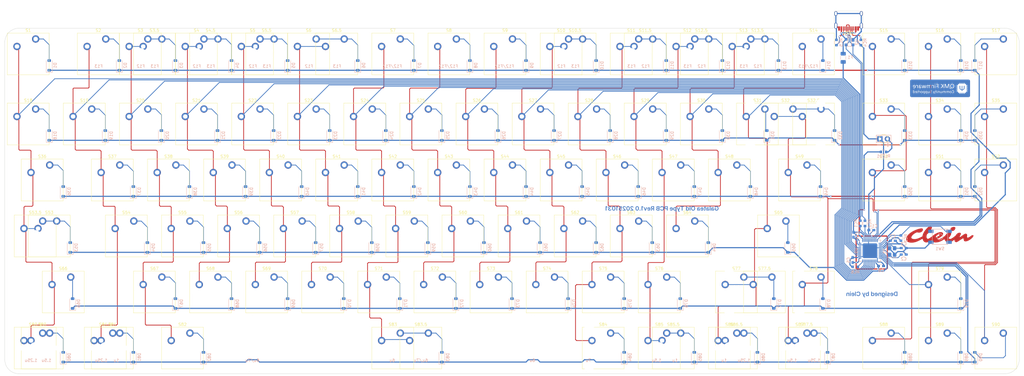
<source format=kicad_pcb>
(kicad_pcb (version 20241229) (generator "pcbnew") (generator_version "9.0")
  (layers (0 "F.Cu" signal) (2 "B.Cu" signal) (13 "F.Paste" user) (15 "B.Paste" user) (5 "F.SilkS" user "F.Silkscreen") (7 "B.SilkS" user "B.Silkscreen") (1 "F.Mask" user) (3 "B.Mask" user) (25 "Edge.Cuts" user))
  (net 0 "")
  (net 1 "GND")
  (net 2 "Net-(U1-UCAP)")
  (net 3 "XTAL1")
  (net 4 "XTAL2")
  (net 5 "+5V")
  (net 6 "ROW0")
  (net 7 "Net-(D1-A)")
  (net 8 "Net-(D2-A)")
  (net 9 "Net-(D3-A)")
  (net 10 "Net-(D4-A)")
  (net 11 "Net-(D5-A)")
  (net 12 "Net-(D6-A)")
  (net 13 "Net-(D7-A)")
  (net 14 "Net-(D8-A)")
  (net 15 "Net-(D9-A)")
  (net 16 "Net-(D10-A)")
  (net 17 "Net-(D11-A)")
  (net 18 "Net-(D12-A)")
  (net 19 "Net-(D13-A)")
  (net 20 "Net-(D14-A)")
  (net 21 "Net-(D15-A)")
  (net 22 "Net-(D16-A)")
  (net 23 "Net-(D17-A)")
  (net 24 "Net-(D18-A)")
  (net 25 "ROW1")
  (net 26 "Net-(D19-A)")
  (net 27 "Net-(D20-A)")
  (net 28 "Net-(D21-A)")
  (net 29 "Net-(D22-A)")
  (net 30 "Net-(D23-A)")
  (net 31 "Net-(D24-A)")
  (net 32 "Net-(D25-A)")
  (net 33 "Net-(D26-A)")
  (net 34 "Net-(D27-A)")
  (net 35 "Net-(D28-A)")
  (net 36 "Net-(D29-A)")
  (net 37 "Net-(D30-A)")
  (net 38 "Net-(D31-A)")
  (net 39 "Net-(D32-A)")
  (net 40 "Net-(D33-A)")
  (net 41 "Net-(D34-A)")
  (net 42 "Net-(D35-A)")
  (net 43 "Net-(D36-A)")
  (net 44 "ROW2")
  (net 45 "Net-(D37-A)")
  (net 46 "Net-(D38-A)")
  (net 47 "Net-(D39-A)")
  (net 48 "Net-(D40-A)")
  (net 49 "Net-(D41-A)")
  (net 50 "Net-(D42-A)")
  (net 51 "Net-(D43-A)")
  (net 52 "Net-(D44-A)")
  (net 53 "Net-(D45-A)")
  (net 54 "Net-(D46-A)")
  (net 55 "Net-(D47-A)")
  (net 56 "Net-(D48-A)")
  (net 57 "Net-(D49-A)")
  (net 58 "Net-(D50-A)")
  (net 59 "Net-(D51-A)")
  (net 60 "Net-(D52-A)")
  (net 61 "ROW3")
  (net 62 "Net-(D53-A)")
  (net 63 "Net-(D54-A)")
  (net 64 "Net-(D55-A)")
  (net 65 "Net-(D56-A)")
  (net 66 "Net-(D57-A)")
  (net 67 "Net-(D58-A)")
  (net 68 "Net-(D59-A)")
  (net 69 "Net-(D60-A)")
  (net 70 "Net-(D61-A)")
  (net 71 "Net-(D62-A)")
  (net 72 "Net-(D63-A)")
  (net 73 "Net-(D64-A)")
  (net 74 "Net-(D65-A)")
  (net 75 "ROW4")
  (net 76 "Net-(D66-A)")
  (net 77 "Net-(D67-A)")
  (net 78 "Net-(D68-A)")
  (net 79 "Net-(D69-A)")
  (net 80 "Net-(D70-A)")
  (net 81 "Net-(D71-A)")
  (net 82 "Net-(D72-A)")
  (net 83 "Net-(D73-A)")
  (net 84 "Net-(D74-A)")
  (net 85 "Net-(D75-A)")
  (net 86 "Net-(D76-A)")
  (net 87 "Net-(D77-A)")
  (net 88 "Net-(D78-A)")
  (net 89 "Net-(D79-A)")
  (net 90 "ROW5")
  (net 91 "Net-(D80-A)")
  (net 92 "Net-(D81-A)")
  (net 93 "Net-(D82-A)")
  (net 94 "Net-(D83-A)")
  (net 95 "Net-(D84-A)")
  (net 96 "Net-(D85-A)")
  (net 97 "Net-(D86-A)")
  (net 98 "Net-(D87-A)")
  (net 99 "Net-(D88-A)")
  (net 100 "Net-(D89-A)")
  (net 101 "Net-(D90-A)")
  (net 102 "VCC")
  (net 103 "Net-(LED1-A)")
  (net 104 "D-")
  (net 105 "Net-(U2-IO2)")
  (net 106 "Net-(U2-IO1)")
  (net 107 "D+")
  (net 108 "RESET")
  (net 109 "Net-(USB1-CC1)")
  (net 110 "Net-(USB1-CC2)")
  (net 111 "Net-(U1-~{HWB}{slash}PE2)")
  (net 112 "ANY_IND")
  (net 113 "COL0")
  (net 114 "COL1")
  (net 115 "COL2")
  (net 116 "COL3")
  (net 117 "COL4")
  (net 118 "COL5")
  (net 119 "COL6")
  (net 120 "COL7")
  (net 121 "COL8")
  (net 122 "COL9")
  (net 123 "COL10")
  (net 124 "COL11")
  (net 125 "COL12")
  (net 126 "COL13")
  (net 127 "COL15")
  (net 128 "COL16")
  (net 129 "COL17")
  (net 130 "COL14")
  (footprint "ScottoKeebs_MX:MX_PCB_1.00u" (layer "F.Cu") (at 114.3 134.14375)
    (property "Reference" "S39")
    (property "Value" "Keyswitch")
  )
  (footprint "ScottoKeebs_MX:MX_PCB_1.00u" (layer "F.Cu") (at 109.5375 172.24375)
    (property "Reference" "S68")
    (property "Value" "Keyswitch")
  )
  (footprint "ScottoKeebs_MX:MX_PCB_1.00u" (layer "F.Cu") (at 166.6875 172.24375)
    (property "Reference" "S71")
    (property "Value" "Keyswitch")
  )
  (footprint "ScottoKeebs_MX:MX_PCB_1.00u" (layer "F.Cu") (at 242.8875 172.24375)
    (property "Reference" "S75")
    (property "Value" "Keyswitch")
  )
  (footprint "ScottoKeebs_MX:MX_PCB_1.00u" (layer "F.Cu") (at 295.275 91.28125)
    (property "Reference" "S13.5")
    (property "Value" "Keyswitch")
  )
  (footprint "ScottoKeebs_MX:MX_PCB_1.00u" (layer "F.Cu") (at 195.2625 153.19375)
    (property "Reference" "S60")
    (property "Value" "Keyswitch")
  )
  (footprint "ScottoKeebs_MX:MX_PCB_1.50u" (layer "F.Cu") (at 52.3875 134.14375)
    (property "Reference" "S36")
    (property "Value" "Keyswitch")
  )
  (footprint "ScottoKeebs_MX:MX_PCB_1.00u" (layer "F.Cu") (at 233.3625 153.19375)
    (property "Reference" "S62")
    (property "Value" "Keyswitch")
  )
  (footprint "ScottoKeebs_MX:MX_PCB_1.00u" (layer "F.Cu") (at 257.175 115.09375)
    (property "Reference" "S29")
    (property "Value" "Keyswitch")
  )
  (footprint "ScottoKeebs_MX:MX_PCB_1.00u" (layer "F.Cu") (at 290.5125 91.28125)
    (property "Reference" "S13")
    (property "Value" "Keyswitch")
  )
  (footprint "ScottoKeebs_MX:MX_PCB_1.00u" (layer "F.Cu") (at 71.4375 91.28125)
    (property "Reference" "S2")
    (property "Value" "Keyswitch")
  )
  (footprint "ScottoKeebs_MX:MX_PCB_1.00u" (layer "F.Cu") (at 338.1375 115.09375)
    (property "Reference" "S33")
    (property "Value" "Keyswitch")
  )
  (footprint "ScottoKeebs_MX:MX_PCB_1.00u" (layer "F.Cu") (at 190.5 91.28125)
    (property "Reference" "S8")
    (property "Value" "Keyswitch")
  )
  (footprint "ScottoKeebs_Stabilizer:Stabilizer_MX_2.00u" (layer "F.Cu") (at 297.65625 172.24375)
    (property "Reference" "REF**" (hide yes))
    (property "Value" "Stabilizer_MX_2.00u")
  )
  (footprint "ScottoKeebs_MX:MX_PCB_1.00u" (layer "F.Cu") (at 238.125 115.09375)
    (property "Reference" "S28")
    (property "Value" "Keyswitch")
  )
  (footprint "ScottoKeebs_MX:MX_PCB_1.00u" (layer "F.Cu") (at 261.9375 172.24375)
    (property "Reference" "S76")
    (property "Value" "Keyswitch")
  )
  (footprint "ScottoKeebs_MX:MX_PCB_1.00u" (layer "F.Cu") (at 338.1375 91.28125)
    (property "Reference" "S15")
    (property "Value" "Keyswitch")
  )
  (footprint "ScottoKeebs_MX:MX_PCB_1.00u" (layer "F.Cu") (at 66.675 115.09375)
    (property "Reference" "S19")
    (property "Value" "Keyswitch")
  )
  (footprint "ScottoKeebs_MX:MX_PCB_1.00u" (layer "F.Cu") (at 171.45 91.28125)
    (property "Reference" "S7")
    (property "Value" "Keyswitch")
  )
  (footprint "ScottoKeebs_MX:MX_PCB_7.00u" (layer "F.Cu") (at 180.975 191.29375)
    (property "Reference" "S83.5")
    (property "Value" "Keyswitch")
  )
  (footprint "ScottoKeebs_MX:MX_PCB_1.00u" (layer "F.Cu") (at 157.1625 153.19375)
    (property "Reference" "S58")
    (property "Value" "Keyswitch")
  )
  (footprint "ScottoKeebs_MX:MX_PCB_1.00u" (layer "F.Cu") (at 47.625 115.09375)
    (property "Reference" "S18")
    (property "Value" "Keyswitch")
  )
  (footprint "ScottoKeebs_MX:MX_PCB_1.00u" (layer "F.Cu") (at 285.75 134.14375)
    (property "Reference" "S48")
    (property "Value" "Keyswitch")
  )
  (footprint "ScottoKeebs_Stabilizer:Stabilizer_MX_7.00u" (layer "F.Cu") (at 180.975 191.29375 180)
    (property "Reference" "REF**" (hide yes))
    (property "Value" "Stabilizer_MX_7.00u")
  )
  (footprint "ScottoKeebs_MX:MX_PCB_1.00u" (layer "F.Cu") (at 338.1375 191.29375)
    (property "Reference" "S88")
    (property "Value" "Keyswitch")
  )
  (footprint "ScottoKeebs_MX:MX_PCB_1.00u" (layer "F.Cu") (at 228.6 91.28125)
    (property "Reference" "S10")
    (property "Value" "Keyswitch")
  )
  (footprint "ScottoKeebs_MX:MX_PCB_1.00u" (layer "F.Cu") (at 357.1875 172.24375)
    (property "Reference" "S79")
    (property "Value" "Keyswitch")
  )
  (footprint "ScottoKeebs_MX:MX_PCB_1.00u" (layer "F.Cu") (at 142.875 91.28125)
    (property "Reference" "S6")
    (property "Value" "Keyswitch")
  )
  (footprint "ScottoKeebs_MX:MX_PCB_1.00u" (layer "F.Cu") (at 76.2 191.29375)
    (property "Reference" "S81")
    (property "Value" "Keyswitch")
  )
  (footprint "ScottoKeebs_MX:MX_PCB_1.00u" (layer "F.Cu") (at 209.55 91.28125)
    (property "Reference" "S9")
    (property "Value" "Keyswitch")
  )
  (footprint "ScottoKeebs_MX:MX_PCB_1.00u" (layer "F.Cu") (at 176.2125 153.19375)
    (property "Reference" "S59")
    (property "Value" "Keyswitch")
  )
  (footprint "ScottoKeebs_MX:MX_PCB_1.00u" (layer "F.Cu") (at 200.025 115.09375)
    (property "Reference" "S26")
    (property "Value" "Keyswitch")
  )
  (footprint "ScottoKeebs_MX:MX_PCB_1.75u" (layer "F.Cu") (at 288.13125 172.24375)
    (property "Reference" "S77")
    (property "Value" "Keyswitch")
  )
  (footprint "ScottoKeebs_MX:MX_PCB_1.00u" (layer "F.Cu") (at 247.65 134.14375)
    (property "Reference" "S46")
    (property "Value" "Keyswitch")
  )
  (footprint "ScottoKeebs_MX:MX_PCB_1.00u" (layer "F.Cu") (at 152.4 91.28125)
    (property "Reference" "S6.5")
    (property "Value" "Keyswitch")
  )
  (footprint "ScottoKeebs_MX:MX_PCB_1.50u" (layer "F.Cu") (at 309.5625 191.29375)
    (property "Reference" "S87")
    (property "Value" "Keyswitch")
  )
  (footprint "ScottoKeebs_MX:MX_PCB_1.00u" (layer "F.Cu") (at 252.4125 91.28125)
    (property "Reference" "S11")
    (property "Value" "Keyswitch")
  )
  (footprint "ScottoKeebs_MX:MX_PCB_1.00u" (layer "F.Cu") (at 185.7375 172.24375)
    (property "Reference" "S72")
    (property "Value" "Keyswitch")
  )
  (footprint "ScottoKeebs_MX:MX_PCB_1.00u" (layer "F.Cu") (at 285.75 191.29375)
    (property "Reference" "S86")
    (property "Value" "Keyswitch")
  )
  (footprint "ScottoKeebs_MX:MX_PCB_1.00u" (layer "F.Cu") (at 80.9625 153.19375)
    (property "Reference" "S54")
    (property "Value" "Keyswitch")
  )
  (footprint "ScottoKeebs_MX:MX_PCB_1.00u" (layer "F.Cu") (at 219.075 115.09375)
    (property "Reference" "S27")
    (property "Value" "Keyswitch")
  )
  (footprint "ScottoKeebs_MX:MX_PCB_1.00u" (layer "F.Cu") (at 376.2375 191.29375)
    (property "Reference" "S90")
    (property "Value" "Keyswitch")
  )
  (footprint "ScottoKeebs_MX:MX_PCB_1.25u" (layer "F.Cu") (at 288.13125 191.29375)
    (property "Reference" "S86.5")
    (property "Value" "Keyswitch")
  )
  (footprint "Type-C:HRO-TYPE-C-31-M-12-Assembly" (layer "F.Cu") (at 326.23 74.94 180)
    (property "Reference" "USB1")
    (property "Value" "HRO-TYPE-C-31-M-12")
  )
  (footprint "ScottoKeebs_MX:MX_PCB_1.00u" (layer "F.Cu") (at 133.35 134.14375)
    (property "Reference" "S40")
    (property "Value" "Keyswitch")
  )
  (footprint "ScottoKeebs_MX:MX_PCB_1.00u" (layer "F.Cu") (at 295.275 115.09375)
    (property "Reference" "S31")
    (property "Value" "Keyswitch")
  )
  (footprint "ScottoKeebs_MX:MX_PCB_1.00u" (layer "F.Cu") (at 85.725 115.09375)
    (property "Reference" "S20")
    (property "Value" "Keyswitch")
  )
  (footprint "ScottoKeebs_MX:MX_PCB_1.50u" (layer "F.Cu") (at 242.8875 191.29375)
    (property "Reference" "S84")
    (property "Value" "Keyswitch")
  )
  (footprint "ScottoKeebs_MX:MX_PCB_1.00u" (layer "F.Cu") (at 357.1875 191.29375)
    (property "Reference" "S89")
    (property "Value" "Keyswitch")
  )
  (footprint "ScottoKeebs_MX:MX_PCB_1.00u" (layer "F.Cu") (at 228.6 134.14375)
    (property "Reference" "S45")
    (property "Value" "Keyswitch")
  )
  (footprint "ScottoKeebs_MX:MX_PCB_1.00u" (layer "F.Cu") (at 128.5875 91.28125)
    (property "Reference" "S5.5")
    (property "Value" "Keyswitch")
  )
  (footprint "ScottoKeebs_MX:MX_PCB_1.00u" (layer "F.Cu") (at 276.225 91.28125)
    (property "Reference" "S12.5")
    (property "Value" "Keyswitch")
  )
  (footprint "ScottoKeebs_MX:MX_PCB_1.00u" (layer "F.Cu") (at 266.7 191.29375)
    (property "Reference" "S85.5")
    (property "Value" "Keyswitch")
  )
  (footprint "ScottoKeebs_MX:MX_PCB_1.50u" (layer "F.Cu") (at 261.9375 191.29375)
    (property "Reference" "S85")
    (property "Value" "Keyswitch")
  )
  (footprint "ScottoKeebs_MX:MX_PCB_1.00u" (layer "F.Cu") (at 357.1875 134.14375)
    (property "Reference" "S51")
    (property "Value" "Keyswitch")
  )
  (footprint "ScottoKeebs_MX:MX_PCB_1.00u" (layer "F.Cu") (at 233.3625 91.28125)
    (property "Reference" "S10.5")
    (property "Value" "Keyswitch")
  )
  (footprint "ScottoKeebs_MX:MX_PCB_1.00u" (layer "F.Cu") (at 104.775 115.09375)
    (property "Reference" "S21")
    (property "Value" "Keyswitch")
  )
  (footprint "ScottoKeebs_MX:MX_PCB_1.00u" (layer "F.Cu") (at 128.5875 172.24375)
    (property "Reference" "S69")
    (property "Value" "Keyswitch")
  )
  (footprint "ScottoKeebs_MX:MX_PCB_2.25u" (layer "F.Cu") (at 59.53125 172.24375)
    (property "Reference" "S66")
    (property "Value" "Keyswitch")
  )
  (footprint "ScottoKeebs_MX:MX_PCB_1.00u" (layer "F.Cu") (at 271.4625 91.28125)
    (property "Reference" "S12")
    (property "Value" "Keyswitch")
  )
  (footprint "ScottoKeebs_MX:MX_PCB_1.75u" (layer "F.Cu") (at 54.76875 153.19375)
    (property "Reference" "S53")
    (property "Value" "Keyswitch")
  )
  (footprint "ScottoKeebs_MX:MX_PCB_6.00u" (layer "F.Cu") (at 171.45 191.29375)
    (property "Reference" "S83")
    (property "Value" "Keyswitch")
  )
  (footprint "ScottoKeebs_MX:MX_PCB_1.00u" (layer "F.Cu") (at 95.25 134.14375)
    (property "Reference" "S38")
    (property "Value" "Keyswitch")
  )
  (footprint "ScottoKeebs_MX:MX_PCB_1.00u" (layer "F.Cu") (at 276.225 115.09375)
    (property "Reference" "S30")
    (property "Value" "Keyswitch")
  )
  (footprint "ScottoKeebs_MX:MX_PCB_1.00u" (layer "F.Cu") (at 90.4875 172.24375)
    (property "Reference" "S67")
    (property "Value" "Keyswitch")
  )
  (footprint "ScottoKeebs_Stabilizer:Stabilizer_MX_2.00u" (layer "F.Cu") (at 59.53125 172.24375)
    (property "Reference" "REF**" (hide yes))
    (property "Value" "Stabilizer_MX_2.00u")
  )
  (footprint "ScottoKeebs_Stabilizer:Stabilizer_MX_2.00u" (layer "F.Cu") (at 302.41875 153.19375 180)
    (property "Reference" "REF**" (hide yes))
    (property "Value" "Stabilizer_MX_2.00u")
  )
  (footprint "ScottoKeebs_MX:MX_PCB_1.00u" (layer "F.Cu") (at 47.625 91.28125)
    (property "Reference" "S1")
    (property "Value" "Keyswitch")
  )
  (footprint "ScottoKeebs_MX:MX_PCB_1.00u" (layer "F.Cu") (at 161.925 115.09375)
    (property "Reference" "S24")
    (property "Value" "Keyswitch")
  )
  (footprint "ScottoKeebs_MX:MX_PCB_1.00u" (layer "F.Cu") (at 252.4125 153.19375)
    (property "Reference" "S63")
    (property "Value" "Keyswitch")
  )
  (footprint "ScottoKeebs_Stabilizer:Stabilizer_MX_6.00u" (layer "F.Cu") (at 171.45 191.29375 180)
    (property "Reference" "REF**" (hide yes))
    (property "Value" "Stabilizer_MX_6.00u")
  )
  (footprint "ScottoKeebs_MX:MX_PCB_1.00u" (layer "F.Cu") (at 123.825 115.09375)
    (property "Reference" "S22")
    (property "Value" "Keyswitch")
  )
  (footprint "ScottoKeebs_MX:MX_PCB_2.25u" (layer "F.Cu") (at 302.41875 153.19375)
    (property "Reference" "S65")
    (property "Value" "Keyswitch")
  )
  (footprint "ScottoKeebs_MX:MX_PCB_1.00u" (layer "F.Cu") (at 180.975 115.09375)
    (property "Reference" "S25")
    (property "Value" "Keyswitch")
  )
  (footprint "ScottoKeebs_MX:MX_PCB_1.00u" (layer "F.Cu") (at 104.775 91.28125)
    (property "Reference" "S4")
    (property "Value" "Keyswitch")
  )
  (footprint "ScottoKeebs_MX:MX_PCB_1.00u" (layer "F.Cu") (at 357.1875 91.28125)
    (property "Reference" "S16")
    (property "Value" "Keyswitch")
  )
  (footprint "ScottoKeebs_MX:MX_PCB_1.00u" (layer "F.Cu") (at 76.2 134.14375)
    (property "Reference" "S37")
    (property "Value" "Keyswitch")
  )
  (footprint "ScottoKeebs_MX:MX_PCB_1.50u" (layer "F.Cu") (at 309.5625 134.14375)
    (property "Reference" "S49")
    (property "Value" "Keyswitch")
  )
  (footprint "ScottoKeebs_MX:MX_PCB_1.00u" (layer "F.Cu") (at 171.45 134.14375)
    (property "Reference" "S42")
    (property "Value" "Keyswitch")
  )
  (footprint "ScottoKeebs_MX:MX_PCB_1.50u" (layer "F.Cu") (at 100.0125 191.29375)
    (property "Reference" "S82")
    (property "Value" "Keyswitch")
  )
  (footprint "ScottoKeebs_MX:MX_PCB_1.00u" (layer "F.Cu") (at 119.0625 153.19375)
    (property "Reference" "S56")
    (property "Value" "Keyswitch")
  )
  (footprint "Graphics:CLEIN" (layer "F.Cu") (at 357.1875 153.19375)
    (property "Reference" "G***" (hide yes))
    (property "Value" "LOGO" (hide yes))
  )
  (footprint "ScottoKeebs_MX:MX_PCB_1.00u" (layer "F.Cu") (at 357.1875 115.09375)
    (property "Reference" "S34")
    (property "Value" "Keyswitch")
  )
  (footprint "ScottoKeebs_MX:MX_PCB_1.25u" (layer "F.Cu") (at 73.81875 191.29375)
    (property "Reference" "S81.5")
    (property "Value" "Keyswitch")
  )
  (footprint "ScottoKeebs_MX:MX_PCB_1.00u" (layer "F.Cu") (at 90.4875 91.28125)
    (property "Reference" "S3.5")
    (property "Value" "Keyswitch")
  )
  (footprint "ScottoKeebs_MX:MX_PCB_1.00u" (layer "F.Cu") (at 304.8 115.09375)
    (property "Reference" "S32")
    (property "Value" "Keyswitch")
  )
  (footprint "ScottoKeebs_MX:MX_PCB_1.00u" (layer "F.Cu") (at 314.325 115.09375)
    (property "Reference" "S32.5")
    (property "Value" "Keyswitch")
  )
  (footprint "ScottoKeebs_MX:MX_PCB_1.00u" (layer "F.Cu") (at 223.8375 172.24375)
    (property "Reference" "S74")
    (property "Value" "Keyswitch")
  )
  (footprint "ScottoKeebs_MX:MX_PCB_1.00u" (layer "F.Cu") (at 376.2375 91.28125)
    (property "Reference" "S17")
    (property "Value" "Keyswitch")
  )
  (footprint "ScottoKeebs_MX:MX_PCB_1.00u" (layer "F.Cu") (at 85.725 91.28125)
    (property "Reference" "S3")
    (property "Value" "Keyswitch")
  )
  (footprint "ScottoKeebs_MX:MX_PCB_1.00u" (layer "F.Cu") (at 209.55 134.14375)
    (property "Reference" "S44")
    (property "Value" "Keyswitch")
  )
  (footprint "ScottoKeebs_MX:MX_PCB_1.25u" (layer "F.Cu") (at 50.00625 191.29375)
    (property "Reference" "S80.5")
    (property "Value" "Keyswitch")
  )
  (footprint "ScottoKeebs_MX:MX_PCB_1.00u" (layer "F.Cu") (at 147.6375 172.24375)
    (property "Reference" "S70")
    (property "Value" "Keyswitch")
  )
  (footprint "ScottoKeebs_MX:MX_PCB_1.00u" (layer "F.Cu") (at 214.3125 153.19375)
    (property "Reference" "S61")
    (property "Value" "Keyswitch")
  )
  (footprint "ScottoKeebs_MX:MX_PCB_1.00u" (layer "F.Cu") (at 152.4 134.14375)
    (property "Reference" "S41")
    (property "Value" "Keyswitch")
  )
  (footprint "ScottoKeebs_MX:MX_PCB_1.00u" (layer "F.Cu") (at 376.2375 115.09375)
    (property "Reference" "S35")
    (property "Value" "Keyswitch")
  )
  (footprint "ScottoKeebs_MX:MX_PCB_1.00u" (layer "F.Cu") (at 190.5 134.14375)
    (property "Reference" "S43")
    (property "Value" "Keyswitch")
  )
  (footprint "ScottoKeebs_MX:MX_PCB_1.00u" (layer "F.Cu") (at 338.1375 134.14375)
    (property "Reference" "S50")
    (property "Value" "Keyswitch")
  )
  (footprint "ScottoKeebs_MX:MX_PCB_1.00u" (layer "F.Cu") (at 376.2375 134.14375)
    (property "Reference" "S52")
    (property "Value" "Keyswitch")
  )
  (footprint "ScottoKeebs_MX:MX_PCB_1.00u" (layer "F.Cu") (at 314.325 172.24375)
    (property "Reference" "S78")
    (property "Value" "Keyswitch")
  )
  (footprint "ScottoKeebs_MX:MX_PCB_1.00u" (layer "F.Cu") (at 123.825 91.28125)
    (property "Reference" "S5")
    (property "Value" "Keyswitch")
  )
  (footprint "ScottoKeebs_MX:MX_PCB_2.75u" (layer "F.Cu") (at 297.65625 172.24375)
    (property "Reference" "S77.5")
    (property "Value" "Keyswitch")
  )
  (footprint "ScottoKeebs_MX:MX_PCB_1.00u" (layer "F.Cu") (at 271.4625 153.19375)
    (property "Reference" "S64")
    (property "Value" "Keyswitch")
  )
  (footprint "ScottoKeebs_MX:MX_PCB_1.25u" (layer "F.Cu") (at 50.00625 153.19375)
    (property "Reference" "S53.5")
    (property "Value" "Keyswitch")
  )
  (footprint "ScottoKeebs_MX:MX_PCB_1.00u" (layer "F.Cu") (at 100.0125 153.19375)
    (property "Reference" "S55")
    (property "Value" "Keyswitch")
  )
  (footprint "ScottoKeebs_MX:MX_PCB_1.50u" (layer "F.Cu") (at 52.3875 191.29375)
    (property "Reference" "S80")
    (property "Value" "Keyswitch")
  )
  (footprint "ScottoKeebs_MX:MX_PCB_1.00u" (layer "F.Cu") (at 266.7 134.14375)
    (property "Reference" "S47")
    (property "Value" "Keyswitch")
  )
  (footprint "ScottoKeebs_MX:MX_PCB_1.00u" (layer "F.Cu") (at 314.325 91.28125)
    (property "Reference" "S14")
    (property "Value" "Keyswitch")
  )
  (footprint "ScottoKeebs_MX:MX_PCB_1.00u" (layer "F.Cu") (at 204.7875 172.24375)
    (property "Reference" "S73")
    (property "Value" "Keyswitch")
  )
  (footprint "ScottoKeebs_MX:MX_PCB_1.00u" (layer "F.Cu") (at 257.175 91.28125)
    (property "Reference" "S11.5")
    (property "Value" "Keyswitch")
  )
  (footprint "ScottoKeebs_MX:MX_PCB_1.25u" (layer "F.Cu") (at 311.94375 191.29375)
    (property "Reference" "S87.5")
    (property "Value" "Keyswitch")
  )
  (footprint "ScottoKeebs_Stabilizer:Stabilizer_MX_2.00u" (layer "F.Cu") (at 304.8 115.09375)
    (property "Reference" "REF**" (hide yes))
    (property "Value" "Stabilizer_MX_2.00u")
  )
  (footprint "ScottoKeebs_MX:MX_PCB_1.00u" (layer "F.Cu") (at 142.875 115.09375)
    (property "Reference" "S23")
    (property "Value" "Keyswitch")
  )
  (footprint "random-keyboard-parts:LED_D3.0mm-Pretty" (layer "F.Cu") (at 338.14 120.17)
    (property "Reference" "LED1")
    (property "Value" "Placeholder_LED")
  )
  (footprint "ScottoKeebs_MX:MX_PCB_1.00u" (layer "F.Cu") (at 109.5375 91.28125)
    (property "Reference" "S4.5")
    (property "Value" "Keyswitch")
  )
  (footprint "ScottoKeebs_MX:MX_PCB_1.00u" (layer "F.Cu") (at 138.1125 153.19375)
    (property "Reference" "S57")
    (property "Value" "Keyswitch")
  )
  (footprint "Diode_SMD:D_SOD-123" (layer "B.Cu") (at 126.20625 157.1 90)
    (property "Reference" "D56")
    (property "Value" "D_Small")
  )
  (footprint "Diode_SMD:D_SOD-123" (layer "B.Cu") (at 305.59375 157.1 90)
    (property "Reference" "D65")
    (property "Value" "D_Small")
  )
  (footprint "locallib:R_0603" (layer "B.Cu") (at 344 153.9 90)
    (property "Reference" "RC3")
    (property "Value" "10k")
  )
  (footprint "Diode_SMD:D_SOD-123" (layer "B.Cu") (at 135.73125 176.15 90)
    (property "Reference" "D69")
    (property "Value" "D_Small")
  )
  (footprint "locallib:C_0603" (layer "B.Cu") (at 341.25 154.8 180)
    (property "Reference" "C7")
    (property "Value" "0.1uF")
  )
  (footprint "Diode_SMD:D_SOD-123" (layer "B.Cu") (at 73.81875 119 90)
    (property "Reference" "D19")
    (property "Value" "D_Small")
  )
  (footprint "Diode_SMD:D_SOD-123" (layer "B.Cu") (at 211.93125 176.15 90)
    (property "Reference" "D73")
    (property "Value" "D_Small")
  )
  (footprint "Diode_SMD:D_SOD-123" (layer "B.Cu") (at 364.33125 138.05 90)
    (property "Reference" "D51")
    (property "Value" "D_Small")
  )
  (footprint "Diode_SMD:D_SOD-123" (layer "B.Cu") (at 216.69375 95.1875 90)
    (property "Reference" "D9")
    (property "Value" "D_Small")
  )
  (footprint "Diode_SMD:D_SOD-123" (layer "B.Cu") (at 321.46875 119 90)
    (property "Reference" "D32")
    (property "Value" "D_Small")
  )
  (footprint "Diode_SMD:D_SOD-123" (layer "B.Cu") (at 240.50625 157.1 90)
    (property "Reference" "D62")
    (property "Value" "D_Small")
  )
  (footprint "Diode_SMD:D_SOD-123" (layer "B.Cu") (at 292.89375 138.05 90)
    (property "Reference" "D48")
    (property "Value" "D_Small")
  )
  (footprint "Diode_SMD:D_SOD-123" (layer "B.Cu") (at 107.15625 157.1 90)
    (property "Reference" "D55")
    (property "Value" "D_Small")
  )
  (footprint "Diode_SMD:D_SOD-123" (layer "B.Cu") (at 92.86875 119 90)
    (property "Reference" "D20")
    (property "Value" "D_Small")
  )
  (footprint "Diode_SMD:D_SOD-123" (layer "B.Cu") (at 207.16875 119 90)
    (property "Reference" "D26")
    (property "Value" "D_Small")
  )
  (footprint "locallib:SOT143B" (layer "B.Cu") (at 326.55 87.25 -90)
    (property "Reference" "U2")
    (property "Value" "PRTR5V0U2X")
  )
  (footprint "Diode_SMD:D_SOD-123" (layer "B.Cu") (at 317.5 176.15 90)
    (property "Reference" "D78")
    (property "Value" "D_Small")
  )
  (footprint "Diode_SMD:D_SOD-123" (layer "B.Cu") (at 259.55625 157.1 90)
    (property "Reference" "D63")
    (property "Value" "D_Small")
  )
  (footprint "Diode_SMD:D_SOD-123" (layer "B.Cu") (at 159.54375 138.05 90)
    (property "Reference" "D41")
    (property "Value" "D_Small")
  )
  (footprint "locallib:QFN-44-1EP_7x7mm_Pitch0.5mm" (layer "B.Cu") (at 333.5 158.2 -90)
    (property "Reference" "U1")
    (property "Value" "ATmega32U4-MU")
  )
  (footprint "Diode_SMD:D_SOD-123" (layer "B.Cu") (at 140.49375 138.05 90)
    (property "Reference" "D40")
    (property "Value" "D_Small")
  )
  (footprint "locallib:C_0603" (layer "B.Cu") (at 344.95 159.49375)
    (property "Reference" "C2")
    (property "Value" "22pF")
  )
  (footprint "Diode_SMD:D_SOD-123" (layer "B.Cu") (at 230.98125 176.15 90)
    (property "Reference" "D74")
    (property "Value" "D_Small")
  )
  (footprint "Diode_SMD:D_SOD-123" (layer "B.Cu") (at 317.5 95.1875 90)
    (property "Reference" "D14")
    (property "Value" "D_Small")
  )
  (footprint "Diode_SMD:D_SOD-123" (layer "B.Cu") (at 83.34375 138.05 90)
    (property "Reference" "D37")
    (property "Value" "D_Small")
  )
  (footprint "Diode_SMD:D_SOD-123" (layer "B.Cu") (at 345.28125 138.05 90)
    (property "Reference" "D50")
    (property "Value" "D_Small")
  )
  (footprint "Diode_SMD:D_SOD-123" (layer "B.Cu") (at 183.35625 157.1 90)
    (property "Reference" "D59")
    (property "Value" "D_Small")
  )
  (footprint "locallib:R_0603" (layer "B.Cu") (at 322.1 87.4 -90)
    (property "Reference" "RC5")
    (property "Value" "5k1")
  )
  (footprint "Diode_SMD:D_SOD-123" (layer "B.Cu") (at 316.70625 138.05 90)
    (property "Reference" "D49")
    (property "Value" "D_Small")
  )
  (footprint "Diode_SMD:D_SOD-123" (layer "B.Cu") (at 264.31875 95.1875 90)
    (property "Reference" "D11")
    (property "Value" "D_Small")
  )
  (footprint "locallib:C_0603" (layer "B.Cu") (at 344.95 157.3)
    (property "Reference" "C3")
    (property "Value" "22pF")
  )
  (footprint "Diode_SMD:D_SOD-123" (layer "B.Cu") (at 178.59375 95.1875 90)
    (property "Reference" "D7")
    (property "Value" "D_Small")
  )
  (footprint "locallib:C_0603" (layer "B.Cu") (at 327.9 152.75 90)
    (property "Reference" "C4")
    (property "Value" "10uF")
  )
  (footprint "Diode_SMD:D_SOD-123" (layer "B.Cu") (at 250.03125 194.40625 90)
    (property "Reference" "D84")
    (property "Value" "D_Small")
  )
  (footprint "locallib:C_0603" (layer "B.Cu") (at 337.25 163.4 180)
    (property "Reference" "C6")
    (property "Value" "0.1uF")
  )
  (footprint "Diode_SMD:D_SOD-123" (layer "B.Cu") (at 61.9125 157.1 90)
    (property "Reference" "D53")
    (property "Value" "D_Small")
  )
  (footprint "Diode_SMD:D_SOD-123" (layer "B.Cu") (at 159.54375 95.1875 90)
    (property "Reference" "D6")
    (property "Value" "D_Small")
  )
  (footprint "Graphics:QMK_Firmware_Badge" (layer "B.Cu") (at 357.3 103 180)
    (property "Reference" "G***" (hide yes))
    (property "Value" "LOGO" (hide yes))
  )
  (footprint "Crystal:Crystal_SMD_3225-4Pin_3.2x2.5mm" (layer "B.Cu") (at 341.00625 158.4625 90)
    (property "Reference" "Y1")
    (property "Value" "16MHz")
  )
  (footprint "Diode_SMD:D_SOD-123" (layer "B.Cu") (at 295.275 194.40625 90)
    (property "Reference" "D86")
    (property "Value" "D_Small")
  )
  (footprint "Diode_SMD:D_SOD-123" (layer "B.Cu") (at 300.83125 176.15 90)
    (property "Reference" "D77")
    (property "Value" "D_Small")
  )
  (footprint "Diode_SMD:D_SOD-123" (layer "B.Cu") (at 169.06875 119 90)
    (property "Reference" "D24")
    (property "Value" "D_Small")
  )
  (footprint "Diode_SMD:D_SOD-123" (layer "B.Cu") (at 245.26875 119 90)
    (property "Reference" "D28")
    (property "Value" "D_Small")
  )
  (footprint "Diode_SMD:D_SOD-123" (layer "B.Cu") (at 116.68125 95.1875 90)
    (property "Reference" "D4")
    (property "Value" "D_Small")
  )
  (footprint "Graphics:DESIGNED_BY_CLEIN" (layer "B.Cu") (at 334.16875 173.0375 180)
    (property "Reference" "G***" (hide yes))
    (property "Value" "LOGO" (hide yes))
  )
  (footprint "Diode_SMD:D_SOD-123" (layer "B.Cu") (at 364.33125 95.1875 90)
    (property "Reference" "D16")
    (property "Value" "D_Small")
  )
  (footprint "Diode_SMD:D_SOD-123" (layer "B.Cu") (at 254.79375 138.05 90)
    (property "Reference" "D46")
    (property "Value" "D_Small")
  )
  (footprint "Graphics:PCB_INFO" (layer "B.Cu") (at 262.900816 143.80208 180)
    (property "Reference" "G***" (hide yes))
    (property "Value" "LOGO" (hide yes))
  )
  (footprint "Diode_SMD:D_SOD-123" (layer "B.Cu") (at 83.34375 194.40625 90)
    (property "Reference" "D81")
    (property "Value" "D_Small")
  )
  (footprint "Diode_SMD:D_SOD-123" (layer "B.Cu") (at 59.53125 138.05 90)
    (property "Reference" "D36")
    (property "Value" "D_Small")
  )
  (footprint "Diode_SMD:D_SOD-123" (layer "B.Cu") (at 273.84375 138.05 90)
    (property "Reference" "D47")
    (property "Value" "D_Small")
  )
  (footprint "Diode_SMD:D_SOD-123" (layer "B.Cu") (at 130.96875 119 90)
    (property "Reference" "D22")
    (property "Value" "D_Small")
  )
  (footprint "Diode_SMD:D_SOD-123" (layer "B.Cu") (at 369.09375 194.40625 90)
    (property "Reference" "D90")
    (property "Value" "D_Small")
  )
  (footprint "Diode_SMD:D_SOD-123" (layer "B.Cu") (at 188.11875 194.40625 90)
    (property "Reference" "D83")
    (property "Value" "D_Small")
  )
  (footprint "Diode_SMD:D_SOD-123" (layer "B.Cu") (at 278.60625 157.1 90)
    (property "Reference" "D64")
    (property "Value" "D_Small")
  )
  (footprint "Diode_SMD:D_SOD-123" (layer "B.Cu") (at 145.25625 157.1 90)
    (property "Reference" "D57")
    (property "Value" "D_Small")
  )
  (footprint "Diode_SMD:D_SOD-123" (layer "B.Cu") (at 364.33125 194.40625 90)
    (property "Reference" "D89")
    (property "Value" "D_Small")
  )
  (footprint "Diode_SMD:D_SOD-123" (layer "B.Cu") (at 298.45 119 90)
    (property "Reference" "D31")
    (property "Value" "D_Small")
  )
  (footprint "Diode_SMD:D_SOD-123" (layer "B.Cu") (at 202.40625 157.1 90)
    (property "Reference" "D60")
    (property "Value" "D_Small")
  )
  (footprint "Diode_SMD:D_SOD-123" (layer "B.Cu") (at 221.45625 157.1 90)
    (property "Reference" "D61")
    (property "Value" "D_Small")
  )
  (footprint "Diode_SMD:D_SOD-123" (layer "B.Cu") (at 88.10625 157.1 90)
    (property "Reference" "D54")
    (property "Value" "D_Small")
  )
  (footprint "Diode_SMD:D_SOD-123" (layer "B.Cu") (at 226.21875 119 90)
    (property "Reference" "D27")
    (property "Value" "D_Small")
  )
  (footprint "Diode_SMD:D_SOD-123" (layer "B.Cu") (at 197.64375 138.05 90)
    (property "Reference" "D43")
    (property "Value" "D_Small")
  )
  (footprint "Diode_SMD:D_SOD-123" (layer "B.Cu") (at 178.59375 138.05 90)
    (property "Reference" "D42")
    (property "Value" "D_Small")
  )
  (footprint "Diode_SMD:D_SOD-123" (layer "B.Cu") (at 283.36875 95.1875 90)
    (property "Reference" "D12")
    (property "Value" "D_Small")
  )
  (footprint "Diode_SMD:D_SOD-123" (layer "B.Cu") (at 369.09375 138.05 90)
    (property "Reference" "D52")
    (property "Value" "D_Small")
  )
  (footprint "Diode_SMD:D_SOD-123" (layer "B.Cu") (at 345.28125 119 90)
    (property "Reference" "D33")
    (property "Value" "D_Small")
  )
  (footprint "Diode_SMD:D_SOD-123" (layer "B.Cu") (at 319.0875 194.40625 90)
    (property "Reference" "D87")
    (property "Value" "D_Small")
  )
  (footprint "Diode_SMD:D_SOD-123" (layer "B.Cu") (at 192.88125 176.15 90)
    (property "Reference" "D72")
    (property "Value" "D_Small")
  )
  (footprint "Diode_SMD:D_SOD-123" (layer "B.Cu") (at 59.53125 194.40625 90)
    (property "Reference" "D80")
    (property "Value" "D_Small")
  )
  (footprint "locallib:R_0603" (layer "B.Cu") (at 338.1 124.6)
    (property "Reference" "RLED1")
    (property "Value" "1k")
  )
  (footprint "Diode_SMD:D_SOD-123" (layer "B.Cu") (at 369.09375 95.1875 90)
    (property "Reference" "D17")
    (property "Value" "D_Small")
  )
  (footprint "Diode_SMD:D_SOD-123" (layer "B.Cu") (at 54.76875 95.1875 90)
    (property "Reference" "D1")
    (property "Value" "D_Small")
  )
  (footprint "Diode_SMD:D_SOD-123" (layer "B.Cu") (at 107.15625 194.40625 90)
    (property "Reference" "D82")
    (property "Value" "D_Small")
  )
  (footprint "Diode_SMD:D_SOD-123" (layer "B.Cu") (at 150.01875 119 90)
    (property "Reference" "D23")
    (property "Value" "D_Small")
  )
  (footprint "Diode_SMD:D_SOD-123" (layer "B.Cu") (at 188.11875 119 90)
    (property "Reference" "D25")
    (property "Value" "D_Small")
  )
  (footprint "Diode_SMD:D_SOD-123" (layer "B.Cu") (at 164.30625 157.1 90)
    (property "Reference" "D58")
    (property "Value" "D_Small")
  )
  (footprint "Diode_SMD:D_SOD-123" (layer "B.Cu") (at 111.91875 119 90)
    (property "Reference" "D21")
    (property "Value" "D_Small")
  )
  (footprint "random-keyboard-parts:SKQG-1155865" (layer "B.Cu") (at 357.2625 153.45625 180)
    (property "Reference" "SW1")
    (property "Value" "SW_Push")
  )
  (footprint "Diode_SMD:D_SOD-123" (layer "B.Cu") (at 121.44375 138.05 90)
    (property "Reference" "D39")
    (property "Value" "D_Small")
  )
  (footprint "locallib:C_0603" (layer "B.Cu") (at 327.6 161.35 -90)
    (property "Reference" "C5")
    (property "Value" "0.1uF")
  )
  (footprint "Diode_SMD:D_SOD-123" (layer "B.Cu") (at 345.28125 95.1875 90)
    (property "Reference" "D15")
    (property "Value" "D_Small")
  )
  (footprint "Diode_SMD:D_SOD-123" (layer "B.Cu") (at 364.33125 176.15 90)
    (property "Reference" "D79")
    (property "Value" "D_Small")
  )
  (footprint "locallib:R_0603" (layer "B.Cu") (at 330.4 87.4 90)
    (property "Reference" "RC4")
    (property "Value" "5k1")
  )
  (footprint "Diode_SMD:D_SOD-123" (layer "B.Cu") (at 302.41875 95.1875 90)
    (property "Reference" "D13")
    (property "Value" "D_Small")
  )
  (footprint "Diode_SMD:D_SOD-123" (layer "B.Cu") (at 250.03125 176.15 90)
    (property "Reference" "D75")
    (property "Value" "D_Small")
  )
  (footprint "locallib:R_0603" (layer "B.Cu") (at 328.5 163.7 180)
    (property "Reference" "RC6")
    (property "Value" "1k")
  )
  (footprint "Diode_SMD:D_SOD-123" (layer "B.Cu") (at 62.70625 176.15 90)
    (property "Reference" "D66")
    (property "Value" "D_Small")
  )
  (footprint "Diode_SMD:D_SOD-123" (layer "B.Cu") (at 173.83125 176.15 90)
    (property "Reference" "D71")
    (property "Value" "D_Small")
  )
  (footprint "Diode_SMD:D_SOD-123" (layer "B.Cu") (at 235.74375 138.05 90)
    (property "Reference" "D45")
    (property "Value" "D_Small")
  )
  (footprint "Diode_SMD:D_SOD-123" (layer "B.Cu") (at 78.58125 95.1875 90)
    (property "Reference" "D2")
    (property "Value" "D_Small")
  )
  (footprint "Diode_SMD:D_SOD-123" (layer "B.Cu") (at 135.73125 95.1875 90)
    (property "Reference" "D5")
    (property "Value" "D_Small")
  )
  (footprint "locallib:C_0603" (layer "B.Cu") (at 333.95 151.2 180)
    (property "Reference" "C1")
    (property "Value" "1uF")
  )
  (footprint "Diode_SMD:D_SOD-123" (layer "B.Cu") (at 216.69375 138.05 90)
    (property "Reference" "D44")
    (property "Value" "D_Small")
  )
  (footprint "Diode_SMD:D_SOD-123" (layer "B.Cu") (at 364.33125 119 90)
    (property "Reference" "D34")
    (property "Value" "D_Small")
  )
  (footprint "Diode_SMD:D_SOD-123" (layer "B.Cu") (at 116.68125 176.15 90)
    (property "Reference" "D68")
    (property "Value" "D_Small")
  )
  (footprint "locallib:R_0603" (layer "B.Cu") (at 330.2 148.9 90)
    (property "Reference" "RC1")
    (property "Value" "22")
  )
  (footprint "Diode_SMD:D_SOD-123" (layer "B.Cu") (at 154.78125 176.15 90)
    (property "Reference" "D70")
    (property "Value" "D_Small")
  )
  (footprint "Diode_SMD:D_SOD-123" (layer "B.Cu") (at 269.08125 176.15 90)
    (property "Reference" "D76")
    (property "Value" "D_Small")
  )
  (footprint "Diode_SMD:D_SOD-123" (layer "B.Cu") (at 345.28125 194.40625 90)
    (property "Reference" "D88")
    (property "Value" "D_Small")
  )
  (footprint "Diode_SMD:D_SOD-123" (layer "B.Cu") (at 240.50625 95.1875 90)
    (property "Reference" "D10")
    (property "Value" "D_Small")
  )
  (footprint "locallib:R_0603" (layer "B.Cu") (at 331.8 148.9 -90)
    (property "Reference" "RC2")
    (property "Value" "22")
  )
  (footprint "Diode_SMD:D_SOD-123" (layer "B.Cu") (at 197.64375 95.1875 90)
    (property "Reference" "D8")
    (property "Value" "D_Small")
  )
  (footprint "Diode_SMD:D_SOD-123" (layer "B.Cu") (at 369.09375 119 90)
    (property "Reference" "D35")
    (property "Value" "D_Small")
  )
  (footprint "Diode_SMD:D_SOD-123" (layer "B.Cu") (at 102.39375 138.05 90)
    (property "Reference" "D38")
    (property "Value" "D_Small")
  )
  (footprint "Diode_SMD:D_SOD-123" (layer "B.Cu") (at 97.63125 176.15 90)
    (property "Reference" "D67")
    (property "Value" "D_Small")
  )
  (footprint "Diode_SMD:D_SOD-123" (layer "B.Cu") (at 97.63125 95.1875 90)
    (property "Reference" "D3")
    (property "Value" "D_Small")
  )
  (footprint "Diode_SMD:D_SOD-123" (layer "B.Cu") (at 54.76875 119 90)
    (property "Reference" "D18")
    (property "Value" "D_Small")
  )
  (footprint "Diode_SMD:D_SOD-123" (layer "B.Cu") (at 283.36875 119 90)
    (property "Reference" "D30")
    (property "Value" "D_Small")
  )
  (footprint "Fuse:Fuse_1206_3216Metric" (layer "B.Cu") (at 324.4 92.6 90)
    (property "Reference" "F1")
    (property "Value" "500mA")
  )
  (footprint "Diode_SMD:D_SOD-123" (layer "B.Cu") (at 264.31875 119 90)
    (property "Reference" "D29")
    (property "Value" "D_Small")
  )
  (footprint "Diode_SMD:D_SOD-123" (layer "B.Cu") (at 273.84375 194.40625 90)
    (property "Reference" "D85")
    (property "Value" "D_Small")
  )
  (gr_line (start 321.35625 77.2278) (end 321.35625 82.01) (stroke (width 0.1)) (layer "Edge.Cuts"))
  (gr_arc (start 384.175 195.2626) (mid 382.780116 198.630241) (end 379.4125 200.0251) (stroke (width 0.1)) (layer "Edge.Cuts"))
  (gr_arc (start 321.35625 77.2278) (mid 321.514429 76.845989) (end 321.89625 76.6878) (stroke (width 0.1)) (layer "Edge.Cuts"))
  (gr_line (start 320.81625 82.55) (end 44.45 82.55) (stroke (width 0.1)) (layer "Edge.Cuts"))
  (gr_arc (start 379.4125 82.55) (mid 382.780089 83.944914) (end 384.175 87.3125) (stroke (width 0.1)) (layer "Edge.Cuts"))
  (gr_line (start 44.45 200.0251) (end 379.4125 200.0251) (stroke (width 0.1)) (layer "Edge.Cuts"))
  (gr_line (start 331.10625 82.01) (end 331.10625 77.2278) (stroke (width 0.1)) (layer "Edge.Cuts"))
  (gr_line (start 330.56625 76.6878) (end 321.89625 76.6878) (stroke (width 0.1)) (layer "Edge.Cuts"))
  (gr_arc (start 330.56625 76.6878) (mid 330.948078 76.845961) (end 331.10625 77.2278) (stroke (width 0.1)) (layer "Edge.Cuts"))
  (gr_arc (start 321.35625 82.01) (mid 321.198104 82.391865) (end 320.81625 82.55) (stroke (width 0.1)) (layer "Edge.Cuts"))
  (gr_line (start 384.175 195.2626) (end 384.175 87.3125) (stroke (width 0.1)) (layer "Edge.Cuts"))
  (gr_line (start 379.4125 82.55) (end 331.64625 82.55) (stroke (width 0.1)) (layer "Edge.Cuts"))
  (gr_arc (start 39.6875 87.3125) (mid 41.082403 83.944902) (end 44.45 82.55) (stroke (width 0.1)) (layer "Edge.Cuts"))
  (gr_line (start 39.6875 87.3125) (end 39.6875 195.2626) (stroke (width 0.1)) (layer "Edge.Cuts"))
  (gr_arc (start 331.64625 82.55) (mid 331.264403 82.391836) (end 331.10625 82.01) (stroke (width 0.1)) (layer "Edge.Cuts"))
  (gr_arc (start 44.45 200.0251) (mid 41.082406 198.630195) (end 39.6875 195.2626) (stroke (width 0.1)) (layer "Edge.Cuts"))
  (gr_text "F12" (at 125.4125 96.04375 0) (layer "B.SilkS") (effects (font (size 1 1)) (justify left bottom mirror)))
  (gr_text "6u" (at 219.86875 196.05625 0) (layer "B.SilkS") (effects (font (size 1 1)) (justify left bottom mirror)))
  (gr_text "F12/F13" (at 193.675 96.04375 0) (layer "B.SilkS") (effects (font (size 1 1)) (justify left bottom mirror)))
  (gr_text "F13" (at 234.95 96.04375 0) (layer "B.SilkS") (effects (font (size 1 1)) (justify left bottom mirror)))
  (gr_text "6u/7u" (at 180.975 196.05625 0) (layer "B.SilkS") (effects (font (size 1 1)) (justify bottom mirror)))
  (gr_text "1.5u" (at 55.5625 196.05625 0) (layer "B.SilkS") (effects (font (size 1 1)) (justify left bottom mirror)))
  (gr_text "1.25u" (at 316.70625 196.05625 0) (layer "B.SilkS") (effects (font (size 1 1)) (justify left bottom mirror)))
  (gr_text "1.25u" (at 292.89375 196.05625 0) (layer "B.SilkS") (effects (font (size 1 1)) (justify left bottom mirror)))
  (gr_text "F12" (at 230.1875 96.04375 0) (layer "B.SilkS") (effects (font (size 1 1)) (justify left bottom mirror)))
  (gr_text "1.5u" (at 262.73125 196.05625 0) (layer "B.SilkS") (effects (font (size 1 1)) (justify left bottom mirror)))
  (gr_text "6u" (at 172.24375 196.05625 0) (layer "B.SilkS") (effects (font (size 1 1)) (justify left bottom mirror)))
  (gr_text "1u" (at 284.95625 196.05625 0) (layer "B.SilkS") (effects (font (size 1 1)) (justify left bottom mirror)))
  (gr_text "F12" (at 106.3625 96.04375 0) (layer "B.SilkS") (effects (font (size 1 1)) (justify left bottom mirror)))
  (gr_text "7u" (at 238.91875 196.05625 0) (layer "B.SilkS") (effects (font (size 1 1)) (justify left bottom mirror)))
  (gr_text "F12" (at 144.4625 96.04375 0) (layer "B.SilkS") (effects (font (size 1 1)) (justify left bottom mirror)))
  (gr_text "F12/F13" (at 315.9125 96.04375 0) (layer "B.SilkS") (effects (font (size 1 1)) (justify left bottom mirror)))
  (gr_text "F13" (at 254 96.04375 0) (layer "B.SilkS") (effects (font (size 1 1)) (justify left bottom mirror)))
  (gr_text "F12/F13" (at 212.725 96.04375 0) (layer "B.SilkS") (effects (font (size 1 1)) (justify left bottom mirror)))
  (gr_text "F13" (at 292.1 96.04375 0) (layer "B.SilkS") (effects (font (size 1 1)) (justify left bottom mirror)))
  (gr_text "F12" (at 87.3125 96.04375 0) (layer "B.SilkS") (effects (font (size 1 1)) (justify left bottom mirror)))
  (gr_text "F13" (at 130.175 96.04375 0) (layer "B.SilkS") (effects (font (size 1 1)) (justify left bottom mirror)))
  (gr_text "-" (at 337.7 123 0) (layer "B.SilkS") (effects (font (size 1.5 1.5) (thickness 0.3) (bold yes)) (justify left bottom mirror)))
  (gr_text "F13" (at 111.125 96.04375 0) (layer "B.SilkS") (effects (font (size 1 1)) (justify left bottom mirror)))
  (gr_text "F13" (at 273.05 96.04375 0) (layer "B.SilkS") (effects (font (size 1 1)) (justify left bottom mirror)))
  (gr_text "1.5u" (at 308.76875 196.05625 0) (layer "B.SilkS") (effects (font (size 1 1)) (justify left bottom mirror)))
  (gr_text "F12" (at 296.8625 96.04375 0) (layer "B.SilkS") (effects (font (size 1 1)) (justify left bottom mirror)))
  (gr_text "F13" (at 73.025 96.04375 0) (layer "B.SilkS") (effects (font (size 1 1)) (justify left bottom mirror)))
  (gr_text "6u/7u" (at 126.20625 196.05625 0) (layer "B.SilkS") (effects (font (size 1 1)) (justify left bottom mirror)))
  (gr_text "F12" (at 258.7625 96.04375 0) (layer "B.SilkS") (effects (font (size 1 1)) (justify left bottom mirror)))
  (gr_text "1.25u" (at 74.6125 196.05625 0) (layer "B.SilkS") (effects (font (size 1 1)) (justify left bottom mirror)))
  (gr_text "F13" (at 153.9875 96.04375 0) (layer "B.SilkS") (effects (font (size 1 1)) (justify left bottom mirror)))
  (gr_text "1.25u" (at 50.8 196.05625 0) (layer "B.SilkS") (effects (font (size 1 1)) (justify left bottom mirror)))
  (gr_text "F13" (at 92.075 96.04375 0) (layer "B.SilkS") (effects (font (size 1 1)) (justify left bottom mirror)))
  (gr_text "F12" (at 277.8125 96.04375 0) (layer "B.SilkS") (effects (font (size 1 1)) (justify left bottom mirror)))
  (gr_text "1u" (at 78.58125 196.05625 0) (layer "B.SilkS") (effects (font (size 1 1)) (justify left bottom mirror)))
  (gr_text "1u" (at 268.2875 196.05625 0) (layer "B.SilkS") (effects (font (size 1 1)) (justify left bottom mirror)))
  (gr_text "+" (at 340.7 123 0) (layer "B.SilkS") (effects (font (size 1.5 1.5) (thickness 0.3) (bold yes)) (justify left bottom mirror)))
  (gr_text "F12/F13" (at 174.625 96.04375 0) (layer "B.SilkS") (effects (font (size 1 1)) (justify left bottom mirror)))
  (segment (start 322.09 81.72) (end 323.005 82.635) (width 0.381) (layer "F.Cu") (net 1))
  (segment (start 321.91 81.72) (end 322.09 81.72) (width 0.381) (layer "F.Cu") (net 1))
  (segment (start 330.55 81.72) (end 330.37 81.72) (width 0.381) (layer "F.Cu") (net 1))
  (segment (start 330.37 81.72) (end 329.455 82.635) (width 0.381) (layer "F.Cu") (net 1))
  (segment (start 340.15625 157.55625) (end 341.85625 159.25625) (width 0.381) (layer "B.Cu") (net 1))
  (segment (start 330.1 156.2) (end 329.596 156.2) (width 0.254) (layer "B.Cu") (net 1))
  (segment (start 326.7 163) (end 327.4 163.7) (width 0.381) (layer "B.Cu") (net 1))
  (segment (start 336.9 157.2) (end 338.018848 157.2) (width 0.254) (layer "B.Cu") (net 1))
  (segment (start 342.1 154.8) (end 343.166 155.866) (width 0.381) (layer "B.Cu") (net 1))
  (segment (start 329.6 160.2) (end 330.1 160.2) (width 0.254) (layer "B.Cu") (net 1))
  (segment (start 333.1 151.2) (end 333 151.3) (width 0.381) (layer "B.Cu") (net 1))
  (segment (start 329.596 156.2) (end 329.1 155.704) (width 0.254) (layer "B.Cu") (net 1))
  (segment (start 336 161.6) (end 336 160.7) (width 0.254) (layer "B.Cu") (net 1))
  (segment (start 341.85625 159.35625) (end 341.85625 159.5625) (width 0.254) (layer "B.Cu") (net 1))
  (segment (start 336 160.7) (end 333.5 158.2) (width 0.254) (layer "B.Cu") (net 1))
  (segment (start 333 154.8) (end 333 157.7) (width 0.254) (layer "B.Cu") (net 1))
  (segment (start 336.9 157.2) (end 334.5 157.2) (width 0.254) (layer "B.Cu") (net 1))
  (segment (start 329.2 85) (end 330.55 83.65) (width 0.381) (layer "B.Cu") (net 1))
  (segment (start 341.85625 159.5625) (end 342.91875 158.5) (width 0.381) (layer "B.Cu") (net 1))
  (segment (start 345.8 157.3) (end 344.366 155.866) (width 0.381) (layer "B.Cu") (net 1))
  (segment (start 322.1 86.5) (end 322.1 81.91) (width 0.381) (layer "B.Cu") (net 1))
  (segment (start 329.1 154.8) (end 329.1 155.7) (width 0.381) (layer "B.Cu") (net 1))
  (segment (start 343.666 155.866) (end 339.365848 155.866) (width 0.381) (layer "B.Cu") (net 1))
  (segment (start 336.87 120.17) (end 333.07 120.17) (width 0.381) (layer "B.Cu") (net 1))
  (segment (start 321.91 81.72) (end 321.91 77.54) (width 0.381) (layer "B.Cu") (net 1))
  (segment (start 331.4 118.5) (end 331.4 89.3) (width 0.381) (layer "B.Cu") (net 1))
  (segment (start 352.16875 157.3) (end 354.1625 155.30625) (width 0.381) (layer "B.Cu") (net 1))
  (segment (start 336.1 162.1) (end 337.4 162.1) (width 0.254) (layer "B.Cu") (net 1))
  (segment (start 344.80625 158.5) (end 345.8 159.49375) (width 0.381) (layer "B.Cu") (net 1))
  (segment (start 333 152.4) (end 333 154.8) (width 0.254) (layer "B.Cu") (net 1))
  (segment (start 333.1 151.2) (end 333.1 139) (width 0.381) (layer "B.Cu") (net 1))
  (segment (start 329.1 155.704) (end 329.1 155.7) (width 0.254) (layer "B.Cu") (net 1))
  (segment (start 331.4 89.3) (end 330.4 88.3) (width 0.381) (layer "B.Cu") (net 1))
  (segment (start 329.6 160.2) (end 329.3 160.5) (width 0.254) (layer "B.Cu") (net 1))
  (segment (start 335 133.5) (end 338.1 130.4) (width 0.381) (layer "B.Cu") (net 1))
  (segment (start 336 162) (end 336.1 162.1) (width 0.254) (layer "B.Cu") (net 1))
  (segment (start 345.8 157.3) (end 352.16875 157.3) (width 0.381) (layer "B.Cu") (net 1))
  (segment (start 336 161.6) (end 336 162) (width 0.254) (layer "B.Cu") (net 1))
  (segment (start 341.85625 159.25625) (end 341.85625 159.5625) (width 0.381) (layer "B.Cu") (net 1))
  (segment (start 345.8 157.3) (end 345.8 157.50625) (width 0.381) (layer "B.Cu") (net 1))
  (segment (start 331.5 160.2) (end 333.5 158.2) (width 0.254) (layer "B.Cu") (net 1))
  (segment (start 322.1 81.91) (end 321.91 81.72) (width 0.381) (layer "B.Cu") (net 1))
  (segment (start 334.5 157.2) (end 333.5 158.2) (width 0.254) (layer "B.Cu") (net 1))
  (segment (start 327.4 163.7) (end 327.6 163.7) (width 0.381) (layer "B.Cu") (net 1))
  (segment (start 339.365848 155.866) (end 338.025348 157.2065) (width 0.381) (layer "B.Cu") (net 1))
  (segment (start 338.1 162.8) (end 337.4 162.1) (width 0.381) (layer "B.Cu") (net 1))
  (segment (start 329.2 87.1) (end 329.2 85) (width 0.381) (layer "B.Cu") (net 1))
  (segment (start 330.4 88.3) (end 329.2 87.1) (width 0.381) (layer "B.Cu") (net 1))
  (segment (start 327.6 160.5) (end 327.5 160.5) (width 0.381) (layer "B.Cu") (net 1))
  (segment (start 335 137.1) (end 335 133.5) (width 0.381) (layer "B.Cu") (net 1))
  (segment (start 340.15625 157.3625) (end 340.15625 157.65625) (width 0.254) (layer "B.Cu") (net 1))
  (segment (start 327.7 86.5) (end 330.55 83.65) (width 0.381) (layer "B.Cu") (net 1))
  (segment (start 321.91 77.54) (end 330.55 77.54) (width 0.381) (layer "B.Cu") (net 1))
  (segment (start 326.7 161.3) (end 326.7 163) (width 0.381) (layer "B.Cu") (net 1))
  (segment (start 330.55 77.54) (end 330.55 81.72) (width 0.381) (layer "B.Cu") (net 1))
  (segment (start 342.91875 158.5) (end 344.80625 158.5) (width 0.381) (layer "B.Cu") (net 1))
  (segment (start 327.9 153.6) (end 329.1 154.8) (width 0.381) (layer "B.Cu") (net 1))
  (segment (start 345.8 157.50625) (end 344.80625 158.5) (width 0.381) (layer "B.Cu") (net 1))
  (segment (start 333 157.7) (end 333.5 158.2) (width 0.254) (layer "B.Cu") (net 1))
  (segment (start 330.55 83.65) (end 330.55 81.72) (width 0.381) (layer "B.Cu") (net 1))
  (segment (start 338.1 130.4) (end 338.1 121.4) (width 0.381) (layer "B.Cu") (net 1))
  (segment (start 333 151.3) (end 333 152.4) (width 0.381) (layer "B.Cu") (net 1))
  (segment (start 338.1 121.4) (end 336.87 120.17) (width 0.381) (layer "B.Cu") (net 1))
  (segment (start 344.366 155.866) (end 343.666 155.866) (width 0.381) (layer "B.Cu") (net 1))
  (segment (start 340.15625 157.3625) (end 340.15625 157.55625) (width 0.381) (layer "B.Cu") (net 1))
  (segment (start 338.018848 157.2) (end 338.025348 157.2065) (width 0.254) (layer "B.Cu") (net 1))
  (segment (start 327.5 160.5) (end 326.7 161.3) (width 0.381) (layer "B.Cu") (net 1))
  (segment (start 331.5 156.2) (end 333.5 158.2) (width 0.254) (layer "B.Cu") (net 1))
  (segment (start 338.1 163.4) (end 338.1 162.8) (width 0.381) (layer "B.Cu") (net 1))
  (segment (start 333.1 139) (end 335 137.1) (width 0.381) (layer "B.Cu") (net 1))
  (segment (start 330.1 156.2) (end 331.5 156.2) (width 0.254) (layer "B.Cu") (net 1))
  (segment (start 343.166 155.866) (end 343.666 155.866) (width 0.381) (layer "B.Cu") (net 1))
  (segment (start 330.1 160.2) (end 331.5 160.2) (width 0.254) (layer "B.Cu") (net 1))
  (segment (start 329.3 160.5) (end 329.2 160.5) (width 0.254) (layer "B.Cu") (net 1))
  (segment (start 333.07 120.17) (end 331.4 118.5) (width 0.381) (layer "B.Cu") (net 1))
  (segment (start 327.6 160.5) (end 329.2 160.5) (width 0.381) (layer "B.Cu") (net 1))
  (segment (start 334.8 151.2) (end 333.5 152.5) (width 0.254) (layer "B.Cu") (net 2))
  (segment (start 333.5 152.5) (end 333.5 154.8) (width 0.254) (layer "B.Cu") (net 2))
  (segment (start 338.8 158.2) (end 336.9 158.2) (width 0.254) (layer "B.Cu") (net 3))
  (segment (start 339.2 158.6) (end 338.8 158.2) (width 0.254) (layer "B.Cu") (net 3))
  (segment (start 343.02825 160.5655) (end 341.15925 160.5655) (width 0.254) (layer "B.Cu") (net 3))
  (segment (start 341.15925 160.5655) (end 340.15625 159.5625) (width 0.254) (layer "B.Cu") (net 3))
  (segment (start 339.2 158.60625) (end 339.2 158.6) (width 0.254) (layer "B.Cu") (net 3))
  (segment (start 344.1 159.49375) (end 343.02825 160.5655) (width 0.254) (layer "B.Cu") (net 3))
  (segment (start 340.15625 159.5625) (end 339.2 158.60625) (width 0.254) (layer "B.Cu") (net 3))
  (segment (start 344.0375 157.3625) (end 344.1 157.3) (width 0.254) (layer "B.Cu") (net 4))
  (segment (start 341.85625 157.3625) (end 344.0375 157.3625) (width 0.254) (layer "B.Cu") (net 4))
  (segment (start 338.229762 157.7) (end 336.9 157.7) (width 0.254) (layer "B.Cu") (net 4))
  (segment (start 339.570262 156.3595) (end 338.229762 157.7) (width 0.254) (layer "B.Cu") (net 4))
  (segment (start 340.85325 156.3595) (end 339.570262 156.3595) (width 0.254) (layer "B.Cu") (net 4))
  (segment (start 341.85625 157.3625) (end 340.85325 156.3595) (width 0.254) (layer "B.Cu") (net 4))
  (segment (start 339.1 164.4) (end 339.4 164.1) (width 0.381) (layer "F.Cu") (net 5))
  (segment (start 334.102 153.2) (end 339.1 153.2) (width 0.381) (layer "F.Cu") (net 5))
  (segment (start 336.2 164.4) (end 339.1 164.4) (width 0.381) (layer "F.Cu") (net 5))
  (segment (start 328.8 153.3) (end 328.868 153.232) (width 0.381) (layer "F.Cu") (net 5))
  (segment (start 331.366 153.232) (end 331.398 153.2) (width 0.381) (layer "F.Cu") (net 5))
  (segment (start 328.8 153.3) (end 328.8 162.2) (width 0.381) (layer "F.Cu") (net 5))
  (segment (start 339.1 153.2) (end 339.4 153.5) (width 0.381) (layer "F.Cu") (net 5))
  (segment (start 328.868 153.232) (end 331.366 153.232) (width 0.381) (layer "F.Cu") (net 5))
  (segment (start 328.8 162.2) (end 328.8 164.15) (width 0.381) (layer "F.Cu") (net 5))
  (segment (start 328.8 164.15) (end 329.05 164.4) (width 0.381) (layer "F.Cu") (net 5))
  (segment (start 339.4 164.1) (end 339.4 155.2005) (width 0.381) (layer "F.Cu") (net 5))
  (segment (start 339.4 153.5) (end 339.4 155.2005) (width 0.381) (layer "F.Cu") (net 5))
  (segment (start 331.398 153.2) (end 334.102 153.2) (width 0.381) (layer "F.Cu") (net 5))
  (segment (start 329.05 164.4) (end 336.2 164.4) (width 0.381) (layer "F.Cu") (net 5))
  (via (at 336.2 164.4) (size 0.6) (drill 0.4) (layers "F.Cu" "B.Cu") (net 5))
  (via (at 334.102 153.2) (size 0.6) (drill 0.4) (layers "F.Cu" "B.Cu") (net 5))
  (via (at 339.4 155.2005) (size 0.6) (drill 0.4) (layers "F.Cu" "B.Cu") (net 5))
  (via (at 328.8 153.3) (size 0.6) (drill 0.4) (layers "F.Cu" "B.Cu") (net 5))
  (via (at 331.398 153.2) (size 0.6) (drill 0.4) (layers "F.Cu" "B.Cu") (net 5))
  (via (at 328.8 162.2) (size 0.6) (drill 0.4) (layers "F.Cu" "B.Cu") (net 5))
  (segment (start 331.398 153.2) (end 331.5 153.302) (width 0.254) (layer "B.Cu") (net 5))
  (segment (start 340.4 154.8) (end 339.9995 155.2005) (width 0.381) (layer "B.Cu") (net 5))
  (segment (start 336.4 163.4) (end 336.4 163.3) (width 0.381) (layer "B.Cu") (net 5))
  (segment (start 328.8 162.2) (end 327.6 162.2) (width 0.381) (layer "B.Cu") (net 5))
  (segment (start 335.5 162.4) (end 335.7 162.6) (width 0.254) (layer "B.Cu") (net 5))
  (segment (start 328.8 153.3) (end 328.8 152.85) (width 0.381) (layer "B.Cu") (net 5))
  (segment (start 327.9 151.9) (end 327.9 148.3) (width 0.381) (layer "B.Cu") (net 5))
  (segment (start 331.5 153.302) (end 331.5 154.8) (width 0.254) (layer "B.Cu") (net 5))
  (segment (start 328.8 153.3) (end 328.8 153.712284) (width 0.381) (layer "B.Cu") (net 5))
  (segment (start 336.4 163.4) (end 336.4 164.2) (width 0.381) (layer "B.Cu") (net 5))
  (segment (start 330.1 155.7) (end 329.9 155.5) (width 0.254) (layer "B.Cu") (net 5))
  (segment (start 329.9 154.812284) (end 329.7905 154.702784) (width 0.254) (layer "B.Cu") (net 5))
  (segment (start 328.8 152.85) (end 327.9 151.95) (width 0.381) (layer "B.Cu") (net 5))
  (segment (start 344 154.8) (end 343 153.8) (width 0.381) (layer "B.Cu") (net 5))
  (segment (start 339.9995 155.2005) (end 339.243631 155.2005) (width 0.381) (layer "B.Cu") (net 5))
  (segment (start 329.983 104.982358) (end 324.4 99.399358) (width 0.381) (layer "B.Cu") (net 5))
  (segment (start 334 153.302) (end 334.102 153.2) (width 0.254) (layer "B.Cu") (net 5))
  (segment (start 329.7 161.1) (end 329.7 161.8) (width 0.254) (layer "B.Cu") (net 5))
  (segment (start 335.5 161.6) (end 335.5 162.4) (width 0.254) (layer "B.Cu") (net 5))
  (segment (start 327.9 148.3) (end 329.983 146.217) (width 0.381) (layer "B.Cu") (net 5))
  (segment (start 327.9 151.95) (end 327.9 151.9) (width 0.381) (layer "B.Cu") (net 5))
  (segment (start 329.3 162.2) (end 329.7 161.8) (width 0.381) (layer "B.Cu") (net 5))
  (segment (start 336.4 163.3) (end 335.7 162.6) (width 0.381) (layer "B.Cu") (net 5))
  (segment (start 330.393974 151.9) (end 327.9 151.9) (width 0.381) (layer "B.Cu") (net 5))
  (segment (start 330.1 160.7) (end 329.7 161.1) (width 0.254) (layer "B.Cu") (net 5))
  (segment (start 339.243631 155.2005) (end 338.822066 155.622065) (width 0.381) (layer "B.Cu") (net 5))
  (segment (start 328.8 153.712284) (end 329.7905 154.702784) (width 0.381) (layer "B.Cu") (net 5))
  (segment (start 329.983 146.217) (end 329.983 104.982358) (width 0.381) (layer "B.Cu") (net 5))
  (segment (start 337.833934 156.7) (end 339.066967 155.466967) (width 0.254) (layer "B.Cu") (net 5))
  (segment (start 336.4 164.2) (end 336.2 164.4) (width 0.381) (layer "B.Cu") (net 5))
  (segment (start 331.398 152.904026) (end 330.393974 151.9) (width 0.381) (layer "B.Cu") (net 5))
  (segment (start 331.398 153.2) (end 331.398 152.904026) (width 0.381) (layer "B.Cu") (net 5))
  (segment (start 343 153.8) (end 341.4 153.8) (width 0.381) (layer "B.Cu") (net 5))
  (segment (start 329.9 155.5) (end 329.9 154.812284) (width 0.254) (layer "B.Cu") (net 5))
  (segment (start 334 154.8) (end 334 153.302) (width 0.254) (layer "B.Cu") (net 5))
  (segment (start 341.4 153.8) (end 340.4 154.8) (width 0.381) (layer "B.Cu") (net 5))
  (segment (start 336.9 156.7) (end 337.833934 156.7) (width 0.254) (layer "B.Cu") (net 5))
  (segment (start 324.4 99.399358) (end 324.4 94) (width 0.381) (layer "B.Cu") (net 5))
  (segment (start 328.8 162.2) (end 329.3 162.2) (width 0.381) (layer "B.Cu") (net 5))
  (segment (start 332.6625 96.8375) (end 332.7 96.8) (width 0.381) (layer "F.Cu") (net 6))
  (segment (start 321.4 96.8375) (end 332.6625 96.8375) (width 0.381) (layer "F.Cu") (net 6))
  (via (at 321.4 96.8375) (size 0.6) (drill 0.4) (layers "F.Cu" "B.Cu") (net 6))
  (via (at 332.7 96.8) (size 0.6) (drill 0.4) (layers "F.Cu" "B.Cu") (net 6))
  (segment (start 364.33125 96.8375) (end 369.09375 96.8375) (width 0.381) (layer "B.Cu") (net 6))
  (segment (start 159.54375 96.8375) (end 178.59375 96.8375) (width 0.381) (layer "B.Cu") (net 6))
  (segment (start 332.7 96.8) (end 332.7375 96.8375) (width 0.381) (layer "B.Cu") (net 6))
  (segment (start 343.443 149.457) (end 339.7 153.2) (width 0.381) (layer "B.Cu") (net 6))
  (segment (start 367.8 117.913508) (end 376.586492 126.7) (width 0.381) (layer "B.Cu") (net 6))
  (segment (start 321.4 96.8375) (end 317.5 96.8375) (width 0.381) (layer "B.Cu") (net 6))
  (segment (start 283.36875 96.8375) (end 302.41875 96.8375) (width 0.381) (layer "B.Cu") (net 6))
  (segment (start 379.7 126.7) (end 381.1 128.1) (width 0.381) (layer "B.Cu") (net 6))
  (segment (start 78.58125 96.8375) (end 97.63125 96.8375) (width 0.381) (layer "B.Cu") (net 6))
  (segment (start 369.09375 96.8375) (end 370.6 98.34375) (width 0.381) (layer "B.Cu") (net 6))
  (segment (start 302.41875 96.8375) (end 317.5 96.8375) (width 0.381) (layer "B.Cu") (net 6))
  (segment (start 379.447077 131.752923) (end 379.447077 139.152923) (width 0.381) (layer "B.Cu") (net 6))
  (segment (start 381.1 130.1) (end 379.447077 131.752923) (width 0.381) (layer "B.Cu") (net 6))
  (segment (start 370.6 108.7) (end 367.8 111.5) (width 0.381) (layer "B.Cu") (net 6))
  (segment (start 54.76875 96.8375) (end 78.58125 96.8375) (width 0.381) (layer "B.Cu") (net 6))
  (segment (start 369.143 149.457) (end 343.443 149.457) (width 0.381) (layer "B.Cu") (net 6))
  (segment (start 332.7375 96.8375) (end 345.28125 96.8375) (width 0.381) (layer "B.Cu") (net 6))
  (segment (start 376.586492 126.7) (end 379.7 126.7) (width 0.381) (layer "B.Cu") (net 6))
  (segment (start 379.447077 139.152923) (end 369.143 149.457) (width 0.381) (layer "B.Cu") (net 6))
  (segment (start 240.50625 96.8375) (end 264.31875 96.8375) (width 0.381) (layer "B.Cu") (net 6))
  (segment (start 367.8 111.5) (end 367.8 117.913508) (width 0.381) (layer "B.Cu") (net 6))
  (segment (start 337.297972 155.7) (end 339.7 153.297972) (width 0.254) (layer "B.Cu") (net 6))
  (segment (start 345.28125 96.8375) (end 364.33125 96.8375) (width 0.381) (layer "B.Cu") (net 6))
  (segment (start 264.31875 96.8375) (end 283.36875 96.8375) (width 0.381) (layer "B.Cu") (net 6))
  (segment (start 336.9 155.7) (end 337.297972 155.7) (width 0.254) (layer "B.Cu") (net 6))
  (segment (start 97.63125 96.8375) (end 116.68125 96.8375) (width 0.381) (layer "B.Cu") (net 6))
  (segment (start 216.69375 96.8375) (end 240.50625 96.8375) (width 0.381) (layer "B.Cu") (net 6))
  (segment (start 135.73125 96.8375) (end 159.54375 96.8375) (width 0.381) (layer "B.Cu") (net 6))
  (segment (start 339.7 153.297972) (end 339.7 153.2) (width 0.254) (layer "B.Cu") (net 6))
  (segment (start 370.6 98.34375) (end 370.6 108.7) (width 0.381) (layer "B.Cu") (net 6))
  (segment (start 197.64375 96.8375) (end 216.69375 96.8375) (width 0.381) (layer "B.Cu") (net 6))
  (segment (start 381.1 128.1) (end 381.1 130.1) (width 0.381) (layer "B.Cu") (net 6))
  (segment (start 116.68125 96.8375) (end 135.73125 96.8375) (width 0.381) (layer "B.Cu") (net 6))
  (segment (start 178.59375 96.8375) (end 197.64375 96.8375) (width 0.381) (layer "B.Cu") (net 6))
  (segment (start 52.80125 86.20125) (end 54.76875 88.16875) (width 0.254) (layer "B.Cu") (net 7))
  (segment (start 54.76875 88.16875) (end 54.76875 93.5375) (width 0.254) (layer "B.Cu") (net 7))
  (segment (start 50.165 86.20125) (end 52.80125 86.20125) (width 0.254) (layer "B.Cu") (net 7))
  (segment (start 78.58125 88.18125) (end 78.58125 93.5375) (width 0.254) (layer "B.Cu") (net 8))
  (segment (start 76.60125 86.20125) (end 78.58125 88.18125) (width 0.254) (layer "B.Cu") (net 8))
  (segment (start 73.9775 86.20125) (end 76.60125 86.20125) (width 0.254) (layer "B.Cu") (net 8))
  (segment (start 88.265 86.20125) (end 93.0275 86.20125) (width 0.254) (layer "B.Cu") (net 9))
  (segment (start 97.63125 88.33125) (end 97.63125 93.5375) (width 0.254) (layer "B.Cu") (net 9))
  (segment (start 95.50125 86.20125) (end 97.63125 88.33125) (width 0.254) (layer "B.Cu") (net 9))
  (segment (start 93.0275 86.20125) (end 95.50125 86.20125) (width 0.254) (layer "B.Cu") (net 9))
  (segment (start 107.315 86.20125) (end 112.0775 86.20125) (width 0.254) (layer "B.Cu") (net 10))
  (segment (start 112.0775 86.20125) (end 114.80125 86.20125) (width 0.254) (layer "B.Cu") (net 10))
  (segment (start 116.68125 88.08125) (end 116.68125 93.5375) (width 0.254) (layer "B.Cu") (net 10))
  (segment (start 114.80125 86.20125) (end 116.68125 88.08125) (width 0.254) (layer "B.Cu") (net 10))
  (segment (start 126.365 86.20125) (end 131.1275 86.20125) (width 0.254) (layer "B.Cu") (net 11))
  (segment (start 133.80125 86.20125) (end 135.73125 88.13125) (width 0.254) (layer "B.Cu") (net 11))
  (segment (start 131.1275 86.20125) (end 133.80125 86.20125) (width 0.254) (layer "B.Cu") (net 11))
  (segment (start 135.73125 88.13125) (end 135.73125 93.5375) (width 0.254) (layer "B.Cu") (net 11))
  (segment (start 154.94 86.20125) (end 157.50125 86.20125) (width 0.254) (layer "B.Cu") (net 12))
  (segment (start 159.54375 88.24375) (end 159.54375 93.5375) (width 0.254) (layer "B.Cu") (net 12))
  (segment (start 145.415 86.20125) (end 154.94 86.20125) (width 0.254) (layer "B.Cu") (net 12))
  (segment (start 157.50125 86.20125) (end 159.54375 88.24375) (width 0.254) (layer "B.Cu") (net 12))
  (segment (start 178.59375 88.39375) (end 178.59375 93.5375) (width 0.254) (layer "B.Cu") (net 13))
  (segment (start 173.99 86.20125) (end 176.40125 86.20125) (width 0.254) (layer "B.Cu") (net 13))
  (segment (start 176.40125 86.20125) (end 178.59375 88.39375) (width 0.254) (layer "B.Cu") (net 13))
  (segment (start 195.60125 86.20125) (end 197.64375 88.24375) (width 0.254) (layer "B.Cu") (net 14))
  (segment (start 197.64375 88.24375) (end 197.64375 93.5375) (width 0.254) (layer "B.Cu") (net 14))
  (segment (start 193.04 86.20125) (end 195.60125 86.20125) (width 0.254) (layer "B.Cu") (net 14))
  (segment (start 214.60125 86.20125) (end 216.69375 88.29375) (width 0.254) (layer "B.Cu") (net 15))
  (segment (start 212.09 86.20125) (end 214.60125 86.20125) (width 0.254) (layer "B.Cu") (net 15))
  (segment (start 216.69375 88.29375) (end 216.69375 93.5375) (width 0.254) (layer "B.Cu") (net 15))
  (segment (start 238.50125 86.20125) (end 240.50625 88.20625) (width 0.254) (layer "B.Cu") (net 16))
  (segment (start 231.14 86.20125) (end 235.9025 86.20125) (width 0.254) (layer "B.Cu") (net 16))
  (segment (start 240.50625 88.20625) (end 240.50625 93.5375) (width 0.254) (layer "B.Cu") (net 16))
  (segment (start 235.9025 86.20125) (end 238.50125 86.20125) (width 0.254) (layer "B.Cu") (net 16))
  (segment (start 254.9525 86.20125) (end 259.715 86.20125) (width 0.254) (layer "B.Cu") (net 17))
  (segment (start 264.31875 88.31875) (end 264.31875 93.5375) (width 0.254) (layer "B.Cu") (net 17))
  (segment (start 262.20125 86.20125) (end 264.31875 88.31875) (width 0.254) (layer "B.Cu") (net 17))
  (segment (start 259.715 86.20125) (end 262.20125 86.20125) (width 0.254) (layer "B.Cu") (net 17))
  (segment (start 281.30125 86.20125) (end 283.36875 88.26875) (width 0.254) (layer "B.Cu") (net 18))
  (segment (start 274.0025 86.20125) (end 278.765 86.20125) (width 0.254) (layer "B.Cu") (net 18))
  (segment (start 278.765 86.20125) (end 281.30125 86.20125) (width 0.254) (layer "B.Cu") (net 18))
  (segment (start 283.36875 88.26875) (end 283.36875 93.5375) (width 0.254) (layer "B.Cu") (net 18))
  (segment (start 300.40125 86.20125) (end 302.41875 88.21875) (width 0.254) (layer "B.Cu") (net 19))
  (segment (start 293.0525 86.20125) (end 297.815 86.20125) (width 0.254) (layer "B.Cu") (net 19))
  (segment (start 297.815 86.20125) (end 300.40125 86.20125) (width 0.254) (layer "B.Cu") (net 19))
  (segment (start 302.41875 88.21875) (end 302.41875 93.5375) (width 0.254) (layer "B.Cu") (net 19))
  (segment (start 317.5 86.83625) (end 317.5 93.5375) (width 0.254) (layer "B.Cu") (net 20))
  (segment (start 316.865 86.20125) (end 317.5 86.83625) (width 0.254) (layer "B.Cu") (net 20))
  (segment (start 340.6775 86.20125) (end 343.40125 86.20125) (width 0.254) (layer "B.Cu") (net 21))
  (segment (start 345.28125 88.08125) (end 345.28125 93.5375) (width 0.254) (layer "B.Cu") (net 21))
  (segment (start 343.40125 86.20125) (end 345.28125 88.08125) (width 0.254) (layer "B.Cu") (net 21))
  (segment (start 364.33125 88.43125) (end 364.33125 93.5375) (width 0.254) (layer "B.Cu") (net 22))
  (segment (start 362.09875 86.20125) (end 362.1 86.2) (width 0.254) (layer "B.Cu") (net 22))
  (segment (start 362.1 86.2) (end 364.33125 88.43125) (width 0.254) (layer "B.Cu") (net 22))
  (segment (start 359.7275 86.20125) (end 362.09875 86.20125) (width 0.254) (layer "B.Cu") (net 22))
  (segment (start 369.09375 88.30625) (end 369.09375 93.5375) (width 0.254) (layer "B.Cu") (net 23))
  (segment (start 371.19875 86.20125) (end 369.09375 88.30625) (width 0.254) (layer "B.Cu") (net 23))
  (segment (start 378.7775 86.20125) (end 371.19875 86.20125) (width 0.254) (layer "B.Cu") (net 23))
  (segment (start 52.71375 110.01375) (end 54.76875 112.06875) (width 0.254) (layer "B.Cu") (net 24))
  (segment (start 50.165 110.01375) (end 52.71375 110.01375) (width 0.254) (layer "B.Cu") (net 24))
  (segment (start 54.76875 112.06875) (end 54.76875 117.35) (width 0.254) (layer "B.Cu") (net 24))
  (segment (start 323 122.2) (end 343.8 122.2) (width 0.381) (layer "F.Cu") (net 25))
  (via (at 343.8 122.2) (size 0.6) (drill 0.4) (layers "F.Cu" "B.Cu") (net 25))
  (via (at 323 122.2) (size 0.6) (drill 0.4) (layers "F.Cu" "B.Cu") (net 25))
  (segment (start 341.5 148.9) (end 337.7 152.7) (width 0.381) (layer "B.Cu") (net 25))
  (segment (start 264.31875 120.65) (end 283.36875 120.65) (width 0.381) (layer "B.Cu") (net 25))
  (segment (start 364.33125 120.65) (end 369.09375 120.65) (width 0.381) (layer "B.Cu") (net 25))
  (segment (start 337.7 152.7) (end 336 154.4) (width 0.254) (layer "B.Cu") (net 25))
  (segment (start 169.06875 120.65) (end 188.11875 120.65) (width 0.381) (layer "B.Cu") (net 25))
  (segment (start 226.21875 120.65) (end 245.26875 120.65) (width 0.381) (layer "B.Cu") (net 25))
  (segment (start 283.36875 120.65) (end 284.1625 119.85625) (width 0.381) (layer "B.Cu") (net 25))
  (segment (start 54.76875 120.65) (end 73.81875 120.65) (width 0.381) (layer "B.Cu") (net 25))
  (segment (start 111.91875 120.65) (end 130.96875 120.65) (width 0.381) (layer "B.Cu") (net 25))
  (segment (start 92.86875 120.65) (end 111.91875 120.65) (width 0.381) (layer "B.Cu") (net 25))
  (segment (start 150.01875 120.65) (end 169.06875 120.65) (width 0.381) (layer "B.Cu") (net 25))
  (segment (start 297.65625 119.85625) (end 298.45 120.65) (width 0.381) (layer "B.Cu") (net 25))
  (segment (start 367.8 130.6) (end 367.8 136.8) (width 0.381) (layer "B.Cu") (net 25))
  (segment (start 371.457 140.457) (end 371.457 146.343) (width 0.381) (layer "B.Cu") (net 25))
  (segment (start 299.24375 119.85625) (end 320.675 119.85625) (width 0.381) (layer "B.Cu") (net 25))
  (segment (start 367.8 136.8) (end 371.457 140.457) (width 0.381) (layer "B.Cu") (net 25))
  (segment (start 207.16875 120.65) (end 226.21875 120.65) (width 0.381) (layer "B.Cu") (net 25))
  (segment (start 73.81875 120.65) (end 92.86875 120.65) (width 0.381) (layer "B.Cu") (net 25))
  (segment (start 188.11875 120.65) (end 207.16875 120.65) (width 0.381) (layer "B.Cu") (net 25))
  (segment (start 336 154.4) (end 336 154.8) (width 0.254) (layer "B.Cu") (net 25))
  (segment (start 343.8 122.13125) (end 345.28125 120.65) (width 0.381) (layer "B.Cu") (net 25))
  (segment (start 320.675 119.85625) (end 321.46875 120.65) (width 0.381) (layer "B.Cu") (net 25))
  (segment (start 370.5 122.05625) (end 370.5 127.9) (width 0.381) (layer "B.Cu") (net 25))
  (segment (start 298.45 120.65) (end 299.24375 119.85625) (width 0.381) (layer "B.Cu") (net 25))
  (segment (start 371.457 146.343) (end 368.9 148.9) (width 0.381) (layer "B.Cu") (net 25))
  (segment (start 321.46875 120.66875) (end 323 122.2) (width 0.381) (layer "B.Cu") (net 25))
  (segment (start 343.8 122.2) (end 343.8 122.13125) (width 0.381) (layer "B.Cu") (net 25))
  (segment (start 368.9 148.9) (end 341.5 148.9) (width 0.381) (layer "B.Cu") (net 25))
  (segment (start 321.46875 120.65) (end 321.46875 120.66875) (width 0.381) (layer "B.Cu") (net 25))
  (segment (start 345.28125 120.65) (end 364.33125 120.65) (width 0.381) (layer "B.Cu") (net 25))
  (segment (start 284.1625 119.85625) (end 297.65625 119.85625) (width 0.381) (layer "B.Cu") (net 25))
  (segment (start 130.96875 120.65) (end 150.01875 120.65) (width 0.381) (layer "B.Cu") (net 25))
  (segment (start 369.09375 120.65) (end 370.5 122.05625) (width 0.381) (layer "B.Cu") (net 25))
  (segment (start 245.26875 120.65) (end 264.31875 120.65) (width 0.381) (layer "B.Cu") (net 25))
  (segment (start 370.5 127.9) (end 367.8 130.6) (width 0.381) (layer "B.Cu") (net 25))
  (segment (start 69.215 110.01375) (end 71.71375 110.01375) (width 0.254) (layer "B.Cu") (net 26))
  (segment (start 73.81875 112.11875) (end 73.81875 117.35) (width 0.254) (layer "B.Cu") (net 26))
  (segment (start 71.71375 110.01375) (end 73.81875 112.11875) (width 0.254) (layer "B.Cu") (net 26))
  (segment (start 92.86875 111.96875) (end 92.86875 117.35) (width 0.254) (layer "B.Cu") (net 27))
  (segment (start 88.265 110.01375) (end 90.91375 110.01375) (width 0.254) (layer "B.Cu") (net 27))
  (segment (start 90.91375 110.01375) (end 92.86875 111.96875) (width 0.254) (layer "B.Cu") (net 27))
  (segment (start 111.91875 112.01875) (end 111.91875 117.35) (width 0.254) (layer "B.Cu") (net 28))
  (segment (start 107.315 110.01375) (end 109.91375 110.01375) (width 0.254) (layer "B.Cu") (net 28))
  (segment (start 109.91375 110.01375) (end 111.91875 112.01875) (width 0.254) (layer "B.Cu") (net 28))
  (segment (start 128.91375 110.01375) (end 130.96875 112.06875) (width 0.254) (layer "B.Cu") (net 29))
  (segment (start 126.365 110.01375) (end 128.91375 110.01375) (width 0.254) (layer "B.Cu") (net 29))
  (segment (start 130.96875 112.06875) (end 130.96875 117.35) (width 0.254) (layer "B.Cu") (net 29))
  (segment (start 148.01375 110.01375) (end 150.01875 112.01875) (width 0.254) (layer "B.Cu") (net 30))
  (segment (start 145.415 110.01375) (end 148.01375 110.01375) (width 0.254) (layer "B.Cu") (net 30))
  (segment (start 150.01875 112.01875) (end 150.01875 117.35) (width 0.254) (layer "B.Cu") (net 30))
  (segment (start 169.06875 112.06875) (end 169.06875 117.35) (width 0.254) (layer "B.Cu") (net 31))
  (segment (start 167.01375 110.01375) (end 169.06875 112.06875) (width 0.254) (layer "B.Cu") (net 31))
  (segment (start 164.465 110.01375) (end 167.01375 110.01375) (width 0.254) (layer "B.Cu") (net 31))
  (segment (start 183.515 110.01375) (end 186.11375 110.01375) (width 0.254) (layer "B.Cu") (net 32))
  (segment (start 188.11875 112.01875) (end 188.11875 117.35) (width 0.254) (layer "B.Cu") (net 32))
  (segment (start 186.11375 110.01375) (end 188.11875 112.01875) (width 0.254) (layer "B.Cu") (net 32))
  (segment (start 202.565 110.01375) (end 205.11375 110.01375) (width 0.254) (layer "B.Cu") (net 33))
  (segment (start 205.11375 110.01375) (end 207.16875 112.06875) (width 0.254) (layer "B.Cu") (net 33))
  (segment (start 207.16875 112.06875) (end 207.16875 117.35) (width 0.254) (layer "B.Cu") (net 33))
  (segment (start 224.11375 110.01375) (end 226.21875 112.11875) (width 0.254) (layer "B.Cu") (net 34))
  (segment (start 226.21875 112.11875) (end 226.21875 117.35) (width 0.254) (layer "B.Cu") (net 34))
  (segment (start 221.615 110.01375) (end 224.11375 110.01375) (width 0.254) (layer "B.Cu") (net 34))
  (segment (start 243.21375 110.01375) (end 245.26875 112.06875) (width 0.254) (layer "B.Cu") (net 35))
  (segment (start 245.26875 112.06875) (end 245.26875 117.35) (width 0.254) (layer "B.Cu") (net 35))
  (segment (start 240.665 110.01375) (end 243.21375 110.01375) (width 0.254) (layer "B.Cu") (net 35))
  (segment (start 262.21375 110.01375) (end 264.31875 112.11875) (width 0.254) (layer "B.Cu") (net 36))
  (segment (start 259.715 110.01375) (end 262.21375 110.01375) (width 0.254) (layer "B.Cu") (net 36))
  (segment (start 264.31875 112.11875) (end 264.31875 117.35) (width 0.254) (layer "B.Cu") (net 36))
  (segment (start 281.31375 110.01375) (end 283.36875 112.06875) (width 0.254) (layer "B.Cu") (net 37))
  (segment (start 283.36875 112.06875) (end 283.36875 117.35) (width 0.254) (layer "B.Cu") (net 37))
  (segment (start 278.765 110.01375) (end 281.31375 110.01375) (width 0.254) (layer "B.Cu") (net 37))
  (segment (start 298.1 117) (end 298.45 117.35) (width 0.254) (layer "B.Cu") (net 38))
  (segment (start 297.815 110.01375) (end 298.1 110.29875) (width 0.254) (layer "B.Cu") (net 38))
  (segment (start 298.1 110.29875) (end 298.1 117) (width 0.254) (layer "B.Cu") (net 38))
  (segment (start 321.46875 112.06875) (end 321.46875 117.35) (width 0.254) (layer "B.Cu") (net 39))
  (segment (start 316.865 110.01375) (end 319.41375 110.01375) (width 0.254) (layer "B.Cu") (net 39))
  (segment (start 307.34 110.01375) (end 316.865 110.01375) (width 0.254) (layer "B.Cu") (net 39))
  (segment (start 319.41375 110.01375) (end 321.46875 112.06875) (width 0.254) (layer "B.Cu") (net 39))
  (segment (start 345.28125 111.98125) (end 345.28125 117.35) (width 0.254) (layer "B.Cu") (net 40))
  (segment (start 343.31375 110.01375) (end 345.28125 111.98125) (width 0.254) (layer "B.Cu") (net 40))
  (segment (start 340.6775 110.01375) (end 343.31375 110.01375) (width 0.254) (layer "B.Cu") (net 40))
  (segment (start 364.33125 112.03125) (end 364.33125 117.35) (width 0.254) (layer "B.Cu") (net 41))
  (segment (start 362.31375 110.01375) (end 364.33125 112.03125) (width 0.254) (layer "B.Cu") (net 41))
  (segment (start 359.7275 110.01375) (end 362.31375 110.01375) (width 0.254) (layer "B.Cu") (net 41))
  (segment (start 369.09375 112.10625) (end 369.09375 117.35) (width 0.254) (layer "B.Cu") (net 42))
  (segment (start 371.18625 110.01375) (end 369.09375 112.10625) (width 0.254) (layer "B.Cu") (net 42))
  (segment (start 378.7775 110.01375) (end 371.18625 110.01375) (width 0.254) (layer "B.Cu") (net 42))
  (segment (start 54.9275 129.06375) (end 57.66375 129.06375) (width 0.254) (layer "B.Cu") (net 43))
  (segment (start 59.53125 130.93125) (end 59.53125 136.4) (width 0.254) (layer "B.Cu") (net 43))
  (segment (start 57.66375 129.06375) (end 59.53125 130.93125) (width 0.254) (layer "B.Cu") (net 43))
  (segment (start 320.2 139.7) (end 333.9 139.7) (width 0.381) (layer "F.Cu") (net 44))
  (via (at 333.9 139.7) (size 0.6) (drill 0.4) (layers "F.Cu" "B.Cu") (net 44))
  (via (at 320.2 139.7) (size 0.6) (drill 0.4) (layers "F.Cu" "B.Cu") (net 44))
  (segment (start 292.89375 139.7) (end 316.70625 139.7) (width 0.381) (layer "B.Cu") (net 44))
  (segment (start 121.44375 139.7) (end 140.49375 139.7) (width 0.381) (layer "B.Cu") (net 44))
  (segment (start 337.035497 152.335497) (end 341.027994 148.343) (width 0.381) (layer "B.Cu") (net 44))
  (segment (start 59.53125 139.7) (end 83.34375 139.7) (width 0.381) (layer "B.Cu") (net 44))
  (segment (start 337.035497 152.335497) (end 335.5 153.870995) (width 0.254) (layer "B.Cu") (net 44))
  (segment (start 273.84375 139.7) (end 292.89375 139.7) (width 0.381) (layer "B.Cu") (net 44))
  (segment (start 316.70625 139.7) (end 320.2 139.7) (width 0.381) (layer "B.Cu") (net 44))
  (segment (start 159.54375 139.7) (end 178.59375 139.7) (width 0.381) (layer "B.Cu") (net 44))
  (segment (start 345.28125 139.7) (end 369.09375 139.7) (width 0.381) (layer "B.Cu") (net 44))
  (segment (start 235.74375 139.7) (end 254.79375 139.7) (width 0.381) (layer "B.Cu") (net 44))
  (segment (start 370.9 146.1) (end 370.9 141.50625) (width 0.381) (layer "B.Cu") (net 44))
  (segment (start 341.027994 148.343) (end 368.657 148.343) (width 0.381) (layer "B.Cu") (net 44))
  (segment (start 178.59375 139.7) (end 197.64375 139.7) (width 0.381) (layer "B.Cu") (net 44))
  (segment (start 140.49375 139.7) (end 159.54375 139.7) (width 0.381) (layer "B.Cu") (net 44))
  (segment (start 333.9 139.7) (end 345.28125 139.7) (width 0.381) (layer "B.Cu") (net 44))
  (segment (start 370.9 141.50625) (end 369.09375 139.7) (width 0.381) (layer "B.Cu") (net 44))
  (segment (start 335.5 153.870995) (end 335.5 154.8) (width 0.254) (layer "B.Cu") (net 44))
  (segment (start 254.79375 139.7) (end 273.84375 139.7) (width 0.381) (layer "B.Cu") (net 44))
  (segment (start 197.64375 139.7) (end 216.69375 139.7) (width 0.381) (layer "B.Cu") (net 44))
  (segment (start 102.39375 139.7) (end 121.44375 139.7) (width 0.381) (layer "B.Cu") (net 44))
  (segment (start 83.34375 139.7) (end 102.39375 139.7) (width 0.381) (layer "B.Cu") (net 44))
  (segment (start 345.28125 139.7) (end 364.33125 139.7) (width 0.381) (layer "B.Cu") (net 44))
  (segment (start 368.657 148.343) (end 370.9 146.1) (width 0.381) (layer "B.Cu") (net 44))
  (segment (start 216.69375 139.7) (end 235.74375 139.7) (width 0.381) (layer "B.Cu") (net 44))
  (segment (start 78.74 129.06375) (end 81.26375 129.06375) (width 0.254) (layer "B.Cu") (net 45))
  (segment (start 81.26375 129.06375) (end 83.34375 131.14375) (width 0.254) (layer "B.Cu") (net 45))
  (segment (start 83.34375 131.14375) (end 83.34375 136.4) (width 0.254) (layer "B.Cu") (net 45))
  (segment (start 102.39375 131.09375) (end 102.39375 136.4) (width 0.254) (layer "B.Cu") (net 46))
  (segment (start 97.79 129.06375) (end 100.36375 129.06375) (width 0.254) (layer "B.Cu") (net 46))
  (segment (start 100.36375 129.06375) (end 102.39375 131.09375) (width 0.254) (layer "B.Cu") (net 46))
  (segment (start 119.36375 129.06375) (end 121.44375 131.14375) (width 0.254) (layer "B.Cu") (net 47))
  (segment (start 121.44375 131.14375) (end 121.44375 136.4) (width 0.254) (layer "B.Cu") (net 47))
  (segment (start 116.84 129.06375) (end 119.36375 129.06375) (width 0.254) (layer "B.Cu") (net 47))
  (segment (start 135.89 129.06375) (end 138.46375 129.06375) (width 0.254) (layer "B.Cu") (net 48))
  (segment (start 140.49375 131.09375) (end 140.49375 136.4) (width 0.254) (layer "B.Cu") (net 48))
  (segment (start 138.46375 129.06375) (end 140.49375 131.09375) (width 0.254) (layer "B.Cu") (net 48))
  (segment (start 157.46375 129.06375) (end 159.54375 131.14375) (width 0.254) (layer "B.Cu") (net 49))
  (segment (start 159.54375 131.14375) (end 159.54375 136.4) (width 0.254) (layer "B.Cu") (net 49))
  (segment (start 154.94 129.06375) (end 157.46375 129.06375) (width 0.254) (layer "B.Cu") (net 49))
  (segment (start 173.99 129.06375) (end 176.56375 129.06375) (width 0.254) (layer "B.Cu") (net 50))
  (segment (start 176.56375 129.06375) (end 178.59375 131.09375) (width 0.254) (layer "B.Cu") (net 50))
  (segment (start 178.59375 131.09375) (end 178.59375 136.4) (width 0.254) (layer "B.Cu") (net 50))
  (segment (start 195.46375 129.06375) (end 197.64375 131.24375) (width 0.254) (layer "B.Cu") (net 51))
  (segment (start 197.64375 131.24375) (end 197.64375 136.4) (width 0.254) (layer "B.Cu") (net 51))
  (segment (start 193.04 129.06375) (end 195.46375 129.06375) (width 0.254) (layer "B.Cu") (net 51))
  (segment (start 216.69375 131.09375) (end 216.69375 136.4) (width 0.254) (layer "B.Cu") (net 52))
  (segment (start 214.66375 129.06375) (end 216.69375 131.09375) (width 0.254) (layer "B.Cu") (net 52))
  (segment (start 212.09 129.06375) (end 214.66375 129.06375) (width 0.254) (layer "B.Cu") (net 52))
  (segment (start 231.14 129.06375) (end 233.76375 129.06375) (width 0.254) (layer "B.Cu") (net 53))
  (segment (start 235.74375 131.04375) (end 235.74375 136.4) (width 0.254) (layer "B.Cu") (net 53))
  (segment (start 233.76375 129.06375) (end 235.74375 131.04375) (width 0.254) (layer "B.Cu") (net 53))
  (segment (start 254.79375 131.09375) (end 254.79375 136.4) (width 0.254) (layer "B.Cu") (net 54))
  (segment (start 250.19 129.06375) (end 252.76375 129.06375) (width 0.254) (layer "B.Cu") (net 54))
  (segment (start 252.76375 129.06375) (end 254.79375 131.09375) (width 0.254) (layer "B.Cu") (net 54))
  (segment (start 271.76375 129.06375) (end 273.84375 131.14375) (width 0.254) (layer "B.Cu") (net 55))
  (segment (start 269.24 129.06375) (end 271.76375 129.06375) (width 0.254) (layer "B.Cu") (net 55))
  (segment (start 273.84375 131.14375) (end 273.84375 136.4) (width 0.254) (layer "B.Cu") (net 55))
  (segment (start 290.76375 129.06375) (end 292.89375 131.19375) (width 0.254) (layer "B.Cu") (net 56))
  (segment (start 288.29 129.06375) (end 290.76375 129.06375) (width 0.254) (layer "B.Cu") (net 56))
  (segment (start 292.89375 131.19375) (end 292.89375 136.4) (width 0.254) (layer "B.Cu") (net 56))
  (segment (start 314.66375 129.06375) (end 316.70625 131.10625) (width 0.254) (layer "B.Cu") (net 57))
  (segment (start 312.1025 129.06375) (end 314.66375 129.06375) (width 0.254) (layer "B.Cu") (net 57))
  (segment (start 316.70625 131.10625) (end 316.70625 136.4) (width 0.254) (layer "B.Cu") (net 57))
  (segment (start 345.28125 131.08125) (end 345.28125 136.4) (width 0.254) (layer "B.Cu") (net 58))
  (segment (start 343.26375 129.06375) (end 345.28125 131.08125) (width 0.254) (layer "B.Cu") (net 58))
  (segment (start 340.6775 129.06375) (end 343.26375 129.06375) (width 0.254) (layer "B.Cu") (net 58))
  (segment (start 359.7275 129.06375) (end 362.26375 129.06375) (width 0.254) (layer "B.Cu") (net 59))
  (segment (start 364.33125 131.13125) (end 364.33125 136.4) (width 0.254) (layer "B.Cu") (net 59))
  (segment (start 362.26375 129.06375) (end 364.33125 131.13125) (width 0.254) (layer "B.Cu") (net 59))
  (segment (start 369.09375 131.10625) (end 369.09375 136.4) (width 0.254) (layer "B.Cu") (net 60))
  (segment (start 371.13625 129.06375) (end 369.09375 131.10625) (width 0.254) (layer "B.Cu") (net 60))
  (segment (start 378.7775 129.06375) (end 371.13625 129.06375) (width 0.254) (layer "B.Cu") (net 60))
  (segment (start 126.20625 158.75) (end 145.25625 158.75) (width 0.381) (layer "B.Cu") (net 61))
  (segment (start 145.25625 158.75) (end 163.5125 158.75) (width 0.381) (layer "B.Cu") (net 61))
  (segment (start 163.5125 158.75) (end 164.30625 158.75) (width 0.381) (layer "B.Cu") (net 61))
  (segment (start 280.19375 157.1625) (end 304.00625 157.1625) (width 0.381) (layer "B.Cu") (net 61))
  (segment (start 337.273 160.705448) (end 337.273 160.702) (width 0.254) (layer "B.Cu") (net 61))
  (segment (start 338.2 165.1) (end 339.3 164) (width 0.381) (layer "B.Cu") (net 61))
  (segment (start 221.45625 158.75) (end 240.50625 158.75) (width 0.381) (layer "B.Cu") (net 61))
  (segment (start 337.273 160.702) (end 337.269552 160.702) (width 0.254) (layer "B.Cu") (net 61))
  (segment (start 334.454698 165.1) (end 338.2 165.1) (width 0.381) (layer "B.Cu") (net 61))
  (segment (start 339.3 162.82225) (end 339.255099 162.777349) (width 0.381) (layer "B.Cu") (net 61))
  (segment (start 321.245302 163.9) (end 325.548802 168.2035) (width 0.381) (layer "B.Cu") (net 61))
  (segment (start 61.9125 158.75) (end 88.10625 158.75) (width 0.381) (layer "B.Cu") (net 61))
  (segment (start 337.269552 160.702) (end 337.267552 160.7) (width 0.254) (layer "B.Cu") (net 61))
  (segment (start 304.00625 157.1625) (end 305.59375 158.75) (width 0.381) (layer "B.Cu") (net 61))
  (segment (start 305.59375 158.75) (end 307.85 158.75) (width 0.381) (layer "B.Cu") (net 61))
  (segment (start 183.35625 158.75) (end 202.40625 158.75) (width 0.381) (layer "B.Cu") (net 61))
  (segment (start 202.40625 158.75) (end 221.45625 158.75) (width 0.381) (layer "B.Cu") (net 61))
  (segment (start 325.548802 168.2035) (end 331.351198 168.2035) (width 0.381) (layer "B.Cu") (net 61))
  (segment (start 337.267552 160.7) (end 336.9 160.7) (width 0.254) (layer "B.Cu") (net 61))
  (segment (start 278.60625 158.75) (end 280.19375 157.1625) (width 0.381) (layer "B.Cu") (net 61))
  (segment (start 259.55625 158.75) (end 278.60625 158.75) (width 0.381) (layer "B.Cu") (net 61))
  (segment (start 163.5125 158.75) (end 183.35625 158.75) (width 0.381) (layer "B.Cu") (net 61))
  (segment (start 307.85 158.75) (end 313 163.9) (width 0.381) (layer "B.Cu") (net 61))
  (segment (start 240.50625 158.75) (end 259.55625 158.75) (width 0.381) (layer "B.Cu") (net 61))
  (segment (start 313 163.9) (end 321.245302 163.9) (width 0.381) (layer "B.Cu") (net 61))
  (segment (start 107.15625 158.75) (end 126.20625 158.75) (width 0.381) (layer "B.Cu") (net 61))
  (segment (start 331.351198 168.2035) (end 334.454698 165.1) (width 0.381) (layer "B.Cu") (net 61))
  (segment (start 339.3 164) (end 339.3 162.82225) (width 0.381) (layer "B.Cu") (net 61))
  (segment (start 88.10625 158.75) (end 107.15625 158.75) (width 0.381) (layer "B.Cu") (net 61))
  (segment (start 339.3 162.732448) (end 337.273 160.705448) (width 0.254) (layer "B.Cu") (net 61))
  (segment (start 57.30875 148.11375) (end 59.91375 148.11375) (width 0.254) (layer "B.Cu") (net 62))
  (segment (start 59.91375 148.11375) (end 61.9125 150.1125) (width 0.254) (layer "B.Cu") (net 62))
  (segment (start 52.54625 148.11375) (end 57.30875 148.11375) (width 0.254) (layer "B.Cu") (net 62))
  (segment (start 61.9125 150.1125) (end 61.9125 155.45) (width 0.254) (layer "B.Cu") (net 62))
  (segment (start 88.10625 150.20625) (end 88.10625 155.45) (width 0.254) (layer "B.Cu") (net 63))
  (segment (start 83.5025 148.11375) (end 86.01375 148.11375) (width 0.254) (layer "B.Cu") (net 63))
  (segment (start 86.01375 148.11375) (end 88.10625 150.20625) (width 0.254) (layer "B.Cu") (net 63))
  (segment (start 105.11375 148.11375) (end 107.15625 150.15625) (width 0.254) (layer "B.Cu") (net 64))
  (segment (start 107.15625 150.15625) (end 107.15625 155.45) (width 0.254) (layer "B.Cu") (net 64))
  (segment (start 102.5525 148.11375) (end 105.11375 148.11375) (width 0.254) (layer "B.Cu") (net 64))
  (segment (start 126.20625 150.20625) (end 126.20625 155.45) (width 0.254) (layer "B.Cu") (net 65))
  (segment (start 124.11375 148.11375) (end 126.20625 150.20625) (width 0.254) (layer "B.Cu") (net 65))
  (segment (start 121.6025 148.11375) (end 124.11375 148.11375) (width 0.254) (layer "B.Cu") (net 65))
  (segment (start 143.21375 148.11375) (end 145.25625 150.15625) (width 0.254) (layer "B.Cu") (net 66))
  (segment (start 140.6525 148.11375) (end 143.21375 148.11375) (width 0.254) (layer "B.Cu") (net 66))
  (segment (start 145.25625 150.15625) (end 145.25625 155.45) (width 0.254) (layer "B.Cu") (net 66))
  (segment (start 159.7025 148.11375) (end 162.21375 148.11375) (width 0.254) (layer "B.Cu") (net 67))
  (segment (start 164.30625 150.20625) (end 164.30625 155.45) (width 0.254) (layer "B.Cu") (net 67))
  (segment (start 162.21375 148.11375) (end 164.30625 150.20625) (width 0.254) (layer "B.Cu") (net 67))
  (segment (start 181.31375 148.11375) (end 183.35625 150.15625) (width 0.254) (layer "B.Cu") (net 68))
  (segment (start 178.7525 148.11375) (end 181.31375 148.11375) (width 0.254) (layer "B.Cu") (net 68))
  (segment (start 183.35625 150.15625) (end 183.35625 155.45) (width 0.254) (layer "B.Cu") (net 68))
  (segment (start 197.8025 148.11375) (end 200.41375 148.11375) (width 0.254) (layer "B.Cu") (net 69))
  (segment (start 200.41375 148.11375) (end 202.40625 150.10625) (width 0.254) (layer "B.Cu") (net 69))
  (segment (start 202.40625 150.10625) (end 202.40625 155.45) (width 0.254) (layer "B.Cu") (net 69))
  (segment (start 219.41375 148.11375) (end 221.45625 150.15625) (width 0.254) (layer "B.Cu") (net 70))
  (segment (start 216.8525 148.11375) (end 219.41375 148.11375) (width 0.254) (layer "B.Cu") (net 70))
  (segment (start 221.45625 150.15625) (end 221.45625 155.45) (width 0.254) (layer "B.Cu") (net 70))
  (segment (start 238.41375 148.11375) (end 240.50625 150.20625) (width 0.254) (layer "B.Cu") (net 71))
  (segment (start 240.50625 150.20625) (end 240.50625 155.45) (width 0.254) (layer "B.Cu") (net 71))
  (segment (start 235.9025 148.11375) (end 238.41375 148.11375) (width 0.254) (layer "B.Cu") (net 71))
  (segment (start 254.9525 148.11375) (end 257.51375 148.11375) (width 0.254) (layer "B.Cu") (net 72))
  (segment (start 257.51375 148.11375) (end 259.55625 150.15625) (width 0.254) (layer "B.Cu") (net 72))
  (segment (start 259.55625 150.15625) (end 259.55625 155.45) (width 0.254) (layer "B.Cu") (net 72))
  (segment (start 276.51375 148.11375) (end 278.60625 150.20625) (width 0.254) (layer "B.Cu") (net 73))
  (segment (start 278.60625 150.20625) (end 278.60625 155.45) (width 0.254) (layer "B.Cu") (net 73))
  (segment (start 274.0025 148.11375) (end 276.51375 148.11375) (width 0.254) (layer "B.Cu") (net 73))
  (segment (start 305.59375 148.74875) (end 305.59375 155.45) (width 0.254) (layer "B.Cu") (net 74))
  (segment (start 304.95875 148.11375) (end 305.59375 148.74875) (width 0.254) (layer "B.Cu") (net 74))
  (segment (start 300.83125 177.8) (end 301.625 177.00625) (width 0.381) (layer "B.Cu") (net 75))
  (segment (start 269.875 177.00625) (end 300.0375 177.00625) (width 0.381) (layer "B.Cu") (net 75))
  (segment (start 301.625 177.00625) (end 316.70625 177.00625) (width 0.381) (layer "B.Cu") (net 75))
  (segment (start 250.03125 177.8) (end 269.08125 177.8) (width 0.381) (layer "B.Cu") (net 75))
  (segment (start 341.7 163.357) (end 362.469284 163.357) (width 0.381) (layer "B.Cu") (net 75))
  (segment (start 337.483776 159.7) (end 336.9 159.7) (width 0.254) (layer "B.Cu") (net 75))
  (segment (start 192.88125 177.8) (end 211.93125 177.8) (width 0.381) (layer "B.Cu") (net 75))
  (segment (start 63.5 177.00625) (end 96.8375 177.00625) (width 0.381) (layer "B.Cu") (net 75))
  (segment (start 62.70625 177.8) (end 63.5 177.00625) (width 0.381) (layer "B.Cu") (net 75))
  (segment (start 316.70625 177.00625) (end 317.5 177.8) (width 0.381) (layer "B.Cu") (net 75))
  (segment (start 341.140776 163.357) (end 338.133 160.349224) (width 0.254) (layer "B.Cu") (net 75))
  (segment (start 173.83125 177.8) (end 192.88125 177.8) (width 0.381) (layer "B.Cu") (net 75))
  (segment (start 338.133 160.349224) (end 338.133 160.344605) (width 0.254) (layer "B.Cu") (net 75))
  (segment (start 269.08125 177.8) (end 269.875 177.00625) (width 0.381) (layer "B.Cu") (net 75))
  (segment (start 366.143 167.030716) (end 366.143 176.58825) (width 0.381) (layer "B.Cu") (net 75))
  (segment (start 317.5 177.8) (end 364.33125 177.8) (width 0.381) (layer "B.Cu") (net 75))
  (segment (start 341.7 163.357) (end 341.140776 163.357) (width 0.254) (layer "B.Cu") (net 75))
  (segment (start 337.625776 159.842) (end 337.483776 159.7) (width 0.254) (layer "B.Cu") (net 75))
  (segment (start 364.93125 177.8) (end 364.33125 177.8) (width 0.381) (layer "B.Cu") (net 75))
  (segment (start 97.63125 177.8) (end 116.68125 177.8) (width 0.381) (layer "B.Cu") (net 75))
  (segment (start 366.143 176.58825) (end 364.93125 177.8) (width 0.381) (layer "B.Cu") (net 75))
  (segment (start 154.78125 177.8) (end 173.83125 177.8) (width 0.381) (layer "B.Cu") (net 75))
  (segment (start 337.630395 159.842) (end 337.625776 159.842) (width 0.254) (layer "B.Cu") (net 75))
  (segment (start 211.93125 177.8) (end 230.98125 177.8) (width 0.381) (layer "B.Cu") (net 75))
  (segment (start 230.98125 177.8) (end 250.03125 177.8) (width 0.381) (layer "B.Cu") (net 75))
  (segment (start 362.469284 163.357) (end 366.143 167.030716) (width 0.381) (layer "B.Cu") (net 75))
  (segment (start 135.73125 177.8) (end 154.78125 177.8) (width 0.381) (layer "B.Cu") (net 75))
  (segment (start 96.8375 177.00625) (end 97.63125 177.8) (width 0.381) (layer "B.Cu") (net 75))
  (segment (start 116.68125 177.8) (end 135.73125 177.8) (width 0.381) (layer "B.Cu") (net 75))
  (segment (start 300.0375 177.00625) (end 300.83125 177.8) (width 0.381) (layer "B.Cu") (net 75))
  (segment (start 338.133 160.344605) (end 337.630395 159.842) (width 0.254) (layer "B.Cu") (net 75))
  (segment (start 62.70625 167.79875) (end 62.70625 174.5) (width 0.254) (layer "B.Cu") (net 76))
  (segment (start 62.07125 167.16375) (end 62.70625 167.79875) (width 0.254) (layer "B.Cu") (net 76))
  (segment (start 97.63125 169.13125) (end 97.63125 174.5) (width 0.254) (layer "B.Cu") (net 77))
  (segment (start 95.66375 167.16375) (end 97.63125 169.13125) (width 0.254) (layer "B.Cu") (net 77))
  (segment (start 93.0275 167.16375) (end 95.66375 167.16375) (width 0.254) (layer "B.Cu") (net 77))
  (segment (start 116.68125 169.18125) (end 116.68125 174.5) (width 0.254) (layer "B.Cu") (net 78))
  (segment (start 112.0775 167.16375) (end 114.66375 167.16375) (width 0.254) (layer "B.Cu") (net 78))
  (segment (start 114.66375 167.16375) (end 116.68125 169.18125) (width 0.254) (layer "B.Cu") (net 78))
  (segment (start 131.1275 167.16375) (end 133.66375 167.16375) (width 0.254) (layer "B.Cu") (net 79))
  (segment (start 133.66375 167.16375) (end 135.73125 169.23125) (width 0.254) (layer "B.Cu") (net 79))
  (segment (start 135.73125 169.23125) (end 135.73125 174.5) (width 0.254) (layer "B.Cu") (net 79))
  (segment (start 154.78125 169.28125) (end 154.78125 174.5) (width 0.254) (layer "B.Cu") (net 80))
  (segment (start 152.66375 167.16375) (end 154.78125 169.28125) (width 0.254) (layer "B.Cu") (net 80))
  (segment (start 150.1775 167.16375) (end 152.66375 167.16375) (width 0.254) (layer "B.Cu") (net 80))
  (segment (start 169.2275 167.16375) (end 171.76375 167.16375) (width 0.254) (layer "B.Cu") (net 81))
  (segment (start 171.76375 167.16375) (end 173.83125 169.23125) (width 0.254) (layer "B.Cu") (net 81))
  (segment (start 173.83125 169.23125) (end 173.83125 174.5) (width 0.254) (layer "B.Cu") (net 81))
  (segment (start 188.2775 167.16375) (end 190.86375 167.16375) (width 0.254) (layer "B.Cu") (net 82))
  (segment (start 190.86375 167.16375) (end 192.88125 169.18125) (width 0.254) (layer "B.Cu") (net 82))
  (segment (start 192.88125 169.18125) (end 192.88125 174.5) (width 0.254) (layer "B.Cu") (net 82))
  (segment (start 209.96375 167.16375) (end 211.93125 169.13125) (width 0.254) (layer "B.Cu") (net 83))
  (segment (start 207.3275 167.16375) (end 209.96375 167.16375) (width 0.254) (layer "B.Cu") (net 83))
  (segment (start 211.93125 169.13125) (end 211.93125 174.5) (width 0.254) (layer "B.Cu") (net 83))
  (segment (start 230.98125 169.18125) (end 230.98125 174.5) (width 0.254) (layer "B.Cu") (net 84))
  (segment (start 228.96375 167.16375) (end 230.98125 169.18125) (width 0.254) (layer "B.Cu") (net 84))
  (segment (start 226.3775 167.16375) (end 228.96375 167.16375) (width 0.254) (layer "B.Cu") (net 84))
  (segment (start 245.4275 167.16375) (end 247.96375 167.16375) (width 0.254) (layer "B.Cu") (net 85))
  (segment (start 250.03125 169.23125) (end 250.03125 174.5) (width 0.254) (layer "B.Cu") (net 85))
  (segment (start 247.96375 167.16375) (end 250.03125 169.23125) (width 0.254) (layer "B.Cu") (net 85))
  (segment (start 267.06375 167.16375) (end 269.08125 169.18125) (width 0.254) (layer "B.Cu") (net 86))
  (segment (start 264.4775 167.16375) (end 267.06375 167.16375) (width 0.254) (layer "B.Cu") (net 86))
  (segment (start 269.08125 169.18125) (end 269.08125 174.5) (width 0.254) (layer "B.Cu") (net 86))
  (segment (start 300.83125 167.79875) (end 300.83125 174.5) (width 0.254) (layer "B.Cu") (net 87))
  (segment (start 300.19625 167.16375) (end 300.83125 167.79875) (width 0.254) (layer "B.Cu") (net 87))
  (segment (start 290.67125 167.16375) (end 300.19625 167.16375) (width 0.254) (layer "B.Cu") (net 87))
  (segment (start 317.5 167.79875) (end 317.5 174.5) (width 0.254) (layer "B.Cu") (net 88))
  (segment (start 316.865 167.16375) (end 317.5 167.79875) (width 0.254) (layer "B.Cu") (net 88))
  (segment (start 359.7275 167.16375) (end 362.36375 167.16375) (width 0.254) (layer "B.Cu") (net 89))
  (segment (start 364.33125 169.13125) (end 364.33125 174.5) (width 0.254) (layer "B.Cu") (net 89))
  (segment (start 362.36375 167.16375) (end 364.33125 169.13125) (width 0.254) (layer "B.Cu") (net 89))
  (segment (start 59.53125 196.05625) (end 83.34375 196.05625) (width 0.381) (layer "B.Cu") (net 90))
  (segment (start 235.74375 196.05625) (end 236.5375 195.2625) (width 0.381) (layer "B.Cu") (net 90))
  (segment (start 122.2375 195.2625) (end 125.4125 195.2625) (width 0.381) (layer "B.Cu") (net 90))
  (segment (start 337.6 159.2) (end 336.9 159.2) (width 0.254) (layer "B.Cu") (net 90))
  (segment (start 341.7 162.8) (end 341.191888 162.8) (width 0.254) (layer "B.Cu") (net 90))
  (segment (start 121.44375 196.05625) (end 122.2375 195.2625) (width 0.381) (layer "B.Cu") (net 90))
  (segment (start 366.7 166.8) (end 366.7 192.5) (width 0.381) (layer "B.Cu") (net 90))
  (segment (start 188.11875 196.05625) (end 216.69375 196.05625) (width 0.381) (layer "B.Cu") (net 90))
  (segment (start 338.762819 160.362819) (end 337.6 159.2) (width 0.254) (layer "B.Cu") (net 90))
  (segment (start 369.09375 194.89375) (end 369.09375 196.05625) (width 0.381) (layer "B.Cu") (net 90))
  (segment (start 221.45625 196.05625) (end 235.74375 196.05625) (width 0.381) (layer "B.Cu") (net 90))
  (segment (start 83.34375 196.05625) (end 107.15625 196.05625) (width 0.381) (layer "B.Cu") (net 90))
  (segment (start 250.03125 196.05625) (end 273.84375 196.05625) (width 0.381) (layer "B.Cu") (net 90))
  (segment (start 125.4125 195.2625) (end 126.20625 196.05625) (width 0.381) (layer "B.Cu") (net 90))
  (segment (start 341.7 162.8) (end 362.7 162.8) (width 0.381) (layer "B.Cu") (net 90))
  (segment (start 220.6625 195.2625) (end 221.45625 196.05625) (width 0.381) (layer "B.Cu") (net 90))
  (segment (start 216.69375 196.05625) (end 217.4875 195.2625) (width 0.381) (layer "B.Cu") (net 90))
  (segment (start 240.50625 196.05625) (end 250.03125 196.05625) (width 0.381) (layer "B.Cu") (net 90))
  (segment (start 239.7125 195.2625) (end 240.50625 196.05625) (width 0.381) (layer "B.Cu") (net 90))
  (segment (start 338.762819 160.370931) (end 338.762819 160.362819) (width 0.254) (layer "B.Cu") (net 90))
  (segment (start 107.15625 196.05625) (end 121.44375 196.05625) (width 0.381) (layer "B.Cu") (net 90))
  (segment (start 341.191888 162.8) (end 338.762819 160.370931) (width 0.254) (layer "B.Cu") (net 90))
  (segment (start 319.0875 196.05625) (end 345.28125 196.05625) (width 0.381) (layer "B.Cu") (net 90))
  (segment (start 295.275 196.05625) (end 319.0875 196.05625) (width 0.381) (layer "B.Cu") (net 90))
  (segment (start 362.7 162.8) (end 366.7 166.8) (width 0.381) (layer "B.Cu") (net 90))
  (segment (start 345.28125 196.05625) (end 364.33125 196.05625) (width 0.381) (layer "B.Cu") (net 90))
  (segment (start 217.4875 195.2625) (end 220.6625 195.2625) (width 0.381) (layer "B.Cu") (net 90))
  (segment (start 364.33125 196.05625) (end 369.09375 196.05625) (width 0.381) (layer "B.Cu") (net 90))
  (segment (start 236.5375 195.2625) (end 239.7125 195.2625) (width 0.381) (layer "B.Cu") (net 90))
  (segment (start 273.84375 196.05625) (end 295.275 196.05625) (width 0.381) (layer "B.Cu") (net 90))
  (segment (start 126.20625 196.05625) (end 188.11875 196.05625) (width 0.381) (layer "B.Cu") (net 90))
  (segment (start 366.7 192.5) (end 369.09375 194.89375) (width 0.381) (layer "B.Cu") (net 90))
  (segment (start 57.61375 186.21375) (end 59.53125 188.13125) (width 0.254) (layer "B.Cu") (net 91))
  (segment (start 54.9275 186.21375) (end 57.61375 186.21375) (width 0.254) (layer "B.Cu") (net 91))
  (segment (start 59.53125 188.13125) (end 59.53125 192.75625) (width 0.254) (layer "B.Cu") (net 91))
  (segment (start 81.31375 186.21375) (end 83.34375 188.24375) (width 0.254) (layer "B.Cu") (net 92))
  (segment (start 78.74 186.21375) (end 81.31375 186.21375) (width 0.254) (layer "B.Cu") (net 92))
  (segment (start 83.34375 188.24375) (end 83.34375 192.75625) (width 0.254) (layer "B.Cu") (net 92))
  (segment (start 107.15625 188.25625) (end 107.15625 192.75625) (width 0.254) (layer "B.Cu") (net 93))
  (segment (start 102.5525 186.21375) (end 105.11375 186.21375) (width 0.254) (layer "B.Cu") (net 93))
  (segment (start 105.11375 186.21375) (end 107.15625 188.25625) (width 0.254) (layer "B.Cu") (net 93))
  (segment (start 183.515 186.21375) (end 186.11375 186.21375) (width 0.254) (layer "B.Cu") (net 94))
  (segment (start 186.11375 186.21375) (end 188.11875 188.21875) (width 0.254) (layer "B.Cu") (net 94))
  (segment (start 173.99 186.21375) (end 183.515 186.21375) (width 0.254) (layer "B.Cu") (net 94))
  (segment (start 188.11875 188.21875) (end 188.11875 192.75625) (width 0.254) (layer "B.Cu") (net 94))
  (segment (start 250.03125 188.23125) (end 250.03125 192.75625) (width 0.254) (layer "B.Cu") (net 95))
  (segment (start 245.4275 186.21375) (end 248.01375 186.21375) (width 0.254) (layer "B.Cu") (net 95))
  (segment (start 248.01375 186.21375) (end 250.03125 188.23125) (width 0.254) (layer "B.Cu") (net 95))
  (segment (start 269.24 186.21375) (end 271.91375 186.21375) (width 0.254) (layer "B.Cu") (net 96))
  (segment (start 273.84375 188.14375) (end 273.84375 192.75625) (width 0.254) (layer "B.Cu") (net 96))
  (segment (start 264.4775 186.21375) (end 269.24 186.21375) (width 0.254) (layer "B.Cu") (net 96))
  (segment (start 271.91375 186.21375) (end 273.84375 188.14375) (width 0.254) (layer "B.Cu") (net 96))
  (segment (start 295.275 188.075) (end 295.275 192.75625) (width 0.254) (layer "B.Cu") (net 97))
  (segment (start 290.67125 186.21375) (end 293.41375 186.21375) (width 0.254) (layer "B.Cu") (net 97))
  (segment (start 293.41375 186.21375) (end 295.275 188.075) (width 0.254) (layer "B.Cu") (net 97))
  (segment (start 314.48375 186.21375) (end 317.11375 186.21375) (width 0.254) (layer "B.Cu") (net 98))
  (segment (start 319.0875 188.1875) (end 319.0875 192.75625) (width 0.254) (layer "B.Cu") (net 98))
  (segment (start 317.11375 186.21375) (end 319.0875 188.1875) (width 0.254) (layer "B.Cu") (net 98))
  (segment (start 340.6775 186.21375) (end 343.21375 186.21375) (width 0.254) (layer "B.Cu") (net 99))
  (segment (start 343.21375 186.21375) (end 345.28125 188.28125) (width 0.254) (layer "B.Cu") (net 99))
  (segment (start 345.28125 188.28125) (end 345.28125 192.75625) (width 0.254) (layer "B.Cu") (net 99))
  (segment (start 359.7275 186.21375) (end 362.21375 186.21375) (width 0.254) (layer "B.Cu") (net 100))
  (segment (start 364.33125 188.33125) (end 364.33125 192.75625) (width 0.254) (layer "B.Cu") (net 100))
  (segment (start 362.21375 186.21375) (end 364.33125 188.33125) (width 0.254) (layer "B.Cu") (net 100))
  (segment (start 378.7775 186.21375) (end 379.5 186.93625) (width 0.254) (layer "B.Cu") (net 101))
  (segment (start 379.5 193.9) (end 378.8 194.6) (width 0.254) (layer "B.Cu") (net 101))
  (segment (start 378.8 194.6) (end 370.9375 194.6) (width 0.254) (layer "B.Cu") (net 101))
  (segment (start 379.5 186.93625) (end 379.5 193.9) (width 0.254) (layer "B.Cu") (net 101))
  (segment (start 370.9375 194.6) (end 369.09375 192.75625) (width 0.254) (layer "B.Cu") (net 101))
  (segment (start 328.3 84.1) (end 328.7 83.7) (width 0.381) (layer "F.Cu") (net 102))
  (segment (start 328.7 82.655) (end 328.68 82.635) (width 0.381) (layer "F.Cu") (net 102))
  (segment (start 323.878 84.1) (end 323.78 84.002) (width 0.381) (layer "F.Cu") (net 102))
  (segment (start 328.7 83.7) (end 328.7 82.655) (width 0.381) (layer "F.Cu") (net 102))
  (segment (start 323.78 84.002) (end 323.78 82.635) (width 0.381) (layer "F.Cu") (net 102))
  (via (at 323.878 84.1) (size 0.6) (drill 0.4) (layers "F.Cu" "B.Cu") (net 102))
  (via (at 328.3 84.1) (size 0.6) (drill 0.4) (layers "F.Cu" "B.Cu") (net 102))
  (segment (start 323.878 84.1) (end 323.78 84.198) (width 0.381) (layer "B.Cu") (net 102))
  (segment (start 323.878 84.1) (end 328.3 84.1) (width 0.381) (layer "B.Cu") (net 102))
  (segment (start 325.4 86.5) (end 325.4 86.3) (width 0.381) (layer "B.Cu") (net 102))
  (segment (start 323.78 84.68) (end 325.4 86.3) (width 0.381) (layer "B.Cu") (net 102))
  (segment (start 323.78 84.198) (end 323.78 84.68) (width 0.381) (layer "B.Cu") (net 102))
  (segment (start 324.4 87.3) (end 325.4 86.3) (width 0.381) (layer "B.Cu") (net 102))
  (segment (start 324.4 91.2) (end 324.4 87.3) (width 0.381) (layer "B.Cu") (net 102))
  (segment (start 339.7 124.6) (end 340.9 123.4) (width 0.381) (layer "B.Cu") (net 103))
  (segment (start 340.9 123.4) (end 340.9 121.66) (width 0.381) (layer "B.Cu") (net 103))
  (segment (start 340.9 121.66) (end 339.41 120.17) (width 0.381) (layer "B.Cu") (net 103))
  (segment (start 339 124.6) (end 339.7 124.6) (width 0.381) (layer "B.Cu") (net 103))
  (segment (start 330.2 149.8) (end 330.2 151) (width 0.254) (layer "B.Cu") (net 104))
  (segment (start 331.37 152.17) (end 331.37 152.178112) (width 0.254) (layer "B.Cu") (net 104))
  (segment (start 330.2 151) (end 331.37 152.17) (width 0.254) (layer "B.Cu") (net 104))
  (segment (start 332 152.808112) (end 332 154.8) (width 0.254) (layer "B.Cu") (net 104))
  (segment (start 331.37 152.178112) (end 332 152.808112) (width 0.254) (layer "B.Cu") (net 104))
  (segment (start 325.98 82.635) (end 325.98 83.68) (width 0.254) (layer "F.Cu") (net 105))
  (segment (start 326.05 85.35) (end 326.067628 85.35) (width 0.254) (layer "F.Cu") (net 105))
  (segment (start 326.5 84.917628) (end 326.5 83.9) (width 0.254) (layer "F.Cu") (net 105))
  (segment (start 326.067628 85.35) (end 326.5 84.917628) (width 0.254) (layer "F.Cu") (net 105))
  (segment (start 325.98 83.68) (end 326.2 83.9) (width 0.254) (layer "F.Cu") (net 105))
  (segment (start 326.5 83.9) (end 326.7 83.9) (width 0.254) (layer "F.Cu") (net 105))
  (segment (start 326.7 83.9) (end 326.98 83.62) (width 0.254) (layer "F.Cu") (net 105))
  (segment (start 326.98 83.62) (end 326.98 82.635) (width 0.254) (layer "F.Cu") (net 105))
  (segment (start 326.2 83.9) (end 326.5 83.9) (width 0.254) (layer "F.Cu") (net 105))
  (via (at 326.05 85.35) (size 0.6) (drill 0.4) (layers "F.Cu" "B.Cu") (net 105))
  (segment (start 326.05 85.35) (end 326.37 85.67) (width 0.254) (layer "B.Cu") (net 105))
  (segment (start 325.4 89.6) (end 330.4765 94.6765) (width 0.254) (layer "B.Cu") (net 105))
  (segment (start 326.37 85.67) (end 326.37 87.23) (width 0.254) (layer "B.Cu") (net 105))
  (segment (start 330.2 146.697914) (end 330.2 148) (width 0.254) (layer "B.Cu") (net 105))
  (segment (start 326.37 87.23) (end 325.4 88.2) (width 0.254) (layer "B.Cu") (net 105))
  (segment (start 330.4765 146.421414) (end 330.2 146.697914) (width 0.254) (layer "B.Cu") (net 105))
  (segment (start 325.4 88.2) (end 325.4 89.6) (width 0.254) (layer "B.Cu") (net 105))
  (segment (start 330.4765 94.6765) (end 330.4765 146.421414) (width 0.254) (layer "B.Cu") (net 105))
  (segment (start 325.48 84.704406) (end 325.48 82.635) (width 0.254) (layer "F.Cu") (net 106))
  (segment (start 326.26 81.4) (end 326.48 81.62) (width 0.254) (layer "F.Cu") (net 106))
  (segment (start 325.48 81.62) (end 325.7 81.4) (width 0.254) (layer "F.Cu") (net 106))
  (segment (start 326.48 81.62) (end 326.48 82.635) (width 0.254) (layer "F.Cu") (net 106))
  (segment (start 325.48 82.635) (end 325.48 81.62) (width 0.254) (layer "F.Cu") (net 106))
  (segment (start 325.7 81.4) (end 326.26 81.4) (width 0.254) (layer "F.Cu") (net 106))
  (segment (start 325.541094 84.7655) (end 325.48 84.704406) (width 0.254) (layer "F.Cu") (net 106))
  (via (at 325.541094 84.7655) (size 0.6) (drill 0.4) (layers "F.Cu" "B.Cu") (net 106))
  (segment (start 331.8 147.3) (end 331.8 148) (width 0.254) (layer "B.Cu") (net 106))
  (segment (start 326.347 84.747) (end 326.8 85.2) (width 0.254) (layer "B.Cu") (net 106))
  (segment (start 326.8 87.3) (end 327.7 88.2) (width 0.254) (layer "B.Cu") (net 106))
  (segment (start 327.7 88.2) (end 327.7 91.291888) (width 0.254) (layer "B.Cu") (net 106))
  (segment (start 325.559594 84.747) (end 326.347 84.747) (width 0.254) (layer "B.Cu") (net 106))
  (segment (start 326.8 85.2) (end 326.8 87.3) (width 0.254) (layer "B.Cu") (net 106))
  (segment (start 330.9065 94.498388) (end 330.9065 146.4065) (width 0.254) (layer "B.Cu") (net 106))
  (segment (start 327.7 91.291888) (end 330.9065 94.498388) (width 0.254) (layer "B.Cu") (net 106))
  (segment (start 330.9065 146.4065) (end 331.8 147.3) (width 0.254) (layer "B.Cu") (net 106))
  (segment (start 325.541094 84.7655) (end 325.559594 84.747) (width 0.254) (layer "B.Cu") (net 106))
  (segment (start 331.8 152) (end 332.5 152.7) (width 0.254) (layer "B.Cu") (net 107))
  (segment (start 332.5 152.7) (end 332.5 154.8) (width 0.254) (layer "B.Cu") (net 107))
  (segment (start 331.8 149.8) (end 331.8 152) (width 0.254) (layer "B.Cu") (net 107))
  (segment (start 344 153) (end 347.0495 149.9505) (width 0.254) (layer "B.Cu") (net 108))
  (segment (start 347.0495 149.9505) (end 357.538 149.9505) (width 0.254) (layer "B.Cu") (net 108))
  (segment (start 359.19375 151.60625) (end 360.3625 151.60625) (width 0.254) (layer "B.Cu") (net 108))
  (segment (start 340.7 153) (end 344 153) (width 0.254) (layer "B.Cu") (net 108))
  (segment (start 336.9 156.2) (end 337.5 156.2) (width 0.254) (layer "B.Cu") (net 108))
  (segment (start 337.5 156.2) (end 340.7 153) (width 0.254) (layer "B.Cu") (net 108))
  (segment (start 357.538 149.9505) (end 359.19375 151.60625) (width 0.254) (layer "B.Cu") (net 108))
  (segment (start 329.8 85) (end 327.78 85) (width 0.254) (layer "F.Cu") (net 109))
  (segment (start 330.2 85.4) (end 329.8 85) (width 0.254) (layer "F.Cu") (net 109))
  (segment (start 327.48 84.7) (end 327.48 82.635) (width 0.254) (layer "F.Cu") (net 109))
  (segment (start 327.78 85) (end 327.48 84.7) (width 0.254) (layer "F.Cu") (net 109))
  (via (at 330.2 85.4) (size 0.6) (drill 0.4) (layers "F.Cu" "B.Cu") (net 109))
  (segment (start 330.4 86.5) (end 330.4 85.6) (width 0.254) (layer "B.Cu") (net 109))
  (segment (start 330.4 85.6) (end 330.2 85.4) (width 0.254) (layer "B.Cu") (net 109))
  (segment (start 323.5 85) (end 324.2 85) (width 0.254) (layer "F.Cu") (net 110))
  (segment (start 324.48 84.72) (end 324.48 82.635) (width 0.254) (layer "F.Cu") (net 110))
  (segment (start 324.2 85) (end 324.48 84.72) (width 0.254) (layer "F.Cu") (net 110))
  (segment (start 323.1 85.4) (end 323.5 85) (width 0.254) (layer "F.Cu") (net 110))
  (via (at 323.1 85.4) (size 0.6) (drill 0.4) (layers "F.Cu" "B.Cu") (net 110))
  (segment (start 323.1 87.3) (end 322.1 88.3) (width 0.254) (layer "B.Cu") (net 110))
  (segment (start 323.1 85.4) (end 323.1 87.3) (width 0.254) (layer "B.Cu") (net 110))
  (segment (start 329.4 163.6) (end 331 162) (width 0.254) (layer "B.Cu") (net 111))
  (segment (start 329.4 163.7) (end 329.4 163.6) (width 0.254) (layer "B.Cu") (net 111))
  (segment (start 331 162) (end 331 161.6) (width 0.254) (layer "B.Cu") (net 111))
  (segment (start 331.5085 144.25425) (end 330.14575 144.25425) (width 0.381) (layer "F.Cu") (net 112))
  (segment (start 330.14575 144.25425) (end 329.85 144.55) (width 0.381) (layer "F.Cu") (net 112))
  (segment (start 329.85 144.55) (end 329.85 152.5655) (width 0.381) (layer "F.Cu") (net 112))
  (via (at 329.85 152.5655) (size 0.6) (drill 0.4) (layers "F.Cu" "B.Cu") (net 112))
  (via (at 331.5085 144.25425) (size 0.6) (drill 0.4) (layers "F.Cu" "B.Cu") (net 112))
  (segment (start 331.5085 125.7915) (end 332.7 124.6) (width 0.381) (layer "B.Cu") (net 112))
  (segment (start 329.85 152.95) (end 329.85 152.5655) (width 0.381) (layer "B.Cu") (net 112))
  (segment (start 331 154.1) (end 330.8 153.9) (width 0.254) (layer "B.Cu") (net 112))
  (segment (start 331.5085 144.25425) (end 331.5085 125.7915) (width 0.381) (layer "B.Cu") (net 112))
  (segment (start 330.8 153.9) (end 329.85 152.95) (width 0.381) (layer "B.Cu") (net 112))
  (segment (start 331 154.8) (end 331 154.1) (width 0.254) (layer "B.Cu") (net 112))
  (segment (start 332.7 124.6) (end 337.2 124.6) (width 0.381) (layer "B.Cu") (net 112))
  (segment (start 46.83125 151.60625) (end 46.83125 161.83125) (width 0.254) (layer "F.Cu") (net 113))
  (segment (start 55.72125 169.70375) (end 55.72125 169.72125) (width 0.254) (layer "F.Cu") (net 113))
  (segment (start 48.9 143.1) (end 46.5 143.1) (width 0.254) (layer "F.Cu") (net 113))
  (segment (start 56.5 170.5) (end 56.5 183.1) (width 0.254) (layer "F.Cu") (net 113))
  (segment (start 44.7 124) (end 48.3 124) (width 0.254) (layer "F.Cu") (net 113))
  (segment (start 44.45 113.18875) (end 44.45 123.75) (width 0.254) (layer "F.Cu") (net 113))
  (segment (start 44.4 111.96875) (end 43.815 112.55375) (width 0.254) (layer "F.Cu") (net 113))
  (segment (start 46.19625 150.65375) (end 46.19625 150.97125) (width 0.254) (layer "F.Cu") (net 113))
  (segment (start 46.5 143.1) (end 46.19625 143.40375) (width 0.254) (layer "F.Cu") (net 113))
  (segment (start 46.19625 150.97125) (end 46.83125 151.60625) (width 0.254) (layer "F.Cu") (net 113))
  (segment (start 43.815 112.55375) (end 44.45 113.18875) (width 0.254) (layer "F.Cu") (net 113))
  (segment (start 48.5775 124.2775) (end 48.5775 131.60375) (width 0.254) (layer "F.Cu") (net 113))
  (segment (start 43.815 88.74125) (end 44.4 89.32625) (width 0.254) (layer "F.Cu") (net 113))
  (segment (start 49.2125 142.7875) (end 48.9 143.1) (width 0.254) (layer "F.Cu") (net 113))
  (segment (start 47.1 162.1) (end 55.4 162.1) (width 0.254) (layer "F.Cu") (net 113))
  (segment (start 49 183.5) (end 48.5775 183.9225) (width 0.254) (layer "F.Cu") (net 113))
  (segment (start 56.1 183.5) (end 49 183.5) (width 0.254) (layer "F.Cu") (net 113))
  (segment (start 46.19625 143.40375) (end 46.19625 150.65375) (width 0.254) (layer "F.Cu") (net 113))
  (segment (start 55.4 162.1) (end 55.72125 162.42125) (width 0.254) (layer "F.Cu") (net 113))
  (segment (start 55.72125 162.42125) (end 55.72125 169.70375) (width 0.254) (layer "F.Cu") (net 113))
  (segment (start 48.3 124) (end 48.5775 124.2775) (width 0.254) (layer "F.Cu") (net 113))
  (segment (start 49.2125 132.23875) (end 49.2125 142.7875) (width 0.254) (layer "F.Cu") (net 113))
  (segment (start 56.5 183.1) (end 56.1 183.5) (width 0.254) (layer "F.Cu") (net 113))
  (segment (start 44.4 89.32625) (end 44.4 111.96875) (width 0.254) (layer "F.Cu") (net 113))
  (segment (start 44.45 123.75) (end 44.7 124) (width 0.254) (layer "F.Cu") (net 113))
  (segment (start 48.5775 183.9225) (end 48.5775 188.75375) (width 0.254) (layer "F.Cu") (net 113))
  (segment (start 48.5775 131.60375) (end 49.2125 132.23875) (width 0.254) (layer "F.Cu") (net 113))
  (segment (start 46.83125 161.83125) (end 47.1 162.1) (width 0.254) (layer "F.Cu") (net 113))
  (segment (start 55.72125 169.72125) (end 56.5 170.5) (width 0.254) (layer "F.Cu") (net 113))
  (segment (start 324.002728 99.7) (end 329.4895 105.186772) (width 0.254) (layer "B.Cu") (net 113))
  (segment (start 46.19625 150.65375) (end 50.95875 150.65375) (width 0.254) (layer "B.Cu") (net 113))
  (segment (start 43.815 112.55375) (end 56.66875 99.7) (width 0.254) (layer "B.Cu") (net 113))
  (segment (start 329.4895 105.186772) (end 329.4895 146.012586) (width 0.254) (layer "B.Cu") (net 113))
  (segment (start 329.3 157.2) (end 330.1 157.2) (width 0.254) (layer "B.Cu") (net 113))
  (segment (start 56.66875 99.7) (end 324.002728 99.7) (width 0.254) (layer "B.Cu") (net 113))
  (segment (start 327.2 148.302086) (end 327.2 155.1) (width 0.254) (layer "B.Cu") (net 113))
  (segment (start 327.2 155.1) (end 329.3 157.2) (width 0.254) (layer "B.Cu") (net 113))
  (segment (start 329.4895 146.012586) (end 327.2 148.302086) (width 0.254) (layer "B.Cu") (net 113))
  (segment (start 77.9 183.2) (end 77.9 151.40125) (width 0.254) (layer "F.Cu") (net 114))
  (segment (start 72 124) (end 72.4 124.4) (width 0.254) (layer "F.Cu") (net 114))
  (segment (start 72.39 126.69) (end 72.39 131.60375) (width 0.254) (layer "F.Cu") (net 114))
  (segment (start 67.64125 88.74125) (end 68.4 89.5) (width 0.254) (layer "F.Cu") (net 114))
  (segment (start 72.4 124.4) (end 72.4 126.68) (width 0.254) (layer "F.Cu") (net 114))
  (segment (start 77.9 151.40125) (end 77.1525 150.65375) (width 0.254) (layer "F.Cu") (net 114))
  (segment (start 67.6275 88.74125) (end 67.64125 88.74125) (width 0.254) (layer "F.Cu") (net 114))
  (segment (start 77.6 183.5) (end 77.9 183.2) (width 0.254) (layer "F.Cu") (net 114))
  (segment (start 62.865 103.135) (end 62.865 112.55375) (width 0.254) (layer "F.Cu") (net 114))
  (segment (start 68.3 89.41375) (end 68.3 102.65) (width 0.254) (layer "F.Cu") (net 114))
  (segment (start 63.1 102.9) (end 62.865 103.135) (width 0.254) (layer "F.Cu") (net 114))
  (segment (start 72.7 183.5) (end 77.6 183.5) (width 0.254) (layer "F.Cu") (net 114))
  (segment (start 73.35 143.1) (end 76.9 143.1) (width 0.254) (layer "F.Cu") (net 114))
  (segment (start 68.3 102.65) (end 68.05 102.9) (width 0.254) (layer "F.Cu") (net 114))
  (segment (start 68.05 102.9) (end 63.1 102.9) (width 0.254) (layer "F.Cu") (net 114))
  (segment (start 67.6275 88.74125) (end 68.3 89.41375) (width 0.254) (layer "F.Cu") (net 114))
  (segment (start 72.39 188.75375) (end 72.39 183.81) (width 0.254) (layer "F.Cu") (net 114))
  (segment (start 77.1525 143.3525) (end 77.1525 150.65375) (width 0.254) (layer "F.Cu") (net 114))
  (segment (start 72.39 131.60375) (end 73.1 132.31375) (width 0.254) (layer "F.Cu") (net 114))
  (segment (start 63.6 123.7) (end 63.9 124) (width 0.254) (layer "F.Cu") (net 114))
  (segment (start 73.1 132.31375) (end 73.1 142.85) (width 0.254) (layer "F.Cu") (net 114))
  (segment (start 63.6 113.28875) (end 63.6 123.7) (width 0.254) (layer "F.Cu") (net 114))
  (segment (start 76.9 143.1) (end 77.1525 143.3525) (width 0.254) (layer "F.Cu") (net 114))
  (segment (start 73.1 142.85) (end 73.35 143.1) (width 0.254) (layer "F.Cu") (net 114))
  (segment (start 62.865 112.55375) (end 63.6 113.28875) (width 0.254) (layer "F.Cu") (net 114))
  (segment (start 72.39 183.81) (end 72.7 183.5) (width 0.254) (layer "F.Cu") (net 114))
  (segment (start 72.4 126.68) (end 72.39 126.69) (width 0.254) (layer "F.Cu") (net 114))
  (segment (start 63.9 124) (end 72 124) (width 0.254) (layer "F.Cu") (net 114))
  (segment (start 75.07 100.13) (end 323.824616 100.13) (width 0.254) (layer "B.Cu") (net 114))
  (segment (start 323.824616 100.13) (end 329.0595 105.364884) (width 0.254) (layer "B.Cu") (net 114))
  (segment (start 326.77 148.123974) (end 326.77 155.278112) (width 0.254) (layer "B.Cu") (net 114))
  (segment (start 329.0595 105.364884) (end 329.0595 145.834474) (width 0.254) (layer "B.Cu") (net 114))
  (segment (start 62.865 112.335) (end 75.07 100.13) (width 0.254) (layer "B.Cu") (net 114))
  (segment (start 62.865 112.55375) (end 62.865 112.335) (width 0.254) (layer "B.Cu") (net 114))
  (segment (start 326.77 155.278112) (end 329.191888 157.7) (width 0.254) (layer "B.Cu") (net 114))
  (segment (start 329.0595 145.834474) (end 326.77 148.123974) (width 0.254) (layer "B.Cu") (net 114))
  (segment (start 329.191888 157.7) (end 330.1 157.7) (width 0.254) (layer "B.Cu") (net 114))
  (segment (start 91.44 124.39) (end 91.44 131.60375) (width 0.254) (layer "F.Cu") (net 115))
  (segment (start 96.2025 143.4025) (end 96.2025 150.65375) (width 0.254) (layer "F.Cu") (net 115))
  (segment (start 91.05 124) (end 91.44 124.39) (width 0.254) (layer "F.Cu") (net 115))
  (segment (start 82.9 124) (end 91.05 124) (width 0.254) (layer "F.Cu") (net 115))
  (segment (start 92.2 142.8) (end 92.5 143.1) (width 0.254) (layer "F.Cu") (net 115))
  (segment (start 82.6 123.7) (end 82.9 124) (width 0.254) (layer "F.Cu") (net 115))
  (segment (start 91.44 131.60375) (end 92.2 132.36375) (width 0.254) (layer "F.Cu") (net 115))
  (segment (start 87.4 183.2) (end 87.7 183.5) (width 0.254) (layer "F.Cu") (net 115))
  (segment (start 87 162.1) (end 86.6775 162.4225) (width 0.254) (layer "F.Cu") (net 115))
  (segment (start 81.915 88.74125) (end 82.6 89.42625) (width 0.254) (layer "F.Cu") (net 115))
  (segment (start 95.85 183.5) (end 96.2 183.85) (width 0.254) (layer "F.Cu") (net 115))
  (segment (start 96.2 183.85) (end 96.2 184.3) (width 0.254) (layer "F.Cu") (net 115))
  (segment (start 96.9 151.35125) (end 96.9 161.8) (width 0.254) (layer "F.Cu") (net 115))
  (segment (start 82.6 111.86875) (end 81.915 112.55375) (width 0.254) (layer "F.Cu") (net 115))
  (segment (start 95.9 143.1) (end 96.2025 143.4025) (width 0.254) (layer "F.Cu") (net 115))
  (segment (start 82.6 113.23875) (end 82.6 123.7) (width 0.254) (layer "F.Cu") (net 115))
  (segment (start 96.2025 184.3025) (end 96.2025 188.75375) (width 0.254) (layer "F.Cu") (net 115))
  (segment (start 81.915 112.55375) (end 82.6 113.23875) (width 0.254) (layer "F.Cu") (net 115))
  (segment (start 96.2025 150.65375) (end 96.9 151.35125) (width 0.254) (layer "F.Cu") (net 115))
  (segment (start 86.6775 162.4225) (end 86.6775 169.70375) (width 0.254) (layer "F.Cu") (net 115))
  (segment (start 86.6775 169.70375) (end 87.4 170.42625) (width 0.254) (layer "F.Cu") (net 115))
  (segment (start 87.7 183.5) (end 95.85 183.5) (width 0.254) (layer "F.Cu") (net 115))
  (segment (start 96.2 184.3) (end 96.2025 184.3025) (width 0.254) (layer "F.Cu") (net 115))
  (segment (start 96.9 161.8) (end 96.6 162.1) (width 0.254) (layer "F.Cu") (net 115))
  (segment (start 92.2 132.36375) (end 92.2 142.8) (width 0.254) (layer "F.Cu") (net 115))
  (segment (start 82.6 89.42625) (end 82.6 111.86875) (width 0.254) (layer "F.Cu") (net 115))
  (segment (start 96.6 162.1) (end 87 162.1) (width 0.254) (layer "F.Cu") (net 115))
  (segment (start 92.5 143.1) (end 95.9 143.1) (width 0.254) (layer "F.Cu") (net 115))
  (segment (start 87.4 170.42625) (end 87.4 183.2) (width 0.254) (layer "F.Cu") (net 115))
  (segment (start 81.915 88.74125) (end 86.6775 88.74125) (width 0.254) (layer "B.Cu") (net 115))
  (segment (start 323.646504 100.56) (end 328.6295 105.542996) (width 0.254) (layer "B.Cu") (net 115))
  (segment (start 329.083776 158.2) (end 330.1 158.2) (width 0.254) (layer "B.Cu") (net 115))
  (segment (start 326.34 147.945862) (end 326.34 155.456224) (width 0.254) (layer "B.Cu") (net 115))
  (segment (start 326.34 155.456224) (end 329.083776 158.2) (width 0.254) (layer "B.Cu") (net 115))
  (segment (start 328.6295 145.656362) (end 326.34 147.945862) (width 0.254) (layer "B.Cu") (net 115))
  (segment (start 328.6295 105.542996) (end 328.6295 145.656362) (width 0.254) (layer "B.Cu") (net 115))
  (segment (start 81.915 112.55375) (end 93.90875 100.56) (width 0.254) (layer "B.Cu") (net 115))
  (segment (start 93.90875 100.56) (end 323.646504 100.56) (width 0.254) (layer "B.Cu") (net 115))
  (segment (start 110.49 124.39) (end 110.49 131.60375) (width 0.254) (layer "F.Cu") (net 116))
  (segment (start 100.965 112.55375) (end 101.7 113.28875) (width 0.254) (layer "F.Cu") (net 116))
  (segment (start 111.6 143) (end 114.9 143) (width 0.254) (layer "F.Cu") (net 116))
  (segment (start 110.1 124) (end 110.49 124.39) (width 0.254) (layer "F.Cu") (net 116))
  (segment (start 101.7 89.47625) (end 101.7 111.81875) (width 0.254) (layer "F.Cu") (net 116))
  (segment (start 110.49 131.60375) (end 111.2 132.31375) (width 0.254) (layer "F.Cu") (net 116))
  (segment (start 111.2 142.6) (end 111.6 143) (width 0.254) (layer "F.Cu") (net 116))
  (segment (start 101.7 111.81875) (end 100.965 112.55375) (width 0.254) (layer "F.Cu") (net 116))
  (segment (start 101.7 123.6) (end 102.1 124) (width 0.254) (layer "F.Cu") (net 116))
  (segment (start 100.965 88.74125) (end 101.7 89.47625) (width 0.254) (layer "F.Cu") (net 116))
  (segment (start 106.1 162.1) (end 105.7275 162.4725) (width 0.254) (layer "F.Cu") (net 116))
  (segment (start 114.9 143) (end 115.2525 143.3525) (width 0.254) (layer "F.Cu") (net 116))
  (segment (start 116 161.8) (end 115.7 162.1) (width 0.254) (layer "F.Cu") (net 116))
  (segment (start 111.2 132.31375) (end 111.2 142.6) (width 0.254) (layer "F.Cu") (net 116))
  (segment (start 101.7 113.28875) (end 101.7 123.6) (width 0.254) (layer "F.Cu") (net 116))
  (segment (start 115.7 162.1) (end 106.1 162.1) (width 0.254) (layer "F.Cu") (net 116))
  (segment (start 115.2525 150.65375) (end 116 151.40125) (width 0.254) (layer "F.Cu") (net 116))
  (segment (start 116 151.40125) (end 116 161.8) (width 0.254) (layer "F.Cu") (net 116))
  (segment (start 105.7275 162.4725) (end 105.7275 169.70375) (width 0.254) (layer "F.Cu") (net 116))
  (segment (start 115.2525 143.3525) (end 115.2525 150.65375) (width 0.254) (layer "F.Cu") (net 116))
  (segment (start 102.1 124) (end 110.1 124) (width 0.254) (layer "F.Cu") (net 116))
  (segment (start 100.965 112.55375) (end 112.52875 100.99) (width 0.254) (layer "B.Cu") (net 116))
  (segment (start 100.965 88.74125) (end 105.7275 88.74125) (width 0.254) (layer "B.Cu") (net 116))
  (segment (start 325.91 147.76775) (end 325.91 155.634336) (width 0.254) (layer "B.Cu") (net 116))
  (segment (start 323.468392 100.99) (end 328.1995 105.721108) (width 0.254) (layer "B.Cu") (net 116))
  (segment (start 328.1995 145.47825) (end 325.91 147.76775) (width 0.254) (layer "B.Cu") (net 116))
  (segment (start 112.52875 100.99) (end 323.468392 100.99) (width 0.254) (layer "B.Cu") (net 116))
  (segment (start 325.91 155.634336) (end 328.975664 158.7) (width 0.254) (layer "B.Cu") (net 116))
  (segment (start 328.1995 105.721108) (end 328.1995 145.47825) (width 0.254) (layer "B.Cu") (net 116))
  (segment (start 328.975664 158.7) (end 330.1 158.7) (width 0.254) (layer "B.Cu") (net 116))
  (segment (start 133.9 143) (end 134.3025 143.4025) (width 0.254) (layer "F.Cu") (net 117))
  (segment (start 125.1 162.1) (end 134.7 162.1) (width 0.254) (layer "F.Cu") (net 117))
  (segment (start 130.2 132.26375) (end 130.2 142.7) (width 0.254) (layer "F.Cu") (net 117))
  (segment (start 135 151.35125) (end 134.3025 150.65375) (width 0.254) (layer "F.Cu") (net 117))
  (segment (start 129.54 131.60375) (end 130.2 132.26375) (width 0.254) (layer "F.Cu") (net 117))
  (segment (start 130.5 143) (end 133.9 143) (width 0.254) (layer "F.Cu") (net 117))
  (segment (start 134.7 162.1) (end 135 161.8) (width 0.254) (layer "F.Cu") (net 117))
  (segment (start 129.2 124) (end 129.54 124.34) (width 0.254) (layer "F.Cu") (net 117))
  (segment (start 124.7775 162.4225) (end 125.1 162.1) (width 0.254) (layer "F.Cu") (net 117))
  (segment (start 120.8 111.76875) (end 120.015 112.55375) (width 0.254) (layer "F.Cu") (net 117))
  (segment (start 130.2 142.7) (end 130.5 143) (width 0.254) (layer "F.Cu") (net 117))
  (segment (start 120.8 123.65) (end 121.15 124) (width 0.254) (layer "F.Cu") (net 117))
  (segment (start 120.015 88.74125) (end 120.8 89.52625) (width 0.254) (layer "F.Cu") (net 117))
  (segment (start 135 161.8) (end 135 151.35125) (width 0.254) (layer "F.Cu") (net 117))
  (segment (start 120.8 89.52625) (end 120.8 111.76875) (width 0.254) (layer "F.Cu") (net 117))
  (segment (start 121.15 124) (end 129.2 124) (width 0.254) (layer "F.Cu") (net 117))
  (segment (start 134.3025 143.4025) (end 134.3025 150.65375) (width 0.254) (layer "F.Cu") (net 117))
  (segment (start 124.7775 169.70375) (end 124.7775 162.4225) (width 0.254) (layer "F.Cu") (net 117))
  (segment (start 120.8 113.33875) (end 120.8 123.65) (width 0.254) (layer "F.Cu") (net 117))
  (segment (start 120.015 112.55375) (end 120.8 113.33875) (width 0.254) (layer "F.Cu") (net 117))
  (segment (start 129.54 124.34) (end 129.54 131.60375) (width 0.254) (layer "F.Cu") (net 117))
  (segment (start 120.015 88.74125) (end 124.7775 88.74125) (width 0.254) (layer "B.Cu") (net 117))
  (segment (start 325.48 147.589638) (end 325.48 155.812448) (width 0.254) (layer "B.Cu") (net 117))
  (segment (start 120.015 112.55375) (end 131.14875 101.42) (width 0.254) (layer "B.Cu") (net 117))
  (segment (start 325.48 155.812448) (end 328.867552 159.2) (width 0.254) (layer "B.Cu") (net 117))
  (segment (start 323.29028 101.42) (end 327.7695 105.89922) (width 0.254) (layer "B.Cu") (net 117))
  (segment (start 327.7695 105.89922) (end 327.7695 145.300138) (width 0.254) (layer "B.Cu") (net 117))
  (segment (start 328.867552 159.2) (end 330.1 159.2) (width 0.254) (layer "B.Cu") (net 117))
  (segment (start 327.7695 145.300138) (end 325.48 147.589638) (width 0.254) (layer "B.Cu") (net 117))
  (segment (start 131.14875 101.42) (end 323.29028 101.42) (width 0.254) (layer "B.Cu") (net 117))
  (segment (start 139.065 112.55375) (end 139.8 113.28875) (width 0.254) (layer "F.Cu") (net 118))
  (segment (start 148.59 124.34) (end 148.59 131.60375) (width 0.254) (layer "F.Cu") (net 118))
  (segment (start 149.4 132.41375) (end 149.4 142.7) (width 0.254) (layer "F.Cu") (net 118))
  (segment (start 139.8 111.81875) (end 139.065 112.55375) (width 0.254) (layer "F.Cu") (net 118))
  (segment (start 154.1 151.40125) (end 154.1 161.8) (width 0.254) (layer "F.Cu") (net 118))
  (segment (start 139.8 89.47625) (end 139.8 111.81875) (width 0.254) (layer "F.Cu") (net 118))
  (segment (start 153 143) (end 153.3525 143.3525) (width 0.254) (layer "F.Cu") (net 118))
  (segment (start 149.7 143) (end 153 143) (width 0.254) (layer "F.Cu") (net 118))
  (segment (start 153.8 162.1) (end 144.2 162.1) (width 0.254) (layer "F.Cu") (net 118))
  (segment (start 149.4 142.7) (end 149.7 143) (width 0.254) (layer "F.Cu") (net 118))
  (segment (start 139.065 88.74125) (end 139.8 89.47625) (width 0.254) (layer "F.Cu") (net 118))
  (segment (start 154.1 161.8) (end 153.8 162.1) (width 0.254) (layer "F.Cu") (net 118))
  (segment (start 148.59 131.60375) (end 149.4 132.41375) (width 0.254) (layer "F.Cu") (net 118))
  (segment (start 148.25 124) (end 148.59 124.34) (width 0.254) (layer "F.Cu") (net 118))
  (segment (start 153.3525 150.65375) (end 154.1 151.40125) (width 0.254) (layer "F.Cu") (net 118))
  (segment (start 143.8275 162.4725) (end 143.8275 169.70375) (width 0.254) (layer "F.Cu") (net 118))
  (segment (start 139.8 113.28875) (end 139.8 123.7) (width 0.254) (layer "F.Cu") (net 118))
  (segment (start 144.2 162.1) (end 143.8275 162.4725) (width 0.254) (layer "F.Cu") (net 118))
  (segment (start 140.1 124) (end 148.25 124) (width 0.254) (layer "F.Cu") (net 118))
  (segment (start 153.3525 143.3525) (end 153.3525 150.65375) (width 0.254) (layer "F.Cu") (net 118))
  (segment (start 139.8 123.7) (end 140.1 124) (width 0.254) (layer "F.Cu") (net 118))
  (segment (start 139.065 88.74125) (end 148.59 88.74125) (width 0.254) (layer "B.Cu") (net 118))
  (segment (start 323.112168 101.85) (end 327.3395 106.077332) (width 0.254) (layer "B.Cu") (net 118))
  (segment (start 330.097 159.697) (end 330.1 159.7) (width 0.254) (layer "B.Cu") (net 118))
  (segment (start 139.065 112.55375) (end 149.76875 101.85) (width 0.254) (layer "B.Cu") (net 118))
  (segment (start 327.3395 106.077332) (end 327.3395 145.122026) (width 0.254) (layer "B.Cu") (net 118))
  (segment (start 327.3395 145.122026) (end 325.05 147.411526) (width 0.254) (layer "B.Cu") (net 118))
  (segment (start 325.05 155.99056) (end 328.75944 159.7) (width 0.254) (layer "B.Cu") (net 118))
  (segment (start 325.05 147.411526) (end 325.05 155.99056) (width 0.254) (layer "B.Cu") (net 118))
  (segment (start 149.76875 101.85) (end 323.112168 101.85) (width 0.254) (layer "B.Cu") (net 118))
  (segment (start 328.75944 159.7) (end 330.1 159.7) (width 0.254) (layer "B.Cu") (net 118))
  (segment (start 167.3 124) (end 167.64 124.34) (width 0.254) (layer "F.Cu") (net 119))
  (segment (start 167.64 88.74125) (end 168.4 89.50125) (width 0.254) (layer "F.Cu") (net 119))
  (segment (start 168.6 143) (end 172 143) (width 0.254) (layer "F.Cu") (net 119))
  (segment (start 163.6 170.42625) (end 163.6 180.8) (width 0.254) (layer "F.Cu") (net 119))
  (segment (start 158.9 113.33875) (end 158.9 123.7) (width 0.254) (layer "F.Cu") (net 119))
  (segment (start 162.8775 169.70375) (end 163.6 170.42625) (width 0.254) (layer "F.Cu") (net 119))
  (segment (start 173.2 161.95) (end 172.95 162.2) (width 0.254) (layer "F.Cu") (net 119))
  (segment (start 159.2 124) (end 167.3 124) (width 0.254) (layer "F.Cu") (net 119))
  (segment (start 167.2 181.1) (end 167.64 181.54) (width 0.254) (layer "F.Cu") (net 119))
  (segment (start 167.64 131.60375) (end 168.3 132.26375) (width 0.254) (layer "F.Cu") (net 119))
  (segment (start 167.64 181.54) (end 167.64 188.75375) (width 0.254) (layer "F.Cu") (net 119))
  (segment (start 167.64 124.34) (end 167.64 131.60375) (width 0.254) (layer "F.Cu") (net 119))
  (segment (start 158.115 112.55375) (end 158.9 113.33875) (width 0.254) (layer "F.Cu") (net 119))
  (segment (start 158.9 123.7) (end 159.2 124) (width 0.254) (layer "F.Cu") (net 119))
  (segment (start 172.95 162.2) (end 163.2 162.2) (width 0.254) (layer "F.Cu") (net 119))
  (segment (start 168.4 102.6) (end 168.1 102.9) (width 0.254) (layer "F.Cu") (net 119))
  (segment (start 168.3 142.7) (end 168.6 143) (width 0.254) (layer "F.Cu") (net 119))
  (segment (start 168.1 102.9) (end 158.4 102.9) (width 0.254) (layer "F.Cu") (net 119))
  (segment (start 163.9 181.1) (end 167.2 181.1) (width 0.254) (layer "F.Cu") (net 119))
  (segment (start 163.2 162.2) (end 162.8775 162.5225) (width 0.254) (layer "F.Cu") (net 119))
  (segment (start 158.4 102.9) (end 158.115 103.185) (width 0.254) (layer "F.Cu") (net 119))
  (segment (start 163.6 180.8) (end 163.9 181.1) (width 0.254) (layer "F.Cu") (net 119))
  (segment (start 173.2 151.45125) (end 173.2 161.95) (width 0.254) (layer "F.Cu") (net 119))
  (segment (start 168.4 89.50125) (end 168.4 102.6) (width 0.254) (layer "F.Cu") (net 119))
  (segment (start 172.4025 143.4025) (end 172.4025 150.65375) (width 0.254) (layer "F.Cu") (net 119))
  (segment (start 172 143) (end 172.4025 143.4025) (width 0.254) (layer "F.Cu") (net 119))
  (segment (start 168.3 132.26375) (end 168.3 142.7) (width 0.254) (layer "F.Cu") (net 119))
  (segment (start 172.4025 150.65375) (end 173.2 151.45125) (width 0.254) (layer "F.Cu") (net 119))
  (segment (start 158.115 103.185) (end 158.115 112.55375) (width 0.254) (layer "F.Cu") (net 119))
  (segment (start 162.8775 162.5225) (end 162.8775 169.70375) (width 0.254) (layer "F.Cu") (net 119))
  (segment (start 327 164.7) (end 329.9 164.7) (width 0.254) (layer "B.Cu") (net 119))
  (segment (start 167.64 188.75375) (end 167.99375 188.4) (width 0.254) (layer "B.Cu") (net 119))
  (segment (start 176.81125 188.4) (end 177.165 188.75375) (width 0.254) (layer "B.Cu") (net 119))
  (segment (start 326.9095 106.255444) (end 326.9095 144.943914) (width 0.254) (layer "B.Cu") (net 119))
  (segment (start 329.9 164.7) (end 331.5 163.1) (width 0.254) (layer "B.Cu") (net 119))
  (segment (start 331.5 163.1) (end 331.5 161.6) (width 0.254) (layer "B.Cu") (net 119))
  (segment (start 326.9095 144.943914) (end 324.62 147.233414) (width 0.254) (layer "B.Cu") (net 119))
  (segment (start 167.99375 188.4) (end 176.81125 188.4) (width 0.254) (layer "B.Cu") (net 119))
  (segment (start 168.38875 102.28) (end 322.934056 102.28) (width 0.254) (layer "B.Cu") (net 119))
  (segment (start 158.115 112.55375) (end 168.38875 102.28) (width 0.254) (layer "B.Cu") (net 119))
  (segment (start 324.62 147.233414) (end 324.62 162.32) (width 0.254) (layer "B.Cu") (net 119))
  (segment (start 322.934056 102.28) (end 326.9095 106.255444) (width 0.254) (layer "B.Cu") (net 119))
  (segment (start 324.62 162.32) (end 327 164.7) (width 0.254) (layer "B.Cu") (net 119))
  (segment (start 187.4 89.45125) (end 187.4 102.55) (width 0.254) (layer "F.Cu") (net 120))
  (segment (start 187.7 143) (end 191.1 143) (width 0.254) (layer "F.Cu") (net 120))
  (segment (start 182.3 162) (end 181.9275 162.3725) (width 0.254) (layer "F.Cu") (net 120))
  (segment (start 177.9 113.28875) (end 177.9 123.6) (width 0.254) (layer "F.Cu") (net 120))
  (segment (start 187.05 102.9) (end 177.5 102.9) (width 0.254) (layer "F.Cu") (net 120))
  (segment (start 187.4 132.31375) (end 187.4 142.7) (width 0.254) (layer "F.Cu") (net 120))
  (segment (start 177.5 102.9) (end 177.165 103.235) (width 0.254) (layer "F.Cu") (net 120))
  (segment (start 186.69 88.74125) (end 187.4 89.45125) (width 0.254) (layer "F.Cu") (net 120))
  (segment (start 187.4 102.55) (end 187.05 102.9) (width 0.254) (layer "F.Cu") (net 120))
  (segment (start 187.4 142.7) (end 187.7 143) (width 0.254) (layer "F.Cu") (net 120))
  (segment (start 178.3 124) (end 186.3 124) (width 0.254) (layer "F.Cu") (net 120))
  (segment (start 177.165 103.235) (end 177.165 112.55375) (width 0.254) (layer "F.Cu") (net 120))
  (segment (start 192.2 161.7) (end 191.9 162) (width 0.254) (layer "F.Cu") (net 120))
  (segment (start 177.165 112.55375) (end 177.9 113.28875) (width 0.254) (layer "F.Cu") (net 120))
  (segment (start 191.4525 143.3525) (end 191.4525 150.65375) (width 0.254) (layer "F.Cu") (net 120))
  (segment (start 191.1 143) (end 191.4525 143.3525) (width 0.254) (layer "F.Cu") (net 120))
  (segment (start 192.2 151.40125) (end 192.2 161.7) (width 0.254) (layer "F.Cu") (net 120))
  (segment (start 191.9 162) (end 182.3 162) (width 0.254) (layer "F.Cu") (net 120))
  (segment (start 186.69 124.39) (end 186.69 131.60375) (width 0.254) (layer "F.Cu") (net 120))
  (segment (start 186.69 131.60375) (end 187.4 132.31375) (width 0.254) (layer "F.Cu") (net 120))
  (segment (start 177.9 123.6) (end 178.3 124) (width 0.254) (layer "F.Cu") (net 120))
  (segment (start 181.9275 162.3725) (end 181.9275 169.70375) (width 0.254) (layer "F.Cu") (net 120))
  (segment (start 191.4525 150.65375) (end 192.2 151.40125) (width 0.254) (layer "F.Cu") (net 120))
  (segment (start 186.3 124) (end 186.69 124.39) (width 0.254) (layer "F.Cu") (net 120))
  (segment (start 326.4795 144.765802) (end 324.19 147.055302) (width 0.254) (layer "B.Cu") (net 120))
  (segment (start 332 163.208112) (end 332 161.6) (width 0.254) (layer "B.Cu") (net 120))
  (segment (start 324.19 147.055302) (end 324.19 162.498112) (width 0.254) (layer "B.Cu") (net 120))
  (segment (start 326.821888 165.13) (end 330.078112 165.13) (width 0.254) (layer "B.Cu") (net 120))
  (segment (start 322.755944 102.71) (end 326.4795 106.433556) (width 0.254) (layer "B.Cu") (net 120))
  (segment (start 177.165 112.55375) (end 187.00875 102.71) (width 0.254) (layer "B.Cu") (net 120))
  (segment (start 324.19 162.498112) (end 326.821888 165.13) (width 0.254) (layer "B.Cu") (net 120))
  (segment (start 330.078112 165.13) (end 332 163.208112) (width 0.254) (layer "B.Cu") (net 120))
  (segment (start 326.4795 106.433556) (end 326.4795 144.765802) (width 0.254) (layer "B.Cu") (net 120))
  (segment (start 187.00875 102.71) (end 322.755944 102.71) (width 0.254) (layer "B.Cu") (net 120))
  (segment (start 206.4 142.7) (end 206.7 143) (width 0.254) (layer "F.Cu") (net 121))
  (segment (start 211.2 151.35125) (end 211.2 161.7) (width 0.254) (layer "F.Cu") (net 121))
  (segment (start 205.74 88.74125) (end 206.5 89.50125) (width 0.254) (layer "F.Cu") (net 121))
  (segment (start 200.9775 162.5225) (end 200.9775 169.70375) (width 0.254) (layer "F.Cu") (net 121))
  (segment (start 196.215 112.55375) (end 196.9 113.23875) (width 0.254) (layer "F.Cu") (net 121))
  (segment (start 205.74 131.60375) (end 206.4 132.26375) (width 0.254) (layer "F.Cu") (net 121))
  (segment (start 210.8 162.1) (end 201.4 162.1) (width 0.254) (layer "F.Cu") (net 121))
  (segment (start 196.9 113.23875) (end 196.9 123.6) (width 0.254) (layer "F.Cu") (net 121))
  (segment (start 197.3 124) (end 205.4 124) (width 0.254) (layer "F.Cu") (net 121))
  (segment (start 206.7 143) (end 210.1 143) (width 0.254) (layer "F.Cu") (net 121))
  (segment (start 210.5 143.4) (end 210.5 150.65125) (width 0.254) (layer "F.Cu") (net 121))
  (segment (start 206.5 102.65) (end 206.15 103) (width 0.254) (layer "F.Cu") (net 121))
  (segment (start 196.6 103) (end 196.215 103.385) (width 0.254) (layer "F.Cu") (net 121))
  (segment (start 210.1 143) (end 210.5 143.4) (width 0.254) (layer "F.Cu") (net 121))
  (segment (start 205.4 124) (end 205.74 124.34) (width 0.254) (layer "F.Cu") (net 121))
  (segment (start 196.215 103.385) (end 196.215 112.55375) (width 0.254) (layer "F.Cu") (net 121))
  (segment (start 210.5 150.65125) (end 210.5025 150.65375) (width 0.254) (layer "F.Cu") (net 121))
  (segment (start 205.74 124.34) (end 205.74 131.60375) (width 0.254) (layer "F.Cu") (net 121))
  (segment (start 196.9 123.6) (end 197.3 124) (width 0.254) (layer "F.Cu") (net 121))
  (segment (start 211.2 161.7) (end 210.8 162.1) (width 0.254) (layer "F.Cu") (net 121))
  (segment (start 206.5 89.50125) (end 206.5 102.65) (width 0.254) (layer "F.Cu") (net 121))
  (segment (start 201.4 162.1) (end 200.9775 162.5225) (width 0.254) (layer "F.Cu") (net 121))
  (segment (start 206.15 103) (end 196.6 103) (width 0.254) (layer "F.Cu") (net 121))
  (segment (start 206.4 132.26375) (end 206.4 142.7) (width 0.254) (layer "F.Cu") (net 121))
  (segment (start 210.5025 150.65375) (end 211.2 151.35125) (width 0.254) (layer "F.Cu") (net 121))
  (segment (start 330.256224 165.56) (end 332.5 163.316224) (width 0.254) (layer "B.Cu") (net 121))
  (segment (start 205.62875 103.14) (end 322.577832 103.14) (width 0.254) (layer "B.Cu") (net 121))
  (segment (start 196.215 112.55375) (end 205.62875 103.14) (width 0.254) (layer "B.Cu") (net 121))
  (segment (start 323.76 146.87719) (end 323.76 162.676224) (width 0.254) (layer "B.Cu") (net 121))
  (segment (start 326.0495 144.58769) (end 323.76 146.87719) (width 0.254) (layer "B.Cu") (net 121))
  (segment (start 326.0495 106.611668) (end 326.0495 144.58769) (width 0.254) (layer "B.Cu") (net 121))
  (segment (start 326.643776 165.56) (end 330.256224 165.56) (width 0.254) (layer "B.Cu") (net 121))
  (segment (start 332.5 163.316224) (end 332.5 161.6) (width 0.254) (layer "B.Cu") (net 121))
  (segment (start 323.76 162.676224) (end 326.643776 165.56) (width 0.254) (layer "B.Cu") (net 121))
  (segment (start 322.577832 103.14) (end 326.0495 106.611668) (width 0.254) (layer "B.Cu") (net 121))
  (segment (start 224.79 88.74125) (end 225.6 89.55125) (width 0.254) (layer "F.Cu") (net 122))
  (segment (start 225.6 89.55125) (end 225.6 102.65) (width 0.254) (layer "F.Cu") (net 122))
  (segment (start 220.4 162) (end 220.0275 162.3725) (width 0.254) (layer "F.Cu") (net 122))
  (segment (start 224.79 124.39) (end 224.79 131.60375) (width 0.254) (layer "F.Cu") (net 122))
  (segment (start 224.4 124) (end 224.79 124.39) (width 0.254) (layer "F.Cu") (net 122))
  (segment (start 229.2 143) (end 229.5525 143.3525) (width 0.254) (layer "F.Cu") (net 122))
  (segment (start 216 113.28875) (end 216 123.6) (width 0.254) (layer "F.Cu") (net 122))
  (segment (start 229.5525 143.3525) (end 229.5525 150.65375) (width 0.254) (layer "F.Cu") (net 122))
  (segment (start 216.4 124) (end 224.4 124) (width 0.254) (layer "F.Cu") (net 122))
  (segment (start 215.265 103.335) (end 215.265 112.55375) (width 0.254) (layer "F.Cu") (net 122))
  (segment (start 224.79 131.60375) (end 225.5 132.31375) (width 0.254) (layer "F.Cu") (net 122))
  (segment (start 230.3 151.40125) (end 230.3 161.7) (width 0.254) (layer "F.Cu") (net 122))
  (segment (start 216 123.6) (end 216.4 124) (width 0.254) (layer "F.Cu") (net 122))
  (segment (start 230 162) (end 220.4 162) (width 0.254) (layer "F.Cu") (net 122))
  (segment (start 230.3 161.7) (end 230 162) (width 0.254) (layer "F.Cu") (net 122))
  (segment (start 225.5 132.31375) (end 225.5 142.7) (width 0.254) (layer "F.Cu") (net 122))
  (segment (start 225.8 143) (end 229.2 143) (width 0.254) (layer "F.Cu") (net 122))
  (segment (start 229.5525 150.65375) (end 230.3 151.40125) (width 0.254) (layer "F.Cu") (net 122))
  (segment (start 225.5 142.7) (end 225.8 143) (width 0.254) (layer "F.Cu") (net 122))
  (segment (start 215.6 103) (end 215.265 103.335) (width 0.254) (layer "F.Cu") (net 122))
  (segment (start 215.265 112.55375) (end 216 113.28875) (width 0.254) (layer "F.Cu") (net 122))
  (segment (start 225.25 103) (end 215.6 103) (width 0.254) (layer "F.Cu") (net 122))
  (segment (start 225.6 102.65) (end 225.25 103) (width 0.254) (layer "F.Cu") (net 122))
  (segment (start 220.0275 162.3725) (end 220.0275 169.70375) (width 0.254) (layer "F.Cu") (net 122))
  (segment (start 330.434336 165.99) (end 333 163.424336) (width 0.254) (layer "B.Cu") (net 122))
  (segment (start 323.33 162.854336) (end 326.465664 165.99) (width 0.254) (layer "B.Cu") (net 122))
  (segment (start 325.6195 106.78978) (end 325.6195 144.409578) (width 0.254) (layer "B.Cu") (net 122))
  (segment (start 224.24875 103.57) (end 322.39972 103.57) (width 0.254) (layer "B.Cu") (net 122))
  (segment (start 323.33 146.699078) (end 323.33 162.854336) (width 0.254) (layer "B.Cu") (net 122))
  (segment (start 215.265 112.55375) (end 224.24875 103.57) (width 0.254) (layer "B.Cu") (net 122))
  (segment (start 325.6195 144.409578) (end 323.33 146.699078) (width 0.254) (layer "B.Cu") (net 122))
  (segment (start 326.465664 165.99) (end 330.434336 165.99) (width 0.254) (layer "B.Cu") (net 122))
  (segment (start 322.39972 103.57) (end 325.6195 106.78978) (width 0.254) (layer "B.Cu") (net 122))
  (segment (start 224.79 88.74125) (end 229.5525 88.74125) (width 0.254) (layer "B.Cu") (net 122))
  (segment (start 333 163.424336) (end 333 161.6) (width 0.254) (layer "B.Cu") (net 122))
  (segment (start 239.0775 162.4225) (end 239.0775 169.70375) (width 0.254) (layer "F.Cu") (net 123))
  (segment (start 243.84 124.39) (end 243.84 131.60375) (width 0.254) (layer "F.Cu") (net 123))
  (segment (start 239.0775 169.70375) (end 233.89625 169.70375) (width 0.254) (layer "F.Cu") (net 123))
  (segment (start 233.85375 188.75375) (end 239.0775 188.75375) (width 0.254) (layer "F.Cu") (net 123))
  (segment (start 235.4 124) (end 243.45 124) (width 0.254) (layer "F.Cu") (net 123))
  (segment (start 248.6025 150.65375) (end 249.3 151.35125) (width 0.254) (layer "F.Cu") (net 123))
  (segment (start 248.6025 143.4025) (end 248.6025 150.65375) (width 0.254) (layer "F.Cu") (net 123))
  (segment (start 234.7 103) (end 234.315 103.385) (width 0.254) (layer "F.Cu") (net 123))
  (segment (start 243.45 124) (end 243.84 124.39) (width 0.254) (layer "F.Cu") (net 123))
  (segment (start 248.9 162) (end 239.5 162) (width 0.254) (layer "F.Cu") (net 123))
  (segment (start 249.3 89.43875) (end 249.3 102.7) (width 0.254) (layer "F.Cu") (net 123))
  (segment (start 244.6 142.7) (end 244.9 143) (width 0.254) (layer "F.Cu") (net 123))
  (segment (start 249.3 102.7) (end 249 103) (width 0.254) (layer "F.Cu") (net 123))
  (segment (start 249 103) (end 234.7 103) (width 0.254) (layer "F.Cu") (net 123))
  (segment (start 239.5 162) (end 239.0775 162.4225) (width 0.254) (layer "F.Cu") (net 123))
  (segment (start 248.2 143) (end 248.6025 143.4025) (width 0.254) (layer "F.Cu") (net 123))
  (segment (start 244.9 143) (end 248.2 143) (width 0.254) (layer "F.Cu") (net 123))
  (segment (start 243.84 131.60375) (end 244.6 132.36375) (width 0.254) (layer "F.Cu") (net 123))
  (segment (start 249.3 161.6) (end 248.9 162) (width 0.254) (layer "F.Cu") (net 123))
  (segment (start 234.315 103.385) (end 234.315 112.55375) (width 0.254) (layer "F.Cu") (net 123))
  (segment (start 244.6 132.36375) (end 244.6 142.7) (width 0.254) (layer "F.Cu") (net 123))
  (segment (start 233.5 188.4) (end 233.85375 188.75375) (width 0.254) (layer "F.Cu") (net 123))
  (segment (start 234.315 112.55375) (end 235 113.23875) (width 0.254) (layer "F.Cu") (net 123))
  (segment (start 235 123.6) (end 235.4 124) (width 0.254) (layer "F.Cu") (net 123))
  (segment (start 249.3 151.35125) (end 249.3 161.6) (width 0.254) (layer "F.Cu") (net 123))
  (segment (start 248.6025 88.74125) (end 249.3 89.43875) (width 0.254) (layer "F.Cu") (net 123))
  (segment (start 233.89625 169.70375) (end 233.5 170.1) (width 0.254) (layer "F.Cu") (net 123))
  (segment (start 235 113.23875) (end 235 123.6) (width 0.254) (layer "F.Cu") (net 123))
  (segment (start 233.5 170.1) (end 233.5 188.4) (width 0.254) (layer "F.Cu") (net 123))
  (segment (start 322.221608 104) (end 325.1895 106.967892) (width 0.254) (layer "B.Cu") (net 123))
  (segment (start 234.315 112.55375) (end 242.86875 104) (width 0.254) (layer "B.Cu") (net 123))
  (segment (start 325.1895 106.967892) (end 325.1895 144.231466) (width 0.254) (layer "B.Cu") (net 123))
  (segment (start 333.5 163.532448) (end 333.5 161.6) (width 0.254) (layer "B.Cu") (net 123))
  (segment (start 322.9 146.520966) (end 322.9 163.032448) (width 0.254) (layer "B.Cu") (net 123))
  (segment (start 242.86875 104) (end 322.221608 104) (width 0.254) (layer "B.Cu") (net 123))
  (segment (start 325.1895 144.231466) (end 322.9 146.520966) (width 0.254) (layer "B.Cu") (net 123))
  (segment (start 322.9 163.032448) (end 326.287552 166.42) (width 0.254) (layer "B.Cu") (net 123))
  (segment (start 326.287552 166.42) (end 330.612448 166.42) (width 0.254) (layer "B.Cu") (net 123))
  (segment (start 330.612448 166.42) (end 333.5 163.532448) (width 0.254) (layer "B.Cu") (net 123))
  (segment (start 253.365 88.74125) (end 248.6025 88.74125) (width 0.254) (layer "B.Cu") (net 123))
  (segment (start 262.89 131.60375) (end 263.6 132.31375) (width 0.254) (layer "F.Cu") (net 124))
  (segment (start 262.89 124.39) (end 262.89 131.60375) (width 0.254) (layer "F.Cu") (net 124))
  (segment (start 268 103) (end 253.7 103) (width 0.254) (layer "F.Cu") (net 124))
  (segment (start 268.3 102.7) (end 268 103) (width 0.254) (layer "F.Cu") (net 124))
  (segment (start 258.8 170.37625) (end 258.8 188.08125) (width 0.254) (layer "F.Cu") (net 124))
  (segment (start 258.8 188.08125) (end 258.1275 188.75375) (width 0.254) (layer "F.Cu") (net 124))
  (segment (start 253.365 112.55375) (end 254 113.18875) (width 0.254) (layer "F.Cu") (net 124))
  (segment (start 262.5 124) (end 262.89 124.39) (width 0.254) (layer "F.Cu") (net 124))
  (segment (start 263.3 162.2) (end 258.4 162.2) (width 0.254) (layer "F.Cu") (net 124))
  (segment (start 258.1275 169.70375) (end 258.8 170.37625) (width 0.254) (layer "F.Cu") (net 124))
  (segment (start 253.7 103) (end 253.365 103.335) (width 0.254) (layer "F.Cu") (net 124))
  (segment (start 258.4 162.2) (end 258.1275 162.4725) (width 0.254) (layer "F.Cu") (net 124))
  (segment (start 254 123.5) (end 254.5 124) (width 0.254) (layer "F.Cu") (net 124))
  (segment (start 267.6525 88.74125) (end 268.3 89.38875) (width 0.254) (layer "F.Cu") (net 124))
  (segment (start 258.1275 162.4725) (end 258.1275 169.70375) (width 0.254) (layer "F.Cu") (net 124))
  (segment (start 254 113.18875) (end 254 123.5) (width 0.254) (layer "F.Cu") (net 124))
  (segment (start 253.365 103.335) (end 253.365 112.55375) (width 0.254) (layer "F.Cu") (net 124))
  (segment (start 254.5 124) (end 262.5 124) (width 0.254) (layer "F.Cu") (net 124))
  (segment (start 263.6 132.31375) (end 263.6 161.9) (width 0.254) (layer "F.Cu") (net 124))
  (segment (start 263.6 161.9) (end 263.3 162.2) (width 0.254) (layer "F.Cu") (net 124))
  (segment (start 268.3 89.38875) (end 268.3 102.7) (width 0.254) (layer "F.Cu") (net 124))
  (segment (start 253.365 112.55375) (end 261.48875 104.43) (width 0.254) (layer "B.Cu") (net 124))
  (segment (start 326.10944 166.85) (end 330.79056 166.85) (width 0.254) (layer "B.Cu") (net 124))
  (segment (start 261.48875 104.43) (end 322.043496 104.43) (width 0.254) (layer "B.Cu") (net 124))
  (segment (start 324.7595 144.053354) (end 322.47 146.342854) (width 0.254) (layer "B.Cu") (net 124))
  (segment (start 322.043496 104.43) (end 324.7595 107.146004) (width 0.254) (layer "B.Cu") (net 124))
  (segment (start 322.47 146.342854) (end 322.47 163.21056) (width 0.254) (layer "B.Cu") (net 124))
  (segment (start 262.89 188.75375) (end 258.1275 188.75375) (width 0.254) (layer "B.Cu") (net 124))
  (segment (start 330.79056 166.85) (end 334 163.64056) (width 0.254) (layer "B.Cu") (net 124))
  (segment (start 267.6525 88.74125) (end 272.415 88.74125) (width 0.254) (layer "B.Cu") (net 124))
  (segment (start 334 163.64056) (end 334 161.6) (width 0.254) (layer "B.Cu") (net 124))
  (segment (start 322.47 163.21056) (end 326.10944 166.85) (width 0.254) (layer "B.Cu") (net 124))
  (segment (start 324.7595 107.146004) (end 324.7595 144.053354) (width 0.254) (layer "B.Cu") (net 124))
  (segment (start 282.7 142.7) (end 282.4 143) (width 0.254) (layer "F.Cu") (net 125))
  (segment (start 273.1 123.6) (end 273.5 124) (width 0.254) (layer "F.Cu") (net 125))
  (segment (start 287.1 103) (end 272.8 103) (width 0.254) (layer "F.Cu") (net 125))
  (segment (start 267.6525 143.3475) (end 267.6525 150.65375) (width 0.254) (layer "F.Cu") (net 125))
  (segment (start 272.415 103.385) (end 272.415 112.55375) (width 0.254) (layer "F.Cu") (net 125))
  (segment (start 272.8 103) (end 272.415 103.385) (width 0.254) (layer "F.Cu") (net 125))
  (segment (start 273.1 113.23875) (end 273.1 123.6) (width 0.254) (layer "F.Cu") (net 125))
  (segment (start 287.4 89.43875) (end 287.4 102.7) (width 0.254) (layer "F.Cu") (net 125))
  (segment (start 282.4 143) (end 268 143) (width 0.254) (layer "F.Cu") (net 125))
  (segment (start 268 143) (end 267.6525 143.3475) (width 0.254) (layer "F.Cu") (net 125))
  (segment (start 281.94 124.44) (end 281.94 131.60375) (width 0.254) (layer "F.Cu") (net 125))
  (segment (start 273.5 124) (end 281.5 124) (width 0.254) (layer "F.Cu") (net 125))
  (segment (start 281.94 131.60375) (end 282.7 132.36375) (width 0.254) (layer "F.Cu") (net 125))
  (segment (start 272.415 112.55375) (end 273.1 113.23875) (width 0.254) (layer "F.Cu") (net 125))
  (segment (start 286.7025 88.74125) (end 287.4 89.43875) (width 0.254) (layer "F.Cu") (net 125))
  (segment (start 282.7 132.36375) (end 282.7 142.7) (width 0.254) (layer "F.Cu") (net 125))
  (segment (start 281.5 124) (end 281.94 124.44) (width 0.254) (layer "F.Cu") (net 125))
  (segment (start 287.4 102.7) (end 287.1 103) (width 0.254) (layer "F.Cu") (net 125))
  (segment (start 322.04 163.388672) (end 325.931328 167.28) (width 0.254) (layer "B.Cu") (net 125))
  (segment (start 324.3295 143.875242) (end 322.04 146.164742) (width 0.254) (layer "B.Cu") (net 125))
  (segment (start 324.3295 107.324116) (end 324.3295 143.875242) (width 0.254) (layer "B.Cu") (net 125))
  (segment (start 286.7025 88.74125) (end 291.465 88.74125) (width 0.254) (layer "B.Cu") (net 125))
  (segment (start 325.931328 167.28) (end 330.968672 167.28) (width 0.254) (layer "B.Cu") (net 125))
  (segment (start 272.415 112.55375) (end 280.10875 104.86) (width 0.254) (layer "B.Cu") (net 125))
  (segment (start 322.04 146.164742) (end 322.04 163.388672) (width 0.254) (layer "B.Cu") (net 125))
  (segment (start 321.865384 104.86) (end 324.3295 107.324116) (width 0.254) (layer "B.Cu") (net 125))
  (segment (start 334.5 163.748672) (end 334.5 161.6) (width 0.254) (layer "B.Cu") (net 125))
  (segment (start 280.10875 104.86) (end 321.865384 104.86) (width 0.254) (layer "B.Cu") (net 125))
  (segment (start 330.968672 167.28) (end 334.5 163.748672) (width 0.254) (layer "B.Cu") (net 125))
  (segment (start 290.6 103.3) (end 290.6 111.68875) (width 0.254) (layer "F.Cu") (net 126))
  (segment (start 298.60875 120.90875) (end 298.60875 150.65375) (width 0.254) (layer "F.Cu") (net 126))
  (segment (start 282.26 177.1) (end 294.5 177.1) (width 0.254) (layer "F.Cu") (net 126))
  (segment (start 298.2 120) (end 298.6 120.4) (width 0.254) (layer "F.Cu") (net 126))
  (segment (start 294.3 151) (end 294.3 169.25) (width 0.254) (layer "F.Cu") (net 126))
  (segment (start 310.515 88.74125) (end 311.3 89.52625) (width 0.254) (layer "F.Cu") (net 126))
  (segment (start 291.465 112.55375) (end 292.2 113.28875) (width 0.254) (layer "F.Cu") (net 126))
  (segment (start 298.6 120.9) (end 298.60875 120.90875) (width 0.254) (layer "F.Cu") (net 126))
  (segment (start 292.2 113.28875) (end 292.2 119.7) (width 0.254) (layer "F.Cu") (net 126))
  (segment (start 311.3 89.52625) (end 311.3 102.7) (width 0.254) (layer "F.Cu") (net 126))
  (segment (start 294.8 176.8) (end 294.8 170.6575) (width 0.254) (layer "F.Cu") (net 126))
  (segment (start 284.32125 169.70375) (end 285.1 170.4825) (width 0.254) (layer "F.Cu") (net 126))
  (segment (start 290.6 111.68875) (end 291.465 112.55375) (width 0.254) (layer "F.Cu") (net 126))
  (segment (start 294.8 170.6575) (end 293.84625 169.70375) (width 0.254) (layer "F.Cu") (net 126))
  (segment (start 290.9 103) (end 290.6 103.3) (width 0.254) (layer "F.Cu") (net 126))
  (segment (start 292.2 119.7) (end 292.5 120) (width 0.254) (layer "F.Cu") (net 126))
  (segment (start 281.94 188.75375) (end 281.94 177.42) (width 0.254) (layer "F.Cu") (net 126))
  (segment (start 281.94 177.42) (end 282.26 177.1) (width 0.254) (layer "F.Cu") (net 126))
  (segment (start 311 103) (end 290.9 103) (width 0.254) (layer "F.Cu") (net 126))
  (segment (start 292.5 120) (end 298.2 120) (width 0.254) (layer "F.Cu") (net 126))
  (segment (start 298.60875 150.65375) (end 294.64625 150.65375) (width 0.254) (layer "F.Cu") (net 126))
  (segment (start 298.6 120.4) (end 298.6 120.9) (width 0.254) (layer "F.Cu") (net 126))
  (segment (start 294.5 177.1) (end 294.8 176.8) (width 0.254) (layer "F.Cu") (net 126))
  (segment (start 294.3 169.25) (end 293.84625 169.70375) (width 0.254) (layer "F.Cu") (net 126))
  (segment (start 311.3 102.7) (end 311 103) (width 0.254) (layer "F.Cu") (net 126))
  (segment (start 294.64625 150.65375) (end 294.3 151) (width 0.254) (layer "F.Cu") (net 126))
  (segment (start 284.32125 169.70375) (end 293.84625 169.70375) (width 0.254) (layer "B.Cu") (net 126))
  (segment (start 321.687272 105.29) (end 323.8995 107.502228) (width 0.254) (layer "B.Cu") (net 126))
  (segment (start 292.24625 112.55375) (end 299.51 105.29) (width 0.254) (layer "B.Cu") (net 126))
  (segment (start 299.51 105.29) (end 321.687272 105.29) (width 0.254) (layer "B.Cu") (net 126))
  (segment (start 321.61 163.566784) (end 325.753216 167.71) (width 0.254) (layer "B.Cu") (net 126))
  (segment (start 321.61 145.98663) (end 321.61 163.566784) (width 0.254) (layer "B.Cu") (net 126))
  (segment (start 323.8995 143.69713) (end 321.61 145.98663) (width 0.254) (layer "B.Cu") (net 126))
  (segment (start 323.8995 107.502228) (end 323.8995 143.69713) (width 0.254) (layer "B.Cu") (net 126))
  (segment (start 331.146784 167.71) (end 335 163.856784) (width 0.254) (layer "B.Cu") (net 126))
  (segment (start 291.465 112.55375) (end 292.24625 112.55375) (width 0.254) (layer "B.Cu") (net 126))
  (segment (start 335 163.856784) (end 335 161.6) (width 0.254) (layer "B.Cu") (net 126))
  (segment (start 325.753216 167.71) (end 331.146784 167.71) (width 0.254) (layer "B.Cu") (net 126))
  (segment (start 375.7 162.1) (end 348 162.1) (width 0.254) (layer "F.Cu") (net 127))
  (segment (start 347.3 188.2) (end 334.88125 188.2) (width 0.254) (layer "F.Cu") (net 127))
  (segment (start 347.6625 187.8375) (end 347.3 188.2) (width 0.254) (layer "F.Cu") (net 127))
  (segment (start 334.68125 112.2) (end 345.5 112.2) (width 0.254) (layer "F.Cu") (net 127))
  (segment (start 348 162.1) (end 347.6625 162.4375) (width 0.254) (layer "F.Cu") (net 127))
  (segment (start 334.3275 88.74125) (end 335 89.41375) (width 0.254) (layer "F.Cu") (net 127))
  (segment (start 335 89.41375) (end 335 112.045) (width 0.254) (layer "F.Cu") (net 127))
  (segment (start 345.4 131) (end 334.93125 131) (width 0.254) (layer "F.Cu") (net 127))
  (segment (start 345.8 112.5) (end 345.8 130.6) (width 0.254) (layer "F.Cu") (net 127))
  (segment (start 335 132.27625) (end 335 144.2) (width 0.254) (layer "F.Cu") (net 127))
  (segment (start 375.94 161.86) (end 375.7 162.1) (width 0.254) (layer "F.Cu") (net 127))
  (segment (start 347.6625 162.4375) (end 347.6625 187.8375) (width 0.254) (layer "F.Cu") (net 127))
  (segment (start 345.5 112.2) (end 345.8 112.5) (width 0.254) (layer "F.Cu") (net 127))
  (segment (start 375.683776 144.4) (end 375.94 144.656224) (width 0.254) (layer "F.Cu") (net 127))
  (segment (start 345.8 130.6) (end 345.4 131) (width 0.254) (layer "F.Cu") (net 127))
  (segment (start 334.93125 131) (end 334.3275 131.60375) (width 0.254) (layer "F.Cu") (net 127))
  (segment (start 336.3 144.4) (end 375.683776 144.4) (width 0.254) (layer "F.Cu") (net 127))
  (segment (start 335 112.045) (end 334.49125 112.55375) (width 0.254) (layer "F.Cu") (net 127))
  (segment (start 334.3275 112.55375) (end 334.68125 112.2) (width 0.254) (layer "F.Cu") (net 127))
  (segment (start 334.3275 131.60375) (end 335 132.27625) (width 0.254) (layer "F.Cu") (net 127))
  (segment (start 375.94 144.656224) (end 375.94 161.86) (width 0.254) (layer "F.Cu") (net 127))
  (segment (start 335.2 144.4) (end 336.3 144.4) (width 0.254) (layer "F.Cu") (net 127))
  (segment (start 335 144.2) (end 335.2 144.4) (width 0.254) (layer "F.Cu") (net 127))
  (segment (start 334.49125 112.55375) (end 334.3275 112.55375) (width 0.254) (layer "F.Cu") (net 127))
  (segment (start 334.88125 188.2) (end 334.3275 188.75375) (width 0.254) (layer "F.Cu") (net 127))
  (via (at 336.3 144.4) (size 0.6) (drill 0.4) (layers "F.Cu" "B.Cu") (net 127))
  (segment (start 335 153.762883) (end 336.3 152.462883) (width 0.254) (layer "B.Cu") (net 127))
  (segment (start 336.3 152.462883) (end 336.3 144.4) (width 0.254) (layer "B.Cu") (net 127))
  (segment (start 335 154.8) (end 335 153.762883) (width 0.254) (layer "B.Cu") (net 127))
  (segment (start 354.37 143.97) (end 375.861888 143.97) (width 0.254) (layer "F.Cu") (net 128))
  (segment (start 354.1 113.27625) (end 354.1 130.88125) (width 0.254) (layer "F.Cu") (net 128))
  (segment (start 376.37 162.038112) (end 375.878112 162.53) (width 0.254) (layer "F.Cu") (net 128))
  (segment (start 354.1 143.7) (end 354.37 143.97) (width 0.254) (layer "F.Cu") (net 128))
  (segment (start 375.861888 143.97) (end 376.37 144.478112) (width 0.254) (layer "F.Cu") (net 128))
  (segment (start 353.3775 169.70375) (end 354.1 170.42625) (width 0.254) (layer "F.Cu") (net 128))
  (segment (start 354.1 130.88125) (end 353.3775 131.60375) (width 0.254) (layer "F.Cu") (net 128))
  (segment (start 375.878112 162.53) (end 353.67 162.53) (width 0.254) (layer "F.Cu") (net 128))
  (segment (start 376.37 144.478112) (end 376.37 162.038112) (width 0.254) (layer "F.Cu") (net 128))
  (segment (start 354.1 188.03125) (end 353.3775 188.75375) (width 0.254) (layer "F.Cu") (net 128))
  (segment (start 354.1 170.42625) (end 354.1 188.03125) (width 0.254) (layer "F.Cu") (net 128))
  (segment (start 354.1 111.83125) (end 353.3775 112.55375) (width 0.254) (layer "F.Cu") (net 128))
  (segment (start 353.67 162.53) (end 353.3775 162.8225) (width 0.254) (layer "F.Cu") (net 128))
  (segment (start 353.3775 162.8225) (end 353.3775 169.70375) (width 0.254) (layer "F.Cu") (net 128))
  (segment (start 353.3775 112.55375) (end 354.1 113.27625) (width 0.254) (layer "F.Cu") (net 128))
  (segment (start 353.3775 131.60375) (end 354.1 132.32625) (width 0.254) (layer "F.Cu") (net 128))
  (segment (start 354.1 132.32625) (end 354.1 143.7) (width 0.254) (layer "F.Cu") (net 128))
  (segment (start 354.1 89.46375) (end 354.1 111.83125) (width 0.254) (layer "F.Cu") (net 128))
  (segment (start 353.3775 88.74125) (end 354.1 89.46375) (width 0.254) (layer "F.Cu") (net 128))
  (segment (start 346.879414 169.70375) (end 337.703 160.527336) (width 0.254) (layer "B.Cu") (net 128))
  (segment (start 337.447664 160.272) (end 337.375664 160.2) (width 0.254) (layer "B.Cu") (net 128))
  (segment (start 337.703 160.527336) (end 337.703 160.522717) (width 0.254) (layer "B.Cu") (net 128))
  (segment (start 337.375664 160.2) (end 336.9 160.2) (width 0.254) (layer "B.Cu") (net 128))
  (segment (start 337.703 160.522717) (end 337.452283 160.272) (width 0.254) (layer "B.Cu") (net 128))
  (segment (start 337.452283 160.272) (end 337.447664 160.272) (width 0.254) (layer "B.Cu") (net 128))
  (segment (start 353.3775 169.70375) (end 346.879414 169.70375) (width 0.254) (layer "B.Cu") (net 128))
  (segment (start 372.4275 112.55375) (end 373.1 113.22625) (width 0.254) (layer "F.Cu") (net 129))
  (segment (start 373.1 143.3) (end 373.34 143.54) (width 0.254) (layer "F.Cu") (net 129))
  (segment (start 373.1 89.41375) (end 373.1 111.88125) (width 0.254) (layer "F.Cu") (net 129))
  (segment (start 376.04 143.54) (end 376.8 144.3) (width 0.254) (layer "F.Cu") (net 129))
  (segment (start 373.1 132.27625) (end 373.1 143.3) (width 0.254) (layer "F.Cu") (net 129))
  (segment (start 372.4275 131.60375) (end 373.1 132.27625) (width 0.254) (layer "F.Cu") (net 129))
  (segment (start 372.4275 88.74125) (end 373.1 89.41375) (width 0.254) (layer "F.Cu") (net 129))
  (segment (start 373.1 111.88125) (end 372.4275 112.55375) (width 0.254) (layer "F.Cu") (net 129))
  (segment (start 376.8 144.3) (end 376.8 162.216224) (width 0.254) (layer "F.Cu") (net 129))
  (segment (start 376.056224 162.96) (end 372.64 162.96) (width 0.254) (layer "F.Cu") (net 129))
  (segment (start 373.1 130.93125) (end 372.4275 131.60375) (width 0.254) (layer "F.Cu") (net 129))
  (segment (start 372.4275 163.1725) (end 372.4275 188.75375) (width 0.254) (layer "F.Cu") (net 129))
  (segment (start 372.64 162.96) (end 372.4275 163.1725) (width 0.254) (layer "F.Cu") (net 129))
  (segment (start 373.1 113.22625) (end 373.1 130.93125) (width 0.254) (layer "F.Cu") (net 129))
  (segment (start 376.8 162.216224) (end 376.056224 162.96) (width 0.254) (layer "F.Cu") (net 129))
  (segment (start 373.34 143.54) (end 376.04 143.54) (width 0.254) (layer "F.Cu") (net 129))
  (segment (start 337.708112 158.7) (end 336.9 158.7) (width 0.254) (layer "B.Cu") (net 129))
  (segment (start 339.192819 160.192819) (end 339.192819 160.184707) (width 0.254) (layer "B.Cu") (net 129))
  (segment (start 372.4275 188.75375) (end 372.4275 171.829586) (width 0.254) (layer "B.Cu") (net 129))
  (segment (start 362.904414 162.3065) (end 341.3065 162.3065) (width 0.254) (layer "B.Cu") (net 129))
  (segment (start 341.3065 162.3065) (end 339.192819 160.192819) (width 0.254) (layer "B.Cu") (net 129))
  (segment (start 372.4275 171.829586) (end 362.904414 162.3065) (width 0.254) (layer "B.Cu") (net 129))
  (segment (start 339.192819 160.184707) (end 337.708112 158.7) (width 0.254) (layer "B.Cu") (net 129))
  (segment (start 305.7525 120.3475) (end 305.7525 131.60375) (width 0.254) (layer "F.Cu") (net 130))
  (segment (start 310.9 177.1) (end 306 177.1) (width 0.254) (layer "F.Cu") (net 130))
  (segment (start 311.6 113.63875) (end 311.6 119.6) (width 0.254) (layer "F.Cu") (net 130))
  (segment (start 305.7525 177.3475) (end 305.7525 188.75375) (width 0.254) (layer "F.Cu") (net 130))
  (segment (start 311.6 119.6) (end 311.2 120) (width 0.254) (layer "F.Cu") (net 130))
  (segment (start 306.5 139.5) (end 306.9 139.9) (width 0.254) (layer "F.Cu") (net 130))
  (segment (start 334.3 140.5) (end 319.3 140.5) (width 0.254) (layer "F.Cu") (net 130))
  (segment (start 311.2 120) (end 306.1 120) (width 0.254) (layer "F.Cu") (net 130))
  (segment (start 306 177.1) (end 305.7525 177.3475) (width 0.254) (layer "F.Cu") (net 130))
  (segment (start 318.8 139.9) (end 319.2 140.3) (width 0.254) (layer "F.Cu") (net 130))
  (segment (start 334.57 144.495066) (end 334.57 140.77) (width 0.254) (layer "F.Cu") (net 130))
  (segment (start 319.2 168.9) (end 318.9 169.2) (width 0.254) (layer "F.Cu") (net 130))
  (segment (start 319.2 140.3) (end 319.2 140.4) (width 0.254) (layer "F.Cu") (net 130))
  (segment (start 334.57 140.77) (end 334.3 140.5) (width 0.254) (layer "F.Cu") (net 130))
  (segment (start 310.515 112.55375) (end 311.6 113.63875) (width 0.254) (layer "F.Cu") (net 130))
  (segment (start 318.9 169.2) (end 311.01875 169.2) (width 0.254) (layer "F.Cu") (net 130))
  (segment (start 305.7525 131.60375) (end 306.5 132.35125) (width 0.254) (layer "F.Cu") (net 130))
  (segment (start 311.01875 169.2) (end 310.515 169.70375) (width 0.254) (layer "F.Cu") (net 130))
  (segment (start 306.9 139.9) (end 318.8 139.9) (width 0.254) (layer "F.Cu") (net 130))
  (segment (start 319.2 140.4) (end 319.2 168.9) (width 0.254) (layer "F.Cu") (net 130))
  (segment (start 310.515 169.70375) (end 311.2 170.38875) (width 0.254) (layer "F.Cu") (net 130))
  (segment (start 335.060564 144.98563) (end 334.57 144.495066) (width 0.254) (layer "F.Cu") (net 130))
  (segment (start 306.5 132.35125) (end 306.5 139.5) (width 0.254) (layer "F.Cu") (net 130))
  (segment (start 319.3 140.5) (end 319.2 140.4) (width 0.254) (layer "F.Cu") (net 130))
  (segment (start 311.2 176.8) (end 310.9 177.1) (width 0.254) (layer "F.Cu") (net 130))
  (segment (start 311.2 170.38875) (end 311.2 176.8) (width 0.254) (layer "F.Cu") (net 130))
  (segment (start 306.1 120) (end 305.7525 120.3475) (width 0.254) (layer "F.Cu") (net 130))
  (via (at 335.060564 144.98563) (size 0.6) (drill 0.4) (layers "F.Cu" "B.Cu") (net 130))
  (segment (start 335.48563 144.98563) (end 335.87 145.37) (width 0.254) (layer "B.Cu") (net 130))
  (segment (start 335.87 152.284771) (end 334.5 153.654771) (width 0.254) (layer "B.Cu") (net 130))
  (segment (start 334.5 153.654771) (end 334.5 154.8) (width 0.254) (layer "B.Cu") (net 130))
  (segment (start 335.87 145.37) (end 335.87 152.284771) (width 0.254) (layer "B.Cu") (net 130))
  (segment (start 335.060564 144.98563) (end 335.48563 144.98563) (width 0.254) (layer "B.Cu") (net 130))
  (segment (start 300.99 112.55375) (end 310.515 112.55375) (width 0.254) (layer "B.Cu") (net 130))
)
</source>
